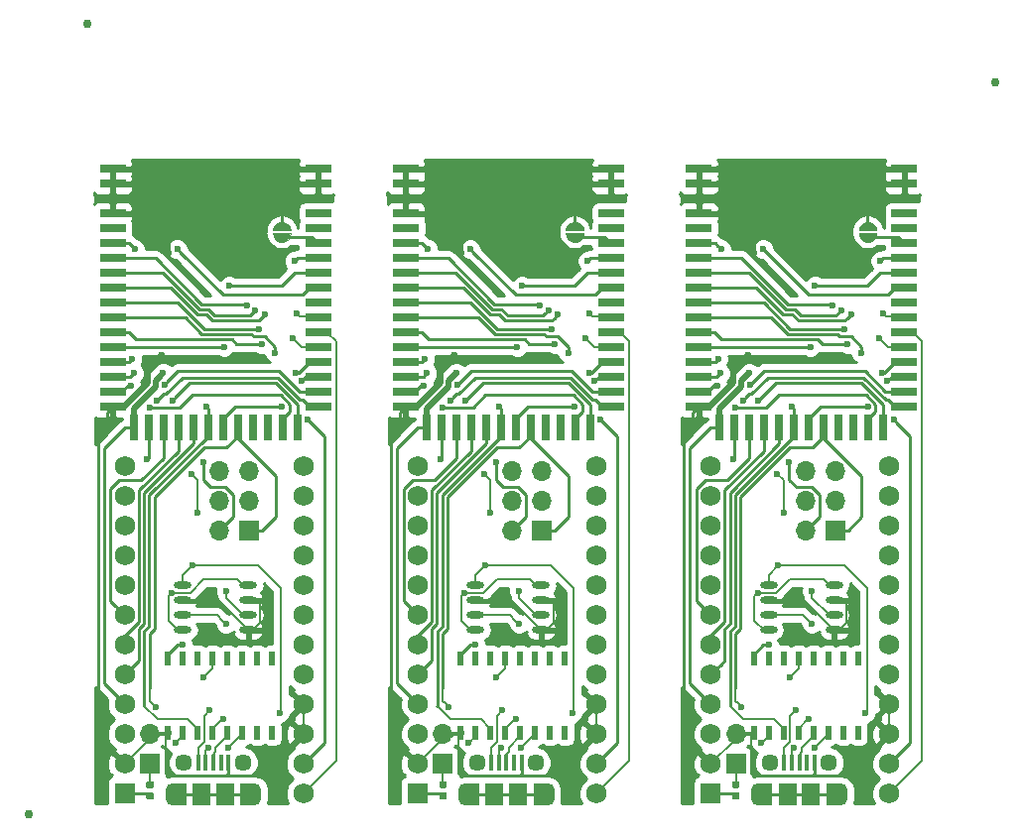
<source format=gbr>
G04 #@! TF.GenerationSoftware,KiCad,Pcbnew,(5.0.0)*
G04 #@! TF.CreationDate,2020-04-28T11:04:28-06:00*
G04 #@! TF.ProjectId,panel,70616E656C2E6B696361645F70636200,rev?*
G04 #@! TF.SameCoordinates,Original*
G04 #@! TF.FileFunction,Copper,L1,Top,Signal*
G04 #@! TF.FilePolarity,Positive*
%FSLAX46Y46*%
G04 Gerber Fmt 4.6, Leading zero omitted, Abs format (unit mm)*
G04 Created by KiCad (PCBNEW (5.0.0)) date 04/28/20 11:04:28*
%MOMM*%
%LPD*%
G01*
G04 APERTURE LIST*
G04 #@! TA.AperFunction,EtchedComponent*
%ADD10C,0.010000*%
G04 #@! TD*
G04 #@! TA.AperFunction,Conductor*
%ADD11C,0.100000*%
G04 #@! TD*
G04 #@! TA.AperFunction,SMDPad,CuDef*
%ADD12C,0.590000*%
G04 #@! TD*
G04 #@! TA.AperFunction,ComponentPad*
%ADD13C,0.400000*%
G04 #@! TD*
G04 #@! TA.AperFunction,ComponentPad*
%ADD14O,1.700000X1.700000*%
G04 #@! TD*
G04 #@! TA.AperFunction,ComponentPad*
%ADD15R,1.700000X1.700000*%
G04 #@! TD*
G04 #@! TA.AperFunction,SMDPad,CuDef*
%ADD16R,2.200000X0.720000*%
G04 #@! TD*
G04 #@! TA.AperFunction,SMDPad,CuDef*
%ADD17R,0.720000X2.200000*%
G04 #@! TD*
G04 #@! TA.AperFunction,SMDPad,CuDef*
%ADD18R,0.508000X1.143000*%
G04 #@! TD*
G04 #@! TA.AperFunction,SMDPad,CuDef*
%ADD19O,1.473200X0.609600*%
G04 #@! TD*
G04 #@! TA.AperFunction,ComponentPad*
%ADD20C,1.752600*%
G04 #@! TD*
G04 #@! TA.AperFunction,ComponentPad*
%ADD21R,1.752600X1.752600*%
G04 #@! TD*
G04 #@! TA.AperFunction,SMDPad,CuDef*
%ADD22R,1.200000X1.900000*%
G04 #@! TD*
G04 #@! TA.AperFunction,ComponentPad*
%ADD23O,1.200000X1.900000*%
G04 #@! TD*
G04 #@! TA.AperFunction,SMDPad,CuDef*
%ADD24R,1.500000X1.900000*%
G04 #@! TD*
G04 #@! TA.AperFunction,ComponentPad*
%ADD25C,1.450000*%
G04 #@! TD*
G04 #@! TA.AperFunction,SMDPad,CuDef*
%ADD26R,0.400000X1.350000*%
G04 #@! TD*
G04 #@! TA.AperFunction,BGAPad,CuDef*
%ADD27C,0.750000*%
G04 #@! TD*
G04 #@! TA.AperFunction,ViaPad*
%ADD28C,0.600000*%
G04 #@! TD*
G04 #@! TA.AperFunction,Conductor*
%ADD29C,0.250000*%
G04 #@! TD*
G04 #@! TA.AperFunction,Conductor*
%ADD30C,0.200000*%
G04 #@! TD*
G04 #@! TA.AperFunction,Conductor*
%ADD31C,0.500000*%
G04 #@! TD*
G04 #@! TA.AperFunction,Conductor*
%ADD32C,0.254000*%
G04 #@! TD*
G04 APERTURE END LIST*
D10*
G04 #@! TO.C,JP2*
G36*
X109830380Y-50138000D02*
X109785180Y-49881500D01*
X109654880Y-49655900D01*
X109455380Y-49488500D01*
X109210580Y-49399400D01*
X108950180Y-49399400D01*
X108705380Y-49488500D01*
X108505880Y-49655900D01*
X108375580Y-49881500D01*
X108330380Y-50138000D01*
X109830380Y-50138000D01*
X109830380Y-50138000D01*
G37*
X109830380Y-50138000D02*
X109785180Y-49881500D01*
X109654880Y-49655900D01*
X109455380Y-49488500D01*
X109210580Y-49399400D01*
X108950180Y-49399400D01*
X108705380Y-49488500D01*
X108505880Y-49655900D01*
X108375580Y-49881500D01*
X108330380Y-50138000D01*
X109830380Y-50138000D01*
G36*
X108330380Y-50338000D02*
X108375580Y-50594500D01*
X108505880Y-50820100D01*
X108705380Y-50987500D01*
X108950180Y-51076600D01*
X109210580Y-51076600D01*
X109455380Y-50987500D01*
X109654880Y-50820100D01*
X109785180Y-50594500D01*
X109830380Y-50338000D01*
X108330380Y-50338000D01*
X108330380Y-50338000D01*
G37*
X108330380Y-50338000D02*
X108375580Y-50594500D01*
X108505880Y-50820100D01*
X108705380Y-50987500D01*
X108950180Y-51076600D01*
X109210580Y-51076600D01*
X109455380Y-50987500D01*
X109654880Y-50820100D01*
X109785180Y-50594500D01*
X109830380Y-50338000D01*
X108330380Y-50338000D01*
G36*
X84830380Y-50138000D02*
X84785180Y-49881500D01*
X84654880Y-49655900D01*
X84455380Y-49488500D01*
X84210580Y-49399400D01*
X83950180Y-49399400D01*
X83705380Y-49488500D01*
X83505880Y-49655900D01*
X83375580Y-49881500D01*
X83330380Y-50138000D01*
X84830380Y-50138000D01*
X84830380Y-50138000D01*
G37*
X84830380Y-50138000D02*
X84785180Y-49881500D01*
X84654880Y-49655900D01*
X84455380Y-49488500D01*
X84210580Y-49399400D01*
X83950180Y-49399400D01*
X83705380Y-49488500D01*
X83505880Y-49655900D01*
X83375580Y-49881500D01*
X83330380Y-50138000D01*
X84830380Y-50138000D01*
G36*
X83330380Y-50338000D02*
X83375580Y-50594500D01*
X83505880Y-50820100D01*
X83705380Y-50987500D01*
X83950180Y-51076600D01*
X84210580Y-51076600D01*
X84455380Y-50987500D01*
X84654880Y-50820100D01*
X84785180Y-50594500D01*
X84830380Y-50338000D01*
X83330380Y-50338000D01*
X83330380Y-50338000D01*
G37*
X83330380Y-50338000D02*
X83375580Y-50594500D01*
X83505880Y-50820100D01*
X83705380Y-50987500D01*
X83950180Y-51076600D01*
X84210580Y-51076600D01*
X84455380Y-50987500D01*
X84654880Y-50820100D01*
X84785180Y-50594500D01*
X84830380Y-50338000D01*
X83330380Y-50338000D01*
G36*
X58330380Y-50338000D02*
X58375580Y-50594500D01*
X58505880Y-50820100D01*
X58705380Y-50987500D01*
X58950180Y-51076600D01*
X59210580Y-51076600D01*
X59455380Y-50987500D01*
X59654880Y-50820100D01*
X59785180Y-50594500D01*
X59830380Y-50338000D01*
X58330380Y-50338000D01*
X58330380Y-50338000D01*
G37*
X58330380Y-50338000D02*
X58375580Y-50594500D01*
X58505880Y-50820100D01*
X58705380Y-50987500D01*
X58950180Y-51076600D01*
X59210580Y-51076600D01*
X59455380Y-50987500D01*
X59654880Y-50820100D01*
X59785180Y-50594500D01*
X59830380Y-50338000D01*
X58330380Y-50338000D01*
G36*
X59830380Y-50138000D02*
X59785180Y-49881500D01*
X59654880Y-49655900D01*
X59455380Y-49488500D01*
X59210580Y-49399400D01*
X58950180Y-49399400D01*
X58705380Y-49488500D01*
X58505880Y-49655900D01*
X58375580Y-49881500D01*
X58330380Y-50138000D01*
X59830380Y-50138000D01*
X59830380Y-50138000D01*
G37*
X59830380Y-50138000D02*
X59785180Y-49881500D01*
X59654880Y-49655900D01*
X59455380Y-49488500D01*
X59210580Y-49399400D01*
X58950180Y-49399400D01*
X58705380Y-49488500D01*
X58505880Y-49655900D01*
X58375580Y-49881500D01*
X58330380Y-50138000D01*
X59830380Y-50138000D01*
G04 #@! TD*
D11*
G04 #@! TO.N,Net-(R7-Pad2)*
G04 #@! TO.C,R7*
G36*
X98025298Y-98109450D02*
X98039616Y-98111574D01*
X98053657Y-98115091D01*
X98067286Y-98119968D01*
X98080371Y-98126157D01*
X98092787Y-98133598D01*
X98104413Y-98142221D01*
X98115138Y-98151942D01*
X98124859Y-98162667D01*
X98133482Y-98174293D01*
X98140923Y-98186709D01*
X98147112Y-98199794D01*
X98151989Y-98213423D01*
X98155506Y-98227464D01*
X98157630Y-98241782D01*
X98158340Y-98256240D01*
X98158340Y-98551240D01*
X98157630Y-98565698D01*
X98155506Y-98580016D01*
X98151989Y-98594057D01*
X98147112Y-98607686D01*
X98140923Y-98620771D01*
X98133482Y-98633187D01*
X98124859Y-98644813D01*
X98115138Y-98655538D01*
X98104413Y-98665259D01*
X98092787Y-98673882D01*
X98080371Y-98681323D01*
X98067286Y-98687512D01*
X98053657Y-98692389D01*
X98039616Y-98695906D01*
X98025298Y-98698030D01*
X98010840Y-98698740D01*
X97665840Y-98698740D01*
X97651382Y-98698030D01*
X97637064Y-98695906D01*
X97623023Y-98692389D01*
X97609394Y-98687512D01*
X97596309Y-98681323D01*
X97583893Y-98673882D01*
X97572267Y-98665259D01*
X97561542Y-98655538D01*
X97551821Y-98644813D01*
X97543198Y-98633187D01*
X97535757Y-98620771D01*
X97529568Y-98607686D01*
X97524691Y-98594057D01*
X97521174Y-98580016D01*
X97519050Y-98565698D01*
X97518340Y-98551240D01*
X97518340Y-98256240D01*
X97519050Y-98241782D01*
X97521174Y-98227464D01*
X97524691Y-98213423D01*
X97529568Y-98199794D01*
X97535757Y-98186709D01*
X97543198Y-98174293D01*
X97551821Y-98162667D01*
X97561542Y-98151942D01*
X97572267Y-98142221D01*
X97583893Y-98133598D01*
X97596309Y-98126157D01*
X97609394Y-98119968D01*
X97623023Y-98115091D01*
X97637064Y-98111574D01*
X97651382Y-98109450D01*
X97665840Y-98108740D01*
X98010840Y-98108740D01*
X98025298Y-98109450D01*
X98025298Y-98109450D01*
G37*
D12*
G04 #@! TD*
G04 #@! TO.P,R7,2*
G04 #@! TO.N,Net-(R7-Pad2)*
X97838340Y-98403740D03*
D11*
G04 #@! TO.N,/VBatt*
G04 #@! TO.C,R7*
G36*
X98025298Y-97139450D02*
X98039616Y-97141574D01*
X98053657Y-97145091D01*
X98067286Y-97149968D01*
X98080371Y-97156157D01*
X98092787Y-97163598D01*
X98104413Y-97172221D01*
X98115138Y-97181942D01*
X98124859Y-97192667D01*
X98133482Y-97204293D01*
X98140923Y-97216709D01*
X98147112Y-97229794D01*
X98151989Y-97243423D01*
X98155506Y-97257464D01*
X98157630Y-97271782D01*
X98158340Y-97286240D01*
X98158340Y-97581240D01*
X98157630Y-97595698D01*
X98155506Y-97610016D01*
X98151989Y-97624057D01*
X98147112Y-97637686D01*
X98140923Y-97650771D01*
X98133482Y-97663187D01*
X98124859Y-97674813D01*
X98115138Y-97685538D01*
X98104413Y-97695259D01*
X98092787Y-97703882D01*
X98080371Y-97711323D01*
X98067286Y-97717512D01*
X98053657Y-97722389D01*
X98039616Y-97725906D01*
X98025298Y-97728030D01*
X98010840Y-97728740D01*
X97665840Y-97728740D01*
X97651382Y-97728030D01*
X97637064Y-97725906D01*
X97623023Y-97722389D01*
X97609394Y-97717512D01*
X97596309Y-97711323D01*
X97583893Y-97703882D01*
X97572267Y-97695259D01*
X97561542Y-97685538D01*
X97551821Y-97674813D01*
X97543198Y-97663187D01*
X97535757Y-97650771D01*
X97529568Y-97637686D01*
X97524691Y-97624057D01*
X97521174Y-97610016D01*
X97519050Y-97595698D01*
X97518340Y-97581240D01*
X97518340Y-97286240D01*
X97519050Y-97271782D01*
X97521174Y-97257464D01*
X97524691Y-97243423D01*
X97529568Y-97229794D01*
X97535757Y-97216709D01*
X97543198Y-97204293D01*
X97551821Y-97192667D01*
X97561542Y-97181942D01*
X97572267Y-97172221D01*
X97583893Y-97163598D01*
X97596309Y-97156157D01*
X97609394Y-97149968D01*
X97623023Y-97145091D01*
X97637064Y-97141574D01*
X97651382Y-97139450D01*
X97665840Y-97138740D01*
X98010840Y-97138740D01*
X98025298Y-97139450D01*
X98025298Y-97139450D01*
G37*
D12*
G04 #@! TD*
G04 #@! TO.P,R7,1*
G04 #@! TO.N,/VBatt*
X97838340Y-97433740D03*
D11*
G04 #@! TO.N,Net-(R7-Pad2)*
G04 #@! TO.C,R7*
G36*
X73025298Y-98109450D02*
X73039616Y-98111574D01*
X73053657Y-98115091D01*
X73067286Y-98119968D01*
X73080371Y-98126157D01*
X73092787Y-98133598D01*
X73104413Y-98142221D01*
X73115138Y-98151942D01*
X73124859Y-98162667D01*
X73133482Y-98174293D01*
X73140923Y-98186709D01*
X73147112Y-98199794D01*
X73151989Y-98213423D01*
X73155506Y-98227464D01*
X73157630Y-98241782D01*
X73158340Y-98256240D01*
X73158340Y-98551240D01*
X73157630Y-98565698D01*
X73155506Y-98580016D01*
X73151989Y-98594057D01*
X73147112Y-98607686D01*
X73140923Y-98620771D01*
X73133482Y-98633187D01*
X73124859Y-98644813D01*
X73115138Y-98655538D01*
X73104413Y-98665259D01*
X73092787Y-98673882D01*
X73080371Y-98681323D01*
X73067286Y-98687512D01*
X73053657Y-98692389D01*
X73039616Y-98695906D01*
X73025298Y-98698030D01*
X73010840Y-98698740D01*
X72665840Y-98698740D01*
X72651382Y-98698030D01*
X72637064Y-98695906D01*
X72623023Y-98692389D01*
X72609394Y-98687512D01*
X72596309Y-98681323D01*
X72583893Y-98673882D01*
X72572267Y-98665259D01*
X72561542Y-98655538D01*
X72551821Y-98644813D01*
X72543198Y-98633187D01*
X72535757Y-98620771D01*
X72529568Y-98607686D01*
X72524691Y-98594057D01*
X72521174Y-98580016D01*
X72519050Y-98565698D01*
X72518340Y-98551240D01*
X72518340Y-98256240D01*
X72519050Y-98241782D01*
X72521174Y-98227464D01*
X72524691Y-98213423D01*
X72529568Y-98199794D01*
X72535757Y-98186709D01*
X72543198Y-98174293D01*
X72551821Y-98162667D01*
X72561542Y-98151942D01*
X72572267Y-98142221D01*
X72583893Y-98133598D01*
X72596309Y-98126157D01*
X72609394Y-98119968D01*
X72623023Y-98115091D01*
X72637064Y-98111574D01*
X72651382Y-98109450D01*
X72665840Y-98108740D01*
X73010840Y-98108740D01*
X73025298Y-98109450D01*
X73025298Y-98109450D01*
G37*
D12*
G04 #@! TD*
G04 #@! TO.P,R7,2*
G04 #@! TO.N,Net-(R7-Pad2)*
X72838340Y-98403740D03*
D11*
G04 #@! TO.N,/VBatt*
G04 #@! TO.C,R7*
G36*
X73025298Y-97139450D02*
X73039616Y-97141574D01*
X73053657Y-97145091D01*
X73067286Y-97149968D01*
X73080371Y-97156157D01*
X73092787Y-97163598D01*
X73104413Y-97172221D01*
X73115138Y-97181942D01*
X73124859Y-97192667D01*
X73133482Y-97204293D01*
X73140923Y-97216709D01*
X73147112Y-97229794D01*
X73151989Y-97243423D01*
X73155506Y-97257464D01*
X73157630Y-97271782D01*
X73158340Y-97286240D01*
X73158340Y-97581240D01*
X73157630Y-97595698D01*
X73155506Y-97610016D01*
X73151989Y-97624057D01*
X73147112Y-97637686D01*
X73140923Y-97650771D01*
X73133482Y-97663187D01*
X73124859Y-97674813D01*
X73115138Y-97685538D01*
X73104413Y-97695259D01*
X73092787Y-97703882D01*
X73080371Y-97711323D01*
X73067286Y-97717512D01*
X73053657Y-97722389D01*
X73039616Y-97725906D01*
X73025298Y-97728030D01*
X73010840Y-97728740D01*
X72665840Y-97728740D01*
X72651382Y-97728030D01*
X72637064Y-97725906D01*
X72623023Y-97722389D01*
X72609394Y-97717512D01*
X72596309Y-97711323D01*
X72583893Y-97703882D01*
X72572267Y-97695259D01*
X72561542Y-97685538D01*
X72551821Y-97674813D01*
X72543198Y-97663187D01*
X72535757Y-97650771D01*
X72529568Y-97637686D01*
X72524691Y-97624057D01*
X72521174Y-97610016D01*
X72519050Y-97595698D01*
X72518340Y-97581240D01*
X72518340Y-97286240D01*
X72519050Y-97271782D01*
X72521174Y-97257464D01*
X72524691Y-97243423D01*
X72529568Y-97229794D01*
X72535757Y-97216709D01*
X72543198Y-97204293D01*
X72551821Y-97192667D01*
X72561542Y-97181942D01*
X72572267Y-97172221D01*
X72583893Y-97163598D01*
X72596309Y-97156157D01*
X72609394Y-97149968D01*
X72623023Y-97145091D01*
X72637064Y-97141574D01*
X72651382Y-97139450D01*
X72665840Y-97138740D01*
X73010840Y-97138740D01*
X73025298Y-97139450D01*
X73025298Y-97139450D01*
G37*
D12*
G04 #@! TD*
G04 #@! TO.P,R7,1*
G04 #@! TO.N,/VBatt*
X72838340Y-97433740D03*
D13*
G04 #@! TO.P,JP2,2*
G04 #@! TO.N,GND*
X109080380Y-49788000D03*
G04 #@! TO.P,JP2,1*
G04 #@! TO.N,Net-(JP2-Pad1)*
X109080380Y-50688000D03*
X109080380Y-50688000D03*
G04 #@! TO.P,JP2,2*
G04 #@! TO.N,GND*
X109080380Y-49788000D03*
G04 #@! TD*
G04 #@! TO.P,JP2,2*
G04 #@! TO.N,GND*
X84080380Y-49788000D03*
G04 #@! TO.P,JP2,1*
G04 #@! TO.N,Net-(JP2-Pad1)*
X84080380Y-50688000D03*
X84080380Y-50688000D03*
G04 #@! TO.P,JP2,2*
G04 #@! TO.N,GND*
X84080380Y-49788000D03*
G04 #@! TD*
D14*
G04 #@! TO.P,J2,6*
G04 #@! TO.N,SWDIO*
X103769240Y-70685000D03*
G04 #@! TO.P,J2,5*
G04 #@! TO.N,SWDCLK*
X106309240Y-70685000D03*
G04 #@! TO.P,J2,4*
G04 #@! TO.N,GND*
X103769240Y-73225000D03*
G04 #@! TO.P,J2,3*
G04 #@! TO.N,VCC*
X106309240Y-73225000D03*
G04 #@! TO.P,J2,2*
G04 #@! TO.N,TXD*
X103769240Y-75765000D03*
D15*
G04 #@! TO.P,J2,1*
G04 #@! TO.N,RXD*
X106309240Y-75765000D03*
G04 #@! TD*
D14*
G04 #@! TO.P,J2,6*
G04 #@! TO.N,SWDIO*
X78769240Y-70685000D03*
G04 #@! TO.P,J2,5*
G04 #@! TO.N,SWDCLK*
X81309240Y-70685000D03*
G04 #@! TO.P,J2,4*
G04 #@! TO.N,GND*
X78769240Y-73225000D03*
G04 #@! TO.P,J2,3*
G04 #@! TO.N,VCC*
X81309240Y-73225000D03*
G04 #@! TO.P,J2,2*
G04 #@! TO.N,TXD*
X78769240Y-75765000D03*
D15*
G04 #@! TO.P,J2,1*
G04 #@! TO.N,RXD*
X81309240Y-75765000D03*
G04 #@! TD*
D16*
G04 #@! TO.P,U1,15*
G04 #@! TO.N,GND*
X94663340Y-65175740D03*
G04 #@! TO.P,U1,14*
G04 #@! TO.N,Net-(C2-Pad1)*
X94663340Y-63905740D03*
G04 #@! TO.P,U1,13*
G04 #@! TO.N,Net-(L1-Pad2)*
X94663340Y-62635740D03*
G04 #@! TO.P,U1,12*
G04 #@! TO.N,Net-(C1-Pad1)*
X94663340Y-61365740D03*
G04 #@! TO.P,U1,11*
G04 #@! TO.N,/P0.31*
X94663340Y-60095740D03*
G04 #@! TO.P,U1,10*
G04 #@! TO.N,/P0.30*
X94663340Y-58825740D03*
G04 #@! TO.P,U1,9*
G04 #@! TO.N,/P0.29*
X94663340Y-57555740D03*
G04 #@! TO.P,U1,8*
G04 #@! TO.N,/P0.28*
X94663340Y-56285740D03*
G04 #@! TO.P,U1,7*
G04 #@! TO.N,/P0.27*
X94663340Y-55015740D03*
G04 #@! TO.P,U1,6*
G04 #@! TO.N,SCL*
X94663340Y-53745740D03*
G04 #@! TO.P,U1,5*
G04 #@! TO.N,SDA*
X94663340Y-52475740D03*
G04 #@! TO.P,U1,4*
G04 #@! TO.N,Net-(C4-Pad1)*
X94663340Y-51205740D03*
G04 #@! TO.P,U1,3*
G04 #@! TO.N,N/C*
X94663340Y-49935740D03*
G04 #@! TO.P,U1,2*
G04 #@! TO.N,GND*
X94663340Y-48665740D03*
G04 #@! TO.P,U1,1*
X94663340Y-46125740D03*
G04 #@! TO.P,U1,0*
X94663340Y-44855740D03*
G04 #@! TO.P,U1,43*
X112189340Y-44855740D03*
G04 #@! TO.P,U1,42*
X112189340Y-46125740D03*
G04 #@! TO.P,U1,41*
G04 #@! TO.N,N/C*
X112189340Y-48665740D03*
G04 #@! TO.P,U1,40*
X112189340Y-49935740D03*
G04 #@! TO.P,U1,39*
G04 #@! TO.N,Net-(JP2-Pad1)*
X112189340Y-51205740D03*
G04 #@! TO.P,U1,38*
G04 #@! TO.N,SWDIO*
X112189340Y-52475740D03*
G04 #@! TO.P,U1,37*
G04 #@! TO.N,SWDCLK*
X112189340Y-53745740D03*
G04 #@! TO.P,U1,36*
G04 #@! TO.N,RESET*
X112189340Y-55015740D03*
G04 #@! TO.P,U1,35*
G04 #@! TO.N,N/C*
X112189340Y-56285740D03*
G04 #@! TO.P,U1,34*
G04 #@! TO.N,/LED2*
X112189340Y-57555740D03*
G04 #@! TO.P,U1,33*
G04 #@! TO.N,SWO*
X112189340Y-58825740D03*
G04 #@! TO.P,U1,32*
G04 #@! TO.N,/LED1*
X112189340Y-60095740D03*
G04 #@! TO.P,U1,31*
G04 #@! TO.N,/P0.16*
X112189340Y-61365740D03*
G04 #@! TO.P,U1,30*
G04 #@! TO.N,/P0.15*
X112189340Y-62635740D03*
G04 #@! TO.P,U1,29*
G04 #@! TO.N,MISO*
X112189340Y-63905740D03*
G04 #@! TO.P,U1,28*
G04 #@! TO.N,MOSI*
X112189340Y-65175740D03*
D17*
G04 #@! TO.P,U1,16*
G04 #@! TO.N,VCC*
X96441340Y-66953740D03*
G04 #@! TO.P,U1,17*
G04 #@! TO.N,/P0.02*
X97711340Y-66953740D03*
G04 #@! TO.P,U1,18*
G04 #@! TO.N,/P0.03*
X98981340Y-66953740D03*
G04 #@! TO.P,U1,19*
G04 #@! TO.N,/P0.04*
X100251340Y-66953740D03*
G04 #@! TO.P,U1,20*
G04 #@! TO.N,/P0.05*
X101521340Y-66953740D03*
G04 #@! TO.P,U1,21*
G04 #@! TO.N,TXD*
X102791340Y-66953740D03*
G04 #@! TO.P,U1,22*
G04 #@! TO.N,/P0.07*
X104061340Y-66953740D03*
G04 #@! TO.P,U1,23*
G04 #@! TO.N,RXD*
X105331340Y-66953740D03*
G04 #@! TO.P,U1,24*
G04 #@! TO.N,N/C*
X106601340Y-66953740D03*
G04 #@! TO.P,U1,25*
X107871340Y-66953740D03*
G04 #@! TO.P,U1,26*
G04 #@! TO.N,/P0.11*
X109141340Y-66953740D03*
G04 #@! TO.P,U1,27*
G04 #@! TO.N,SCK*
X110411340Y-66953740D03*
G04 #@! TD*
D16*
G04 #@! TO.P,U1,15*
G04 #@! TO.N,GND*
X69663340Y-65175740D03*
G04 #@! TO.P,U1,14*
G04 #@! TO.N,Net-(C2-Pad1)*
X69663340Y-63905740D03*
G04 #@! TO.P,U1,13*
G04 #@! TO.N,Net-(L1-Pad2)*
X69663340Y-62635740D03*
G04 #@! TO.P,U1,12*
G04 #@! TO.N,Net-(C1-Pad1)*
X69663340Y-61365740D03*
G04 #@! TO.P,U1,11*
G04 #@! TO.N,/P0.31*
X69663340Y-60095740D03*
G04 #@! TO.P,U1,10*
G04 #@! TO.N,/P0.30*
X69663340Y-58825740D03*
G04 #@! TO.P,U1,9*
G04 #@! TO.N,/P0.29*
X69663340Y-57555740D03*
G04 #@! TO.P,U1,8*
G04 #@! TO.N,/P0.28*
X69663340Y-56285740D03*
G04 #@! TO.P,U1,7*
G04 #@! TO.N,/P0.27*
X69663340Y-55015740D03*
G04 #@! TO.P,U1,6*
G04 #@! TO.N,SCL*
X69663340Y-53745740D03*
G04 #@! TO.P,U1,5*
G04 #@! TO.N,SDA*
X69663340Y-52475740D03*
G04 #@! TO.P,U1,4*
G04 #@! TO.N,Net-(C4-Pad1)*
X69663340Y-51205740D03*
G04 #@! TO.P,U1,3*
G04 #@! TO.N,N/C*
X69663340Y-49935740D03*
G04 #@! TO.P,U1,2*
G04 #@! TO.N,GND*
X69663340Y-48665740D03*
G04 #@! TO.P,U1,1*
X69663340Y-46125740D03*
G04 #@! TO.P,U1,0*
X69663340Y-44855740D03*
G04 #@! TO.P,U1,43*
X87189340Y-44855740D03*
G04 #@! TO.P,U1,42*
X87189340Y-46125740D03*
G04 #@! TO.P,U1,41*
G04 #@! TO.N,N/C*
X87189340Y-48665740D03*
G04 #@! TO.P,U1,40*
X87189340Y-49935740D03*
G04 #@! TO.P,U1,39*
G04 #@! TO.N,Net-(JP2-Pad1)*
X87189340Y-51205740D03*
G04 #@! TO.P,U1,38*
G04 #@! TO.N,SWDIO*
X87189340Y-52475740D03*
G04 #@! TO.P,U1,37*
G04 #@! TO.N,SWDCLK*
X87189340Y-53745740D03*
G04 #@! TO.P,U1,36*
G04 #@! TO.N,RESET*
X87189340Y-55015740D03*
G04 #@! TO.P,U1,35*
G04 #@! TO.N,N/C*
X87189340Y-56285740D03*
G04 #@! TO.P,U1,34*
G04 #@! TO.N,/LED2*
X87189340Y-57555740D03*
G04 #@! TO.P,U1,33*
G04 #@! TO.N,SWO*
X87189340Y-58825740D03*
G04 #@! TO.P,U1,32*
G04 #@! TO.N,/LED1*
X87189340Y-60095740D03*
G04 #@! TO.P,U1,31*
G04 #@! TO.N,/P0.16*
X87189340Y-61365740D03*
G04 #@! TO.P,U1,30*
G04 #@! TO.N,/P0.15*
X87189340Y-62635740D03*
G04 #@! TO.P,U1,29*
G04 #@! TO.N,MISO*
X87189340Y-63905740D03*
G04 #@! TO.P,U1,28*
G04 #@! TO.N,MOSI*
X87189340Y-65175740D03*
D17*
G04 #@! TO.P,U1,16*
G04 #@! TO.N,VCC*
X71441340Y-66953740D03*
G04 #@! TO.P,U1,17*
G04 #@! TO.N,/P0.02*
X72711340Y-66953740D03*
G04 #@! TO.P,U1,18*
G04 #@! TO.N,/P0.03*
X73981340Y-66953740D03*
G04 #@! TO.P,U1,19*
G04 #@! TO.N,/P0.04*
X75251340Y-66953740D03*
G04 #@! TO.P,U1,20*
G04 #@! TO.N,/P0.05*
X76521340Y-66953740D03*
G04 #@! TO.P,U1,21*
G04 #@! TO.N,TXD*
X77791340Y-66953740D03*
G04 #@! TO.P,U1,22*
G04 #@! TO.N,/P0.07*
X79061340Y-66953740D03*
G04 #@! TO.P,U1,23*
G04 #@! TO.N,RXD*
X80331340Y-66953740D03*
G04 #@! TO.P,U1,24*
G04 #@! TO.N,N/C*
X81601340Y-66953740D03*
G04 #@! TO.P,U1,25*
X82871340Y-66953740D03*
G04 #@! TO.P,U1,26*
G04 #@! TO.N,/P0.11*
X84141340Y-66953740D03*
G04 #@! TO.P,U1,27*
G04 #@! TO.N,SCK*
X85411340Y-66953740D03*
G04 #@! TD*
D18*
G04 #@! TO.P,U4,15*
G04 #@! TO.N,N/C*
X100632340Y-86638740D03*
G04 #@! TO.P,U4,1*
G04 #@! TO.N,GND*
X99362340Y-92988740D03*
G04 #@! TO.P,U4,2*
G04 #@! TO.N,Net-(R6-Pad2)*
X100632340Y-92988740D03*
G04 #@! TO.P,U4,3*
G04 #@! TO.N,TXD*
X101902340Y-92988740D03*
G04 #@! TO.P,U4,4*
G04 #@! TO.N,Net-(C10-Pad1)*
X103172340Y-92988740D03*
G04 #@! TO.P,U4,5*
G04 #@! TO.N,/Data+*
X104442340Y-92988740D03*
G04 #@! TO.P,U4,6*
G04 #@! TO.N,/Data-*
X105712340Y-92988740D03*
G04 #@! TO.P,U4,7*
G04 #@! TO.N,N/C*
X106982340Y-92988740D03*
G04 #@! TO.P,U4,8*
X108252340Y-92988740D03*
G04 #@! TO.P,U4,9*
X108252340Y-86638740D03*
G04 #@! TO.P,U4,10*
X106982340Y-86638740D03*
G04 #@! TO.P,U4,11*
X105712340Y-86638740D03*
G04 #@! TO.P,U4,12*
X104442340Y-86638740D03*
G04 #@! TO.P,U4,13*
G04 #@! TO.N,/DTR*
X103172340Y-86638740D03*
G04 #@! TO.P,U4,14*
G04 #@! TO.N,N/C*
X101902340Y-86638740D03*
G04 #@! TO.P,U4,16*
G04 #@! TO.N,Net-(C12-Pad1)*
X99362340Y-86638740D03*
G04 #@! TD*
G04 #@! TO.P,U4,15*
G04 #@! TO.N,N/C*
X75632340Y-86638740D03*
G04 #@! TO.P,U4,1*
G04 #@! TO.N,GND*
X74362340Y-92988740D03*
G04 #@! TO.P,U4,2*
G04 #@! TO.N,Net-(R6-Pad2)*
X75632340Y-92988740D03*
G04 #@! TO.P,U4,3*
G04 #@! TO.N,TXD*
X76902340Y-92988740D03*
G04 #@! TO.P,U4,4*
G04 #@! TO.N,Net-(C10-Pad1)*
X78172340Y-92988740D03*
G04 #@! TO.P,U4,5*
G04 #@! TO.N,/Data+*
X79442340Y-92988740D03*
G04 #@! TO.P,U4,6*
G04 #@! TO.N,/Data-*
X80712340Y-92988740D03*
G04 #@! TO.P,U4,7*
G04 #@! TO.N,N/C*
X81982340Y-92988740D03*
G04 #@! TO.P,U4,8*
X83252340Y-92988740D03*
G04 #@! TO.P,U4,9*
X83252340Y-86638740D03*
G04 #@! TO.P,U4,10*
X81982340Y-86638740D03*
G04 #@! TO.P,U4,11*
X80712340Y-86638740D03*
G04 #@! TO.P,U4,12*
X79442340Y-86638740D03*
G04 #@! TO.P,U4,13*
G04 #@! TO.N,/DTR*
X78172340Y-86638740D03*
G04 #@! TO.P,U4,14*
G04 #@! TO.N,N/C*
X76902340Y-86638740D03*
G04 #@! TO.P,U4,16*
G04 #@! TO.N,Net-(C12-Pad1)*
X74362340Y-86638740D03*
G04 #@! TD*
D19*
G04 #@! TO.P,U6,8*
G04 #@! TO.N,/VBus*
X100632340Y-84225740D03*
G04 #@! TO.P,U6,7*
G04 #@! TO.N,Net-(D6-Pad1)*
X100632340Y-82955740D03*
G04 #@! TO.P,U6,6*
G04 #@! TO.N,GND*
X100632340Y-81685740D03*
G04 #@! TO.P,U6,5*
G04 #@! TO.N,/VBatt*
X100632340Y-80415740D03*
G04 #@! TO.P,U6,4*
G04 #@! TO.N,/VBus*
X106220340Y-80415740D03*
G04 #@! TO.P,U6,3*
G04 #@! TO.N,GND*
X106220340Y-81685740D03*
G04 #@! TO.P,U6,2*
G04 #@! TO.N,Net-(R3-Pad1)*
X106220340Y-82955740D03*
G04 #@! TO.P,U6,1*
G04 #@! TO.N,GND*
X106220340Y-84225740D03*
G04 #@! TD*
G04 #@! TO.P,U6,8*
G04 #@! TO.N,/VBus*
X75632340Y-84225740D03*
G04 #@! TO.P,U6,7*
G04 #@! TO.N,Net-(D6-Pad1)*
X75632340Y-82955740D03*
G04 #@! TO.P,U6,6*
G04 #@! TO.N,GND*
X75632340Y-81685740D03*
G04 #@! TO.P,U6,5*
G04 #@! TO.N,/VBatt*
X75632340Y-80415740D03*
G04 #@! TO.P,U6,4*
G04 #@! TO.N,/VBus*
X81220340Y-80415740D03*
G04 #@! TO.P,U6,3*
G04 #@! TO.N,GND*
X81220340Y-81685740D03*
G04 #@! TO.P,U6,2*
G04 #@! TO.N,Net-(R3-Pad1)*
X81220340Y-82955740D03*
G04 #@! TO.P,U6,1*
G04 #@! TO.N,GND*
X81220340Y-84225740D03*
G04 #@! TD*
D14*
G04 #@! TO.P,J3,2*
G04 #@! TO.N,GND*
X97838340Y-93115740D03*
D15*
G04 #@! TO.P,J3,1*
G04 #@! TO.N,/VBatt*
X97838340Y-95655740D03*
G04 #@! TD*
D14*
G04 #@! TO.P,J3,2*
G04 #@! TO.N,GND*
X72838340Y-93115740D03*
D15*
G04 #@! TO.P,J3,1*
G04 #@! TO.N,/VBatt*
X72838340Y-95655740D03*
G04 #@! TD*
D20*
G04 #@! TO.P,U2,13*
G04 #@! TO.N,SWO*
X110919340Y-98195740D03*
G04 #@! TO.P,U2,14*
G04 #@! TO.N,/P0.07*
X110919340Y-95655740D03*
G04 #@! TO.P,U2,15*
G04 #@! TO.N,GND*
X110919340Y-93115740D03*
G04 #@! TO.P,U2,16*
X110919340Y-90575740D03*
G04 #@! TO.P,U2,17*
G04 #@! TO.N,SDA*
X110919340Y-88035740D03*
G04 #@! TO.P,U2,18*
G04 #@! TO.N,SCL*
X110919340Y-85495740D03*
G04 #@! TO.P,U2,19*
G04 #@! TO.N,/P0.27*
X110919340Y-82955740D03*
G04 #@! TO.P,U2,20*
G04 #@! TO.N,/P0.28*
X110919340Y-80415740D03*
G04 #@! TO.P,U2,21*
G04 #@! TO.N,/P0.29*
X110919340Y-77875740D03*
G04 #@! TO.P,U2,22*
G04 #@! TO.N,/P0.30*
X110919340Y-75335740D03*
G04 #@! TO.P,U2,23*
G04 #@! TO.N,/P0.15*
X110919340Y-72795740D03*
G04 #@! TO.P,U2,24*
G04 #@! TO.N,/P0.16*
X110919340Y-70255740D03*
G04 #@! TO.P,U2,12*
G04 #@! TO.N,/P0.11*
X95679340Y-70255740D03*
G04 #@! TO.P,U2,11*
G04 #@! TO.N,MOSI*
X95679340Y-72795740D03*
G04 #@! TO.P,U2,10*
G04 #@! TO.N,MISO*
X95679340Y-75335740D03*
G04 #@! TO.P,U2,9*
G04 #@! TO.N,SCK*
X95679340Y-77875740D03*
G04 #@! TO.P,U2,8*
G04 #@! TO.N,/P0.02*
X95679340Y-80415740D03*
G04 #@! TO.P,U2,7*
G04 #@! TO.N,/P0.03*
X95679340Y-82955740D03*
G04 #@! TO.P,U2,6*
G04 #@! TO.N,/P0.04*
X95679340Y-85495740D03*
G04 #@! TO.P,U2,5*
G04 #@! TO.N,/P0.05*
X95679340Y-88035740D03*
G04 #@! TO.P,U2,4*
G04 #@! TO.N,VCC*
X95679340Y-90575740D03*
G04 #@! TO.P,U2,3*
G04 #@! TO.N,RESET*
X95679340Y-93115740D03*
G04 #@! TO.P,U2,2*
G04 #@! TO.N,GND*
X95679340Y-95655740D03*
D21*
G04 #@! TO.P,U2,1*
G04 #@! TO.N,Net-(R7-Pad2)*
X95679340Y-98195740D03*
G04 #@! TD*
D20*
G04 #@! TO.P,U2,13*
G04 #@! TO.N,SWO*
X85919340Y-98195740D03*
G04 #@! TO.P,U2,14*
G04 #@! TO.N,/P0.07*
X85919340Y-95655740D03*
G04 #@! TO.P,U2,15*
G04 #@! TO.N,GND*
X85919340Y-93115740D03*
G04 #@! TO.P,U2,16*
X85919340Y-90575740D03*
G04 #@! TO.P,U2,17*
G04 #@! TO.N,SDA*
X85919340Y-88035740D03*
G04 #@! TO.P,U2,18*
G04 #@! TO.N,SCL*
X85919340Y-85495740D03*
G04 #@! TO.P,U2,19*
G04 #@! TO.N,/P0.27*
X85919340Y-82955740D03*
G04 #@! TO.P,U2,20*
G04 #@! TO.N,/P0.28*
X85919340Y-80415740D03*
G04 #@! TO.P,U2,21*
G04 #@! TO.N,/P0.29*
X85919340Y-77875740D03*
G04 #@! TO.P,U2,22*
G04 #@! TO.N,/P0.30*
X85919340Y-75335740D03*
G04 #@! TO.P,U2,23*
G04 #@! TO.N,/P0.15*
X85919340Y-72795740D03*
G04 #@! TO.P,U2,24*
G04 #@! TO.N,/P0.16*
X85919340Y-70255740D03*
G04 #@! TO.P,U2,12*
G04 #@! TO.N,/P0.11*
X70679340Y-70255740D03*
G04 #@! TO.P,U2,11*
G04 #@! TO.N,MOSI*
X70679340Y-72795740D03*
G04 #@! TO.P,U2,10*
G04 #@! TO.N,MISO*
X70679340Y-75335740D03*
G04 #@! TO.P,U2,9*
G04 #@! TO.N,SCK*
X70679340Y-77875740D03*
G04 #@! TO.P,U2,8*
G04 #@! TO.N,/P0.02*
X70679340Y-80415740D03*
G04 #@! TO.P,U2,7*
G04 #@! TO.N,/P0.03*
X70679340Y-82955740D03*
G04 #@! TO.P,U2,6*
G04 #@! TO.N,/P0.04*
X70679340Y-85495740D03*
G04 #@! TO.P,U2,5*
G04 #@! TO.N,/P0.05*
X70679340Y-88035740D03*
G04 #@! TO.P,U2,4*
G04 #@! TO.N,VCC*
X70679340Y-90575740D03*
G04 #@! TO.P,U2,3*
G04 #@! TO.N,RESET*
X70679340Y-93115740D03*
G04 #@! TO.P,U2,2*
G04 #@! TO.N,GND*
X70679340Y-95655740D03*
D21*
G04 #@! TO.P,U2,1*
G04 #@! TO.N,Net-(R7-Pad2)*
X70679340Y-98195740D03*
G04 #@! TD*
D22*
G04 #@! TO.P,J1,6*
G04 #@! TO.N,Net-(J1-Pad6)*
X100348540Y-98258720D03*
X106148540Y-98258720D03*
D23*
X106748540Y-98258720D03*
X99748540Y-98258720D03*
D24*
X102248540Y-98258720D03*
D25*
X105748540Y-95558720D03*
D26*
G04 #@! TO.P,J1,3*
G04 #@! TO.N,/Data+*
X103248540Y-95558720D03*
G04 #@! TO.P,J1,4*
G04 #@! TO.N,N/C*
X103898540Y-95558720D03*
G04 #@! TO.P,J1,5*
G04 #@! TO.N,GND*
X104548540Y-95558720D03*
G04 #@! TO.P,J1,1*
G04 #@! TO.N,/VBus*
X101948540Y-95558720D03*
G04 #@! TO.P,J1,2*
G04 #@! TO.N,/Data-*
X102598540Y-95558720D03*
D25*
G04 #@! TO.P,J1,6*
G04 #@! TO.N,Net-(J1-Pad6)*
X100748540Y-95558720D03*
D24*
X104248540Y-98258720D03*
G04 #@! TD*
D22*
G04 #@! TO.P,J1,6*
G04 #@! TO.N,Net-(J1-Pad6)*
X75348540Y-98258720D03*
X81148540Y-98258720D03*
D23*
X81748540Y-98258720D03*
X74748540Y-98258720D03*
D24*
X77248540Y-98258720D03*
D25*
X80748540Y-95558720D03*
D26*
G04 #@! TO.P,J1,3*
G04 #@! TO.N,/Data+*
X78248540Y-95558720D03*
G04 #@! TO.P,J1,4*
G04 #@! TO.N,N/C*
X78898540Y-95558720D03*
G04 #@! TO.P,J1,5*
G04 #@! TO.N,GND*
X79548540Y-95558720D03*
G04 #@! TO.P,J1,1*
G04 #@! TO.N,/VBus*
X76948540Y-95558720D03*
G04 #@! TO.P,J1,2*
G04 #@! TO.N,/Data-*
X77598540Y-95558720D03*
D25*
G04 #@! TO.P,J1,6*
G04 #@! TO.N,Net-(J1-Pad6)*
X75748540Y-95558720D03*
D24*
X79248540Y-98258720D03*
G04 #@! TD*
D27*
G04 #@! TO.P,REF\002A\002A,~*
G04 #@! TO.N,N/C*
X120000000Y-37500000D03*
G04 #@! TD*
G04 #@! TO.P,REF\002A\002A,~*
G04 #@! TO.N,N/C*
X37500000Y-100000000D03*
G04 #@! TD*
D18*
G04 #@! TO.P,U4,16*
G04 #@! TO.N,Net-(C12-Pad1)*
X49362340Y-86638740D03*
G04 #@! TO.P,U4,14*
G04 #@! TO.N,N/C*
X51902340Y-86638740D03*
G04 #@! TO.P,U4,13*
G04 #@! TO.N,/DTR*
X53172340Y-86638740D03*
G04 #@! TO.P,U4,12*
G04 #@! TO.N,N/C*
X54442340Y-86638740D03*
G04 #@! TO.P,U4,11*
X55712340Y-86638740D03*
G04 #@! TO.P,U4,10*
X56982340Y-86638740D03*
G04 #@! TO.P,U4,9*
X58252340Y-86638740D03*
G04 #@! TO.P,U4,8*
X58252340Y-92988740D03*
G04 #@! TO.P,U4,7*
X56982340Y-92988740D03*
G04 #@! TO.P,U4,6*
G04 #@! TO.N,/Data-*
X55712340Y-92988740D03*
G04 #@! TO.P,U4,5*
G04 #@! TO.N,/Data+*
X54442340Y-92988740D03*
G04 #@! TO.P,U4,4*
G04 #@! TO.N,Net-(C10-Pad1)*
X53172340Y-92988740D03*
G04 #@! TO.P,U4,3*
G04 #@! TO.N,TXD*
X51902340Y-92988740D03*
G04 #@! TO.P,U4,2*
G04 #@! TO.N,Net-(R6-Pad2)*
X50632340Y-92988740D03*
G04 #@! TO.P,U4,1*
G04 #@! TO.N,GND*
X49362340Y-92988740D03*
G04 #@! TO.P,U4,15*
G04 #@! TO.N,N/C*
X50632340Y-86638740D03*
G04 #@! TD*
D21*
G04 #@! TO.P,U2,1*
G04 #@! TO.N,Net-(R7-Pad2)*
X45679340Y-98195740D03*
D20*
G04 #@! TO.P,U2,2*
G04 #@! TO.N,GND*
X45679340Y-95655740D03*
G04 #@! TO.P,U2,3*
G04 #@! TO.N,RESET*
X45679340Y-93115740D03*
G04 #@! TO.P,U2,4*
G04 #@! TO.N,VCC*
X45679340Y-90575740D03*
G04 #@! TO.P,U2,5*
G04 #@! TO.N,/P0.05*
X45679340Y-88035740D03*
G04 #@! TO.P,U2,6*
G04 #@! TO.N,/P0.04*
X45679340Y-85495740D03*
G04 #@! TO.P,U2,7*
G04 #@! TO.N,/P0.03*
X45679340Y-82955740D03*
G04 #@! TO.P,U2,8*
G04 #@! TO.N,/P0.02*
X45679340Y-80415740D03*
G04 #@! TO.P,U2,9*
G04 #@! TO.N,SCK*
X45679340Y-77875740D03*
G04 #@! TO.P,U2,10*
G04 #@! TO.N,MISO*
X45679340Y-75335740D03*
G04 #@! TO.P,U2,11*
G04 #@! TO.N,MOSI*
X45679340Y-72795740D03*
G04 #@! TO.P,U2,12*
G04 #@! TO.N,/P0.11*
X45679340Y-70255740D03*
G04 #@! TO.P,U2,24*
G04 #@! TO.N,/P0.16*
X60919340Y-70255740D03*
G04 #@! TO.P,U2,23*
G04 #@! TO.N,/P0.15*
X60919340Y-72795740D03*
G04 #@! TO.P,U2,22*
G04 #@! TO.N,/P0.30*
X60919340Y-75335740D03*
G04 #@! TO.P,U2,21*
G04 #@! TO.N,/P0.29*
X60919340Y-77875740D03*
G04 #@! TO.P,U2,20*
G04 #@! TO.N,/P0.28*
X60919340Y-80415740D03*
G04 #@! TO.P,U2,19*
G04 #@! TO.N,/P0.27*
X60919340Y-82955740D03*
G04 #@! TO.P,U2,18*
G04 #@! TO.N,SCL*
X60919340Y-85495740D03*
G04 #@! TO.P,U2,17*
G04 #@! TO.N,SDA*
X60919340Y-88035740D03*
G04 #@! TO.P,U2,16*
G04 #@! TO.N,GND*
X60919340Y-90575740D03*
G04 #@! TO.P,U2,15*
X60919340Y-93115740D03*
G04 #@! TO.P,U2,14*
G04 #@! TO.N,/P0.07*
X60919340Y-95655740D03*
G04 #@! TO.P,U2,13*
G04 #@! TO.N,SWO*
X60919340Y-98195740D03*
G04 #@! TD*
D13*
G04 #@! TO.P,JP2,2*
G04 #@! TO.N,GND*
X59080380Y-49788000D03*
G04 #@! TO.P,JP2,1*
G04 #@! TO.N,Net-(JP2-Pad1)*
X59080380Y-50688000D03*
X59080380Y-50688000D03*
G04 #@! TO.P,JP2,2*
G04 #@! TO.N,GND*
X59080380Y-49788000D03*
G04 #@! TD*
D17*
G04 #@! TO.P,U1,27*
G04 #@! TO.N,SCK*
X60411340Y-66953740D03*
G04 #@! TO.P,U1,26*
G04 #@! TO.N,/P0.11*
X59141340Y-66953740D03*
G04 #@! TO.P,U1,25*
G04 #@! TO.N,N/C*
X57871340Y-66953740D03*
G04 #@! TO.P,U1,24*
X56601340Y-66953740D03*
G04 #@! TO.P,U1,23*
G04 #@! TO.N,RXD*
X55331340Y-66953740D03*
G04 #@! TO.P,U1,22*
G04 #@! TO.N,/P0.07*
X54061340Y-66953740D03*
G04 #@! TO.P,U1,21*
G04 #@! TO.N,TXD*
X52791340Y-66953740D03*
G04 #@! TO.P,U1,20*
G04 #@! TO.N,/P0.05*
X51521340Y-66953740D03*
G04 #@! TO.P,U1,19*
G04 #@! TO.N,/P0.04*
X50251340Y-66953740D03*
G04 #@! TO.P,U1,18*
G04 #@! TO.N,/P0.03*
X48981340Y-66953740D03*
G04 #@! TO.P,U1,17*
G04 #@! TO.N,/P0.02*
X47711340Y-66953740D03*
G04 #@! TO.P,U1,16*
G04 #@! TO.N,VCC*
X46441340Y-66953740D03*
D16*
G04 #@! TO.P,U1,28*
G04 #@! TO.N,MOSI*
X62189340Y-65175740D03*
G04 #@! TO.P,U1,29*
G04 #@! TO.N,MISO*
X62189340Y-63905740D03*
G04 #@! TO.P,U1,30*
G04 #@! TO.N,/P0.15*
X62189340Y-62635740D03*
G04 #@! TO.P,U1,31*
G04 #@! TO.N,/P0.16*
X62189340Y-61365740D03*
G04 #@! TO.P,U1,32*
G04 #@! TO.N,/LED1*
X62189340Y-60095740D03*
G04 #@! TO.P,U1,33*
G04 #@! TO.N,SWO*
X62189340Y-58825740D03*
G04 #@! TO.P,U1,34*
G04 #@! TO.N,/LED2*
X62189340Y-57555740D03*
G04 #@! TO.P,U1,35*
G04 #@! TO.N,N/C*
X62189340Y-56285740D03*
G04 #@! TO.P,U1,36*
G04 #@! TO.N,RESET*
X62189340Y-55015740D03*
G04 #@! TO.P,U1,37*
G04 #@! TO.N,SWDCLK*
X62189340Y-53745740D03*
G04 #@! TO.P,U1,38*
G04 #@! TO.N,SWDIO*
X62189340Y-52475740D03*
G04 #@! TO.P,U1,39*
G04 #@! TO.N,Net-(JP2-Pad1)*
X62189340Y-51205740D03*
G04 #@! TO.P,U1,40*
G04 #@! TO.N,N/C*
X62189340Y-49935740D03*
G04 #@! TO.P,U1,41*
X62189340Y-48665740D03*
G04 #@! TO.P,U1,42*
G04 #@! TO.N,GND*
X62189340Y-46125740D03*
G04 #@! TO.P,U1,43*
X62189340Y-44855740D03*
G04 #@! TO.P,U1,0*
X44663340Y-44855740D03*
G04 #@! TO.P,U1,1*
X44663340Y-46125740D03*
G04 #@! TO.P,U1,2*
X44663340Y-48665740D03*
G04 #@! TO.P,U1,3*
G04 #@! TO.N,N/C*
X44663340Y-49935740D03*
G04 #@! TO.P,U1,4*
G04 #@! TO.N,Net-(C4-Pad1)*
X44663340Y-51205740D03*
G04 #@! TO.P,U1,5*
G04 #@! TO.N,SDA*
X44663340Y-52475740D03*
G04 #@! TO.P,U1,6*
G04 #@! TO.N,SCL*
X44663340Y-53745740D03*
G04 #@! TO.P,U1,7*
G04 #@! TO.N,/P0.27*
X44663340Y-55015740D03*
G04 #@! TO.P,U1,8*
G04 #@! TO.N,/P0.28*
X44663340Y-56285740D03*
G04 #@! TO.P,U1,9*
G04 #@! TO.N,/P0.29*
X44663340Y-57555740D03*
G04 #@! TO.P,U1,10*
G04 #@! TO.N,/P0.30*
X44663340Y-58825740D03*
G04 #@! TO.P,U1,11*
G04 #@! TO.N,/P0.31*
X44663340Y-60095740D03*
G04 #@! TO.P,U1,12*
G04 #@! TO.N,Net-(C1-Pad1)*
X44663340Y-61365740D03*
G04 #@! TO.P,U1,13*
G04 #@! TO.N,Net-(L1-Pad2)*
X44663340Y-62635740D03*
G04 #@! TO.P,U1,14*
G04 #@! TO.N,Net-(C2-Pad1)*
X44663340Y-63905740D03*
G04 #@! TO.P,U1,15*
G04 #@! TO.N,GND*
X44663340Y-65175740D03*
G04 #@! TD*
D24*
G04 #@! TO.P,J1,6*
G04 #@! TO.N,Net-(J1-Pad6)*
X54248540Y-98258720D03*
D25*
X50748540Y-95558720D03*
D26*
G04 #@! TO.P,J1,2*
G04 #@! TO.N,/Data-*
X52598540Y-95558720D03*
G04 #@! TO.P,J1,1*
G04 #@! TO.N,/VBus*
X51948540Y-95558720D03*
G04 #@! TO.P,J1,5*
G04 #@! TO.N,GND*
X54548540Y-95558720D03*
G04 #@! TO.P,J1,4*
G04 #@! TO.N,N/C*
X53898540Y-95558720D03*
G04 #@! TO.P,J1,3*
G04 #@! TO.N,/Data+*
X53248540Y-95558720D03*
D25*
G04 #@! TO.P,J1,6*
G04 #@! TO.N,Net-(J1-Pad6)*
X55748540Y-95558720D03*
D24*
X52248540Y-98258720D03*
D23*
X49748540Y-98258720D03*
X56748540Y-98258720D03*
D22*
X56148540Y-98258720D03*
X50348540Y-98258720D03*
G04 #@! TD*
D15*
G04 #@! TO.P,J3,1*
G04 #@! TO.N,/VBatt*
X47838340Y-95655740D03*
D14*
G04 #@! TO.P,J3,2*
G04 #@! TO.N,GND*
X47838340Y-93115740D03*
G04 #@! TD*
D15*
G04 #@! TO.P,J2,1*
G04 #@! TO.N,RXD*
X56309240Y-75765000D03*
D14*
G04 #@! TO.P,J2,2*
G04 #@! TO.N,TXD*
X53769240Y-75765000D03*
G04 #@! TO.P,J2,3*
G04 #@! TO.N,VCC*
X56309240Y-73225000D03*
G04 #@! TO.P,J2,4*
G04 #@! TO.N,GND*
X53769240Y-73225000D03*
G04 #@! TO.P,J2,5*
G04 #@! TO.N,SWDCLK*
X56309240Y-70685000D03*
G04 #@! TO.P,J2,6*
G04 #@! TO.N,SWDIO*
X53769240Y-70685000D03*
G04 #@! TD*
D19*
G04 #@! TO.P,U6,1*
G04 #@! TO.N,GND*
X56220340Y-84225740D03*
G04 #@! TO.P,U6,2*
G04 #@! TO.N,Net-(R3-Pad1)*
X56220340Y-82955740D03*
G04 #@! TO.P,U6,3*
G04 #@! TO.N,GND*
X56220340Y-81685740D03*
G04 #@! TO.P,U6,4*
G04 #@! TO.N,/VBus*
X56220340Y-80415740D03*
G04 #@! TO.P,U6,5*
G04 #@! TO.N,/VBatt*
X50632340Y-80415740D03*
G04 #@! TO.P,U6,6*
G04 #@! TO.N,GND*
X50632340Y-81685740D03*
G04 #@! TO.P,U6,7*
G04 #@! TO.N,Net-(D6-Pad1)*
X50632340Y-82955740D03*
G04 #@! TO.P,U6,8*
G04 #@! TO.N,/VBus*
X50632340Y-84225740D03*
G04 #@! TD*
D11*
G04 #@! TO.N,/VBatt*
G04 #@! TO.C,R7*
G36*
X48025298Y-97139450D02*
X48039616Y-97141574D01*
X48053657Y-97145091D01*
X48067286Y-97149968D01*
X48080371Y-97156157D01*
X48092787Y-97163598D01*
X48104413Y-97172221D01*
X48115138Y-97181942D01*
X48124859Y-97192667D01*
X48133482Y-97204293D01*
X48140923Y-97216709D01*
X48147112Y-97229794D01*
X48151989Y-97243423D01*
X48155506Y-97257464D01*
X48157630Y-97271782D01*
X48158340Y-97286240D01*
X48158340Y-97581240D01*
X48157630Y-97595698D01*
X48155506Y-97610016D01*
X48151989Y-97624057D01*
X48147112Y-97637686D01*
X48140923Y-97650771D01*
X48133482Y-97663187D01*
X48124859Y-97674813D01*
X48115138Y-97685538D01*
X48104413Y-97695259D01*
X48092787Y-97703882D01*
X48080371Y-97711323D01*
X48067286Y-97717512D01*
X48053657Y-97722389D01*
X48039616Y-97725906D01*
X48025298Y-97728030D01*
X48010840Y-97728740D01*
X47665840Y-97728740D01*
X47651382Y-97728030D01*
X47637064Y-97725906D01*
X47623023Y-97722389D01*
X47609394Y-97717512D01*
X47596309Y-97711323D01*
X47583893Y-97703882D01*
X47572267Y-97695259D01*
X47561542Y-97685538D01*
X47551821Y-97674813D01*
X47543198Y-97663187D01*
X47535757Y-97650771D01*
X47529568Y-97637686D01*
X47524691Y-97624057D01*
X47521174Y-97610016D01*
X47519050Y-97595698D01*
X47518340Y-97581240D01*
X47518340Y-97286240D01*
X47519050Y-97271782D01*
X47521174Y-97257464D01*
X47524691Y-97243423D01*
X47529568Y-97229794D01*
X47535757Y-97216709D01*
X47543198Y-97204293D01*
X47551821Y-97192667D01*
X47561542Y-97181942D01*
X47572267Y-97172221D01*
X47583893Y-97163598D01*
X47596309Y-97156157D01*
X47609394Y-97149968D01*
X47623023Y-97145091D01*
X47637064Y-97141574D01*
X47651382Y-97139450D01*
X47665840Y-97138740D01*
X48010840Y-97138740D01*
X48025298Y-97139450D01*
X48025298Y-97139450D01*
G37*
D12*
G04 #@! TD*
G04 #@! TO.P,R7,1*
G04 #@! TO.N,/VBatt*
X47838340Y-97433740D03*
D11*
G04 #@! TO.N,Net-(R7-Pad2)*
G04 #@! TO.C,R7*
G36*
X48025298Y-98109450D02*
X48039616Y-98111574D01*
X48053657Y-98115091D01*
X48067286Y-98119968D01*
X48080371Y-98126157D01*
X48092787Y-98133598D01*
X48104413Y-98142221D01*
X48115138Y-98151942D01*
X48124859Y-98162667D01*
X48133482Y-98174293D01*
X48140923Y-98186709D01*
X48147112Y-98199794D01*
X48151989Y-98213423D01*
X48155506Y-98227464D01*
X48157630Y-98241782D01*
X48158340Y-98256240D01*
X48158340Y-98551240D01*
X48157630Y-98565698D01*
X48155506Y-98580016D01*
X48151989Y-98594057D01*
X48147112Y-98607686D01*
X48140923Y-98620771D01*
X48133482Y-98633187D01*
X48124859Y-98644813D01*
X48115138Y-98655538D01*
X48104413Y-98665259D01*
X48092787Y-98673882D01*
X48080371Y-98681323D01*
X48067286Y-98687512D01*
X48053657Y-98692389D01*
X48039616Y-98695906D01*
X48025298Y-98698030D01*
X48010840Y-98698740D01*
X47665840Y-98698740D01*
X47651382Y-98698030D01*
X47637064Y-98695906D01*
X47623023Y-98692389D01*
X47609394Y-98687512D01*
X47596309Y-98681323D01*
X47583893Y-98673882D01*
X47572267Y-98665259D01*
X47561542Y-98655538D01*
X47551821Y-98644813D01*
X47543198Y-98633187D01*
X47535757Y-98620771D01*
X47529568Y-98607686D01*
X47524691Y-98594057D01*
X47521174Y-98580016D01*
X47519050Y-98565698D01*
X47518340Y-98551240D01*
X47518340Y-98256240D01*
X47519050Y-98241782D01*
X47521174Y-98227464D01*
X47524691Y-98213423D01*
X47529568Y-98199794D01*
X47535757Y-98186709D01*
X47543198Y-98174293D01*
X47551821Y-98162667D01*
X47561542Y-98151942D01*
X47572267Y-98142221D01*
X47583893Y-98133598D01*
X47596309Y-98126157D01*
X47609394Y-98119968D01*
X47623023Y-98115091D01*
X47637064Y-98111574D01*
X47651382Y-98109450D01*
X47665840Y-98108740D01*
X48010840Y-98108740D01*
X48025298Y-98109450D01*
X48025298Y-98109450D01*
G37*
D12*
G04 #@! TD*
G04 #@! TO.P,R7,2*
G04 #@! TO.N,Net-(R7-Pad2)*
X47838340Y-98403740D03*
D27*
G04 #@! TO.P,REF\002A\002A,~*
G04 #@! TO.N,N/C*
X42500000Y-32500000D03*
G04 #@! TD*
D28*
G04 #@! TO.N,GND*
X45115460Y-66341600D03*
X47203340Y-46125740D03*
X46441340Y-46125740D03*
X53553340Y-46125740D03*
X60157340Y-46125740D03*
X60157340Y-44855740D03*
X53553340Y-44855740D03*
X47203340Y-44855740D03*
X46441340Y-44855740D03*
X49428718Y-52040630D03*
X48854340Y-60730740D03*
X57998340Y-81558740D03*
X78553340Y-44855740D03*
X103553340Y-44855740D03*
X72203340Y-44855740D03*
X97203340Y-44855740D03*
X78553340Y-46125740D03*
X103553340Y-46125740D03*
X70115460Y-66341600D03*
X95115460Y-66341600D03*
X85157340Y-46125740D03*
X110157340Y-46125740D03*
X85157340Y-44855740D03*
X110157340Y-44855740D03*
X72203340Y-46125740D03*
X97203340Y-46125740D03*
X71441340Y-46125740D03*
X96441340Y-46125740D03*
X82998340Y-81558740D03*
X107998340Y-81558740D03*
X74428718Y-52040630D03*
X99428718Y-52040630D03*
X71441340Y-44855740D03*
X96441340Y-44855740D03*
X73854340Y-60730740D03*
X98854340Y-60730740D03*
G04 #@! TO.N,Net-(C1-Pad1)*
X46314340Y-61111740D03*
X71314340Y-61111740D03*
X96314340Y-61111740D03*
G04 #@! TO.N,Net-(C2-Pad1)*
X46223504Y-63360080D03*
X71223504Y-63360080D03*
X96223504Y-63360080D03*
G04 #@! TO.N,VCC*
X48968640Y-62285220D03*
X73968640Y-62285220D03*
X98968640Y-62285220D03*
G04 #@! TO.N,SWDIO*
X60157340Y-52729740D03*
X85157340Y-52729740D03*
X110157340Y-52729740D03*
G04 #@! TO.N,RESET*
X50167466Y-51733596D03*
X75167466Y-51733596D03*
X100167466Y-51733596D03*
G04 #@! TO.N,SWDCLK*
X54584509Y-54851110D03*
X79584509Y-54851110D03*
X104584509Y-54851110D03*
G04 #@! TO.N,Net-(L1-Pad2)*
X46481980Y-62315700D03*
X71481980Y-62315700D03*
X96481980Y-62315700D03*
G04 #@! TO.N,SCK*
X49751048Y-64629076D03*
X74751048Y-64629076D03*
X99751048Y-64629076D03*
G04 #@! TO.N,/P0.11*
X47819719Y-65246021D03*
X72819719Y-65246021D03*
X97819719Y-65246021D03*
G04 #@! TO.N,RXD*
X48326112Y-90809512D03*
X73326112Y-90809512D03*
X98326112Y-90809512D03*
G04 #@! TO.N,TXD*
X52646560Y-65186070D03*
X52392560Y-69905220D03*
X77392560Y-69905220D03*
X102392560Y-69905220D03*
X77646560Y-65186070D03*
X102646560Y-65186070D03*
G04 #@! TO.N,/P0.02*
X47604660Y-69689320D03*
X72604660Y-69689320D03*
X97604660Y-69689320D03*
G04 #@! TO.N,MOSI*
X48445068Y-64638328D03*
X73445068Y-64638328D03*
X98445068Y-64638328D03*
G04 #@! TO.N,MISO*
X49088031Y-63298691D03*
X74088031Y-63298691D03*
X99088031Y-63298691D03*
G04 #@! TO.N,/P0.15*
X60761550Y-62976086D03*
X85761550Y-62976086D03*
X110761550Y-62976086D03*
G04 #@! TO.N,/P0.16*
X60299750Y-62322818D03*
X85299750Y-62322818D03*
X110299750Y-62322818D03*
G04 #@! TO.N,SDA*
X56093340Y-56539740D03*
X81093340Y-56539740D03*
X106093340Y-56539740D03*
G04 #@! TO.N,SCL*
X56840100Y-56930900D03*
X81840100Y-56930900D03*
X106840100Y-56930900D03*
G04 #@! TO.N,/P0.27*
X57650309Y-57322694D03*
X82650309Y-57322694D03*
X107650309Y-57322694D03*
G04 #@! TO.N,/P0.28*
X57125727Y-58551582D03*
X82125727Y-58551582D03*
X107125727Y-58551582D03*
G04 #@! TO.N,/P0.29*
X58517963Y-60563100D03*
X83517963Y-60563100D03*
X108517963Y-60563100D03*
G04 #@! TO.N,/P0.30*
X57365395Y-59821751D03*
X82365395Y-59821751D03*
X107365395Y-59821751D03*
G04 #@! TO.N,/P0.07*
X61303526Y-66290800D03*
X59088000Y-65206220D03*
X86303526Y-66290800D03*
X111303526Y-66290800D03*
X84088000Y-65206220D03*
X109088000Y-65206220D03*
G04 #@! TO.N,Net-(C4-Pad1)*
X46565800Y-51716280D03*
X71565800Y-51716280D03*
X96565800Y-51716280D03*
G04 #@! TO.N,/Data-*
X54523017Y-94305063D03*
X52806051Y-94323414D03*
X77806051Y-94323414D03*
X102806051Y-94323414D03*
X79523017Y-94305063D03*
X104523017Y-94305063D03*
G04 #@! TO.N,/VBus*
X52918340Y-91083740D03*
X49706092Y-81050740D03*
X74706092Y-81050740D03*
X99706092Y-81050740D03*
X77918340Y-91083740D03*
X102918340Y-91083740D03*
G04 #@! TO.N,/VBatt*
X51902340Y-74192740D03*
X51375267Y-70930446D03*
X51437605Y-78721475D03*
X58887340Y-91337740D03*
X76902340Y-74192740D03*
X101902340Y-74192740D03*
X76437605Y-78721475D03*
X101437605Y-78721475D03*
X76375267Y-70930446D03*
X101375267Y-70930446D03*
X83887340Y-91337740D03*
X108887340Y-91337740D03*
G04 #@! TO.N,Net-(R3-Pad1)*
X54315340Y-80923740D03*
X79315340Y-80923740D03*
X104315340Y-80923740D03*
G04 #@! TO.N,/DTR*
X52410340Y-88289740D03*
X77410340Y-88289740D03*
X102410340Y-88289740D03*
G04 #@! TO.N,Net-(R6-Pad2)*
X50000463Y-93880342D03*
X75000463Y-93880342D03*
X100000463Y-93880342D03*
G04 #@! TO.N,/P0.31*
X54188340Y-60055214D03*
X79188340Y-60055214D03*
X104188340Y-60055214D03*
G04 #@! TO.N,Net-(C10-Pad1)*
X54061336Y-91845740D03*
X79061336Y-91845740D03*
X104061336Y-91845740D03*
G04 #@! TO.N,Net-(C12-Pad1)*
X50632340Y-85525740D03*
X75632340Y-85525740D03*
X100632340Y-85525740D03*
G04 #@! TO.N,/LED2*
X60365456Y-57179491D03*
X85365456Y-57179491D03*
X110365456Y-57179491D03*
G04 #@! TO.N,/LED1*
X60030340Y-59333740D03*
X85030340Y-59333740D03*
X110030340Y-59333740D03*
G04 #@! TO.N,Net-(D6-Pad1)*
X54315340Y-83717740D03*
X79315340Y-83717740D03*
X104315340Y-83717740D03*
G04 #@! TD*
D29*
G04 #@! TO.N,GND*
X44663340Y-65175740D02*
X44663340Y-65889480D01*
X44663340Y-65889480D02*
X45115460Y-66341600D01*
X60825360Y-90481760D02*
X60919340Y-90575740D01*
X59080380Y-49788000D02*
X59080380Y-47202700D01*
X59080380Y-47202700D02*
X60157340Y-46125740D01*
X60546840Y-90203240D02*
X60919340Y-90575740D01*
X44663340Y-46125740D02*
X46441340Y-46125740D01*
X53553340Y-46125740D02*
X47203340Y-46125740D01*
X62189340Y-46125740D02*
X60157340Y-46125740D01*
X60157340Y-44855740D02*
X62189340Y-44855740D01*
X47203340Y-44855740D02*
X53553340Y-44855740D01*
X44663340Y-44855740D02*
X46441340Y-44855740D01*
X44663340Y-46125740D02*
X44663340Y-48665740D01*
X44663340Y-44855740D02*
X44663340Y-46125740D01*
X62189340Y-46125740D02*
X62189340Y-44855740D01*
X61449340Y-46125740D02*
X62189340Y-46125740D01*
D30*
X60474840Y-90131240D02*
X60919340Y-90575740D01*
X60919340Y-93115740D02*
X60919340Y-91876465D01*
X60919340Y-91876465D02*
X60919340Y-90575740D01*
D29*
X54548540Y-96483720D02*
X54548540Y-95558720D01*
X54360520Y-96671740D02*
X54548540Y-96483720D01*
X49354720Y-96671740D02*
X54360520Y-96671740D01*
X54548540Y-95558720D02*
X54548540Y-95221880D01*
X57363340Y-96671740D02*
X60919340Y-93115740D01*
X54360520Y-96671740D02*
X57363340Y-96671740D01*
X49428718Y-50250362D02*
X49428718Y-51616366D01*
X53553340Y-46125740D02*
X49428718Y-50250362D01*
X49428718Y-51616366D02*
X49428718Y-52040630D01*
D30*
X53769240Y-73849840D02*
X53769240Y-73225000D01*
D31*
X45618380Y-65175740D02*
X47624980Y-63169140D01*
X44663340Y-65175740D02*
X45618380Y-65175740D01*
X47624980Y-63169140D02*
X47624980Y-61833100D01*
X47624980Y-61833100D02*
X47751980Y-61833100D01*
X47751980Y-61833100D02*
X48854340Y-60730740D01*
D30*
X47965340Y-92988740D02*
X47838340Y-93115740D01*
X49362340Y-92988740D02*
X47965340Y-92988740D01*
X47838340Y-93496740D02*
X47838340Y-93115740D01*
X45679340Y-95655740D02*
X47838340Y-93496740D01*
D29*
X44663340Y-65175740D02*
X44155340Y-65683740D01*
X43393340Y-68223740D02*
X43393340Y-93369740D01*
X44155340Y-67461740D02*
X43393340Y-68223740D01*
X44155340Y-65683740D02*
X44155340Y-67461740D01*
X43393340Y-93369740D02*
X45679340Y-95655740D01*
D30*
X49354720Y-96671740D02*
X49153702Y-96470722D01*
X49153702Y-96470722D02*
X49153702Y-93197378D01*
X49153702Y-93197378D02*
X49362340Y-92988740D01*
X56652140Y-84225740D02*
X56220340Y-84225740D01*
X57256950Y-83620930D02*
X56652140Y-84225740D01*
X57256950Y-81785750D02*
X57256950Y-83620930D01*
X57156940Y-81685740D02*
X57256950Y-81785750D01*
X56220340Y-81685740D02*
X57156940Y-81685740D01*
X56220340Y-84225740D02*
X56203210Y-84225740D01*
X56203210Y-84225740D02*
X53663210Y-81685740D01*
X53663210Y-81685740D02*
X51568940Y-81685740D01*
X51568940Y-81685740D02*
X50632340Y-81685740D01*
D29*
X56220340Y-81685740D02*
X57871340Y-81685740D01*
X57871340Y-81685740D02*
X57998340Y-81558740D01*
D30*
X82256950Y-83620930D02*
X81652140Y-84225740D01*
X107256950Y-83620930D02*
X106652140Y-84225740D01*
X81652140Y-84225740D02*
X81220340Y-84225740D01*
X106652140Y-84225740D02*
X106220340Y-84225740D01*
D29*
X82871340Y-81685740D02*
X82998340Y-81558740D01*
X107871340Y-81685740D02*
X107998340Y-81558740D01*
D30*
X81220340Y-81685740D02*
X82156940Y-81685740D01*
X106220340Y-81685740D02*
X107156940Y-81685740D01*
X78663210Y-81685740D02*
X76568940Y-81685740D01*
X103663210Y-81685740D02*
X101568940Y-81685740D01*
X81220340Y-84225740D02*
X81203210Y-84225740D01*
X106220340Y-84225740D02*
X106203210Y-84225740D01*
X81203210Y-84225740D02*
X78663210Y-81685740D01*
X106203210Y-84225740D02*
X103663210Y-81685740D01*
D29*
X81220340Y-81685740D02*
X82871340Y-81685740D01*
X106220340Y-81685740D02*
X107871340Y-81685740D01*
D30*
X82256950Y-81785750D02*
X82256950Y-83620930D01*
X107256950Y-81785750D02*
X107256950Y-83620930D01*
X82156940Y-81685740D02*
X82256950Y-81785750D01*
X107156940Y-81685740D02*
X107256950Y-81785750D01*
X76568940Y-81685740D02*
X75632340Y-81685740D01*
X101568940Y-81685740D02*
X100632340Y-81685740D01*
D29*
X68393340Y-68223740D02*
X68393340Y-93369740D01*
X93393340Y-68223740D02*
X93393340Y-93369740D01*
X69155340Y-67461740D02*
X68393340Y-68223740D01*
X94155340Y-67461740D02*
X93393340Y-68223740D01*
X69155340Y-65683740D02*
X69155340Y-67461740D01*
X94155340Y-65683740D02*
X94155340Y-67461740D01*
X68393340Y-93369740D02*
X70679340Y-95655740D01*
X93393340Y-93369740D02*
X95679340Y-95655740D01*
X69663340Y-65175740D02*
X69155340Y-65683740D01*
X94663340Y-65175740D02*
X94155340Y-65683740D01*
D30*
X74153702Y-93197378D02*
X74362340Y-92988740D01*
X99153702Y-93197378D02*
X99362340Y-92988740D01*
X74153702Y-96470722D02*
X74153702Y-93197378D01*
X99153702Y-96470722D02*
X99153702Y-93197378D01*
X74354720Y-96671740D02*
X74153702Y-96470722D01*
X99354720Y-96671740D02*
X99153702Y-96470722D01*
D29*
X84080380Y-49788000D02*
X84080380Y-47202700D01*
X109080380Y-49788000D02*
X109080380Y-47202700D01*
X85546840Y-90203240D02*
X85919340Y-90575740D01*
X110546840Y-90203240D02*
X110919340Y-90575740D01*
X78553340Y-46125740D02*
X72203340Y-46125740D01*
X103553340Y-46125740D02*
X97203340Y-46125740D01*
X69663340Y-44855740D02*
X71441340Y-44855740D01*
X94663340Y-44855740D02*
X96441340Y-44855740D01*
X69663340Y-65175740D02*
X69663340Y-65889480D01*
X94663340Y-65175740D02*
X94663340Y-65889480D01*
X69663340Y-65889480D02*
X70115460Y-66341600D01*
X94663340Y-65889480D02*
X95115460Y-66341600D01*
X85825360Y-90481760D02*
X85919340Y-90575740D01*
X110825360Y-90481760D02*
X110919340Y-90575740D01*
X69663340Y-46125740D02*
X71441340Y-46125740D01*
X94663340Y-46125740D02*
X96441340Y-46125740D01*
X72203340Y-44855740D02*
X78553340Y-44855740D01*
X97203340Y-44855740D02*
X103553340Y-44855740D01*
X69663340Y-46125740D02*
X69663340Y-48665740D01*
X94663340Y-46125740D02*
X94663340Y-48665740D01*
X84080380Y-47202700D02*
X85157340Y-46125740D01*
X109080380Y-47202700D02*
X110157340Y-46125740D01*
X87189340Y-46125740D02*
X85157340Y-46125740D01*
X112189340Y-46125740D02*
X110157340Y-46125740D01*
X85157340Y-44855740D02*
X87189340Y-44855740D01*
X110157340Y-44855740D02*
X112189340Y-44855740D01*
D30*
X85919340Y-91876465D02*
X85919340Y-90575740D01*
X110919340Y-91876465D02*
X110919340Y-90575740D01*
D29*
X79360520Y-96671740D02*
X79548540Y-96483720D01*
X104360520Y-96671740D02*
X104548540Y-96483720D01*
X74428718Y-50250362D02*
X74428718Y-51616366D01*
X99428718Y-50250362D02*
X99428718Y-51616366D01*
D30*
X70679340Y-95655740D02*
X72838340Y-93496740D01*
X95679340Y-95655740D02*
X97838340Y-93496740D01*
X85919340Y-93115740D02*
X85919340Y-91876465D01*
X110919340Y-93115740D02*
X110919340Y-91876465D01*
D31*
X72624980Y-61833100D02*
X72751980Y-61833100D01*
X97624980Y-61833100D02*
X97751980Y-61833100D01*
D29*
X69663340Y-44855740D02*
X69663340Y-46125740D01*
X94663340Y-44855740D02*
X94663340Y-46125740D01*
X86449340Y-46125740D02*
X87189340Y-46125740D01*
X111449340Y-46125740D02*
X112189340Y-46125740D01*
X79548540Y-95558720D02*
X79548540Y-95221880D01*
X104548540Y-95558720D02*
X104548540Y-95221880D01*
X79548540Y-96483720D02*
X79548540Y-95558720D01*
X104548540Y-96483720D02*
X104548540Y-95558720D01*
X82363340Y-96671740D02*
X85919340Y-93115740D01*
X107363340Y-96671740D02*
X110919340Y-93115740D01*
D30*
X78769240Y-73849840D02*
X78769240Y-73225000D01*
X103769240Y-73849840D02*
X103769240Y-73225000D01*
D31*
X72751980Y-61833100D02*
X73854340Y-60730740D01*
X97751980Y-61833100D02*
X98854340Y-60730740D01*
D29*
X79360520Y-96671740D02*
X82363340Y-96671740D01*
X104360520Y-96671740D02*
X107363340Y-96671740D01*
D30*
X72965340Y-92988740D02*
X72838340Y-93115740D01*
X97965340Y-92988740D02*
X97838340Y-93115740D01*
X74362340Y-92988740D02*
X72965340Y-92988740D01*
X99362340Y-92988740D02*
X97965340Y-92988740D01*
X72838340Y-93496740D02*
X72838340Y-93115740D01*
X97838340Y-93496740D02*
X97838340Y-93115740D01*
D29*
X87189340Y-46125740D02*
X87189340Y-44855740D01*
X112189340Y-46125740D02*
X112189340Y-44855740D01*
D30*
X85474840Y-90131240D02*
X85919340Y-90575740D01*
X110474840Y-90131240D02*
X110919340Y-90575740D01*
D29*
X78553340Y-46125740D02*
X74428718Y-50250362D01*
X103553340Y-46125740D02*
X99428718Y-50250362D01*
X74428718Y-51616366D02*
X74428718Y-52040630D01*
X99428718Y-51616366D02*
X99428718Y-52040630D01*
D31*
X70618380Y-65175740D02*
X72624980Y-63169140D01*
X95618380Y-65175740D02*
X97624980Y-63169140D01*
X69663340Y-65175740D02*
X70618380Y-65175740D01*
X94663340Y-65175740D02*
X95618380Y-65175740D01*
X72624980Y-63169140D02*
X72624980Y-61833100D01*
X97624980Y-63169140D02*
X97624980Y-61833100D01*
D29*
X74354720Y-96671740D02*
X79360520Y-96671740D01*
X99354720Y-96671740D02*
X104360520Y-96671740D01*
G04 #@! TO.N,Net-(C1-Pad1)*
X44663340Y-61365740D02*
X45403340Y-61365740D01*
X46060340Y-61365740D02*
X46314340Y-61111740D01*
X44663340Y-61365740D02*
X46060340Y-61365740D01*
X69663340Y-61365740D02*
X71060340Y-61365740D01*
X94663340Y-61365740D02*
X96060340Y-61365740D01*
X71060340Y-61365740D02*
X71314340Y-61111740D01*
X96060340Y-61365740D02*
X96314340Y-61111740D01*
X69663340Y-61365740D02*
X70403340Y-61365740D01*
X94663340Y-61365740D02*
X95403340Y-61365740D01*
G04 #@! TO.N,Net-(C2-Pad1)*
X44663340Y-63905740D02*
X45403340Y-63905740D01*
X46013340Y-63295740D02*
X46159164Y-63295740D01*
X45403340Y-63905740D02*
X46013340Y-63295740D01*
X46159164Y-63295740D02*
X46223504Y-63360080D01*
X71159164Y-63295740D02*
X71223504Y-63360080D01*
X96159164Y-63295740D02*
X96223504Y-63360080D01*
X69663340Y-63905740D02*
X70403340Y-63905740D01*
X94663340Y-63905740D02*
X95403340Y-63905740D01*
X71013340Y-63295740D02*
X71159164Y-63295740D01*
X96013340Y-63295740D02*
X96159164Y-63295740D01*
X70403340Y-63905740D02*
X71013340Y-63295740D01*
X95403340Y-63905740D02*
X96013340Y-63295740D01*
D31*
G04 #@! TO.N,VCC*
X48324991Y-62928869D02*
X48668641Y-62585219D01*
X48324991Y-63459094D02*
X48324991Y-62928869D01*
X46441340Y-66953740D02*
X46441340Y-65342745D01*
X48668641Y-62585219D02*
X48968640Y-62285220D01*
X46441340Y-65342745D02*
X48324991Y-63459094D01*
D29*
X46441340Y-66953740D02*
X46441340Y-66213740D01*
X45933340Y-66953740D02*
X46441340Y-66953740D01*
X45679340Y-66953740D02*
X45933340Y-66953740D01*
X45679340Y-90575740D02*
X43901340Y-88797740D01*
X43901340Y-68731740D02*
X45679340Y-66953740D01*
X43901340Y-88797740D02*
X43901340Y-68731740D01*
X70933340Y-66953740D02*
X71441340Y-66953740D01*
X95933340Y-66953740D02*
X96441340Y-66953740D01*
D31*
X73324991Y-62928869D02*
X73668641Y-62585219D01*
X98324991Y-62928869D02*
X98668641Y-62585219D01*
D29*
X71441340Y-66953740D02*
X71441340Y-66213740D01*
X96441340Y-66953740D02*
X96441340Y-66213740D01*
D31*
X71441340Y-65342745D02*
X73324991Y-63459094D01*
X96441340Y-65342745D02*
X98324991Y-63459094D01*
D29*
X68901340Y-68731740D02*
X70679340Y-66953740D01*
X93901340Y-68731740D02*
X95679340Y-66953740D01*
X68901340Y-88797740D02*
X68901340Y-68731740D01*
X93901340Y-88797740D02*
X93901340Y-68731740D01*
D31*
X73324991Y-63459094D02*
X73324991Y-62928869D01*
X98324991Y-63459094D02*
X98324991Y-62928869D01*
D29*
X70679340Y-90575740D02*
X68901340Y-88797740D01*
X95679340Y-90575740D02*
X93901340Y-88797740D01*
D31*
X73668641Y-62585219D02*
X73968640Y-62285220D01*
X98668641Y-62585219D02*
X98968640Y-62285220D01*
D29*
X70679340Y-66953740D02*
X70933340Y-66953740D01*
X95679340Y-66953740D02*
X95933340Y-66953740D01*
D31*
X71441340Y-66953740D02*
X71441340Y-65342745D01*
X96441340Y-66953740D02*
X96441340Y-65342745D01*
D29*
G04 #@! TO.N,SWDIO*
X62189340Y-52475740D02*
X60411340Y-52475740D01*
X60411340Y-52475740D02*
X60157340Y-52729740D01*
X87189340Y-52475740D02*
X85411340Y-52475740D01*
X112189340Y-52475740D02*
X110411340Y-52475740D01*
X85411340Y-52475740D02*
X85157340Y-52729740D01*
X110411340Y-52475740D02*
X110157340Y-52729740D01*
D30*
G04 #@! TO.N,RESET*
X46005340Y-92789740D02*
X45679340Y-93115740D01*
D29*
X62189340Y-55015740D02*
X61449340Y-55015740D01*
X50467465Y-52033595D02*
X50167466Y-51733596D01*
X54059610Y-55625740D02*
X50467465Y-52033595D01*
X61449340Y-55015740D02*
X60839340Y-55625740D01*
X60839340Y-55625740D02*
X54059610Y-55625740D01*
D30*
X71005340Y-92789740D02*
X70679340Y-93115740D01*
X96005340Y-92789740D02*
X95679340Y-93115740D01*
D29*
X75467465Y-52033595D02*
X75167466Y-51733596D01*
X100467465Y-52033595D02*
X100167466Y-51733596D01*
X79059610Y-55625740D02*
X75467465Y-52033595D01*
X104059610Y-55625740D02*
X100467465Y-52033595D01*
X86449340Y-55015740D02*
X85839340Y-55625740D01*
X111449340Y-55015740D02*
X110839340Y-55625740D01*
X85839340Y-55625740D02*
X79059610Y-55625740D01*
X110839340Y-55625740D02*
X104059610Y-55625740D01*
X87189340Y-55015740D02*
X86449340Y-55015740D01*
X112189340Y-55015740D02*
X111449340Y-55015740D01*
G04 #@! TO.N,SWDCLK*
X59046732Y-54851110D02*
X55008773Y-54851110D01*
X55008773Y-54851110D02*
X54584509Y-54851110D01*
X60152102Y-53745740D02*
X59046732Y-54851110D01*
X62189340Y-53745740D02*
X60152102Y-53745740D01*
X84046732Y-54851110D02*
X80008773Y-54851110D01*
X109046732Y-54851110D02*
X105008773Y-54851110D01*
X80008773Y-54851110D02*
X79584509Y-54851110D01*
X105008773Y-54851110D02*
X104584509Y-54851110D01*
X87189340Y-53745740D02*
X85152102Y-53745740D01*
X112189340Y-53745740D02*
X110152102Y-53745740D01*
X85152102Y-53745740D02*
X84046732Y-54851110D01*
X110152102Y-53745740D02*
X109046732Y-54851110D01*
G04 #@! TO.N,Net-(L1-Pad2)*
X44663340Y-62635740D02*
X46161940Y-62635740D01*
X46161940Y-62635740D02*
X46481980Y-62315700D01*
X44663340Y-62635740D02*
X45403340Y-62635740D01*
X69663340Y-62635740D02*
X71161940Y-62635740D01*
X94663340Y-62635740D02*
X96161940Y-62635740D01*
X69663340Y-62635740D02*
X70403340Y-62635740D01*
X94663340Y-62635740D02*
X95403340Y-62635740D01*
X71161940Y-62635740D02*
X71481980Y-62315700D01*
X96161940Y-62635740D02*
X96481980Y-62315700D01*
G04 #@! TO.N,SCK*
X60411340Y-66953740D02*
X60411340Y-64996087D01*
X51240819Y-63139305D02*
X50051047Y-64329077D01*
X50051047Y-64329077D02*
X49751048Y-64629076D01*
X58554558Y-63139305D02*
X51240819Y-63139305D01*
X60411340Y-64996087D02*
X58554558Y-63139305D01*
X60411340Y-66953740D02*
X60411340Y-67693740D01*
X85411340Y-66953740D02*
X85411340Y-64996087D01*
X110411340Y-66953740D02*
X110411340Y-64996087D01*
X75051047Y-64329077D02*
X74751048Y-64629076D01*
X100051047Y-64329077D02*
X99751048Y-64629076D01*
X83554558Y-63139305D02*
X76240819Y-63139305D01*
X108554558Y-63139305D02*
X101240819Y-63139305D01*
X76240819Y-63139305D02*
X75051047Y-64329077D01*
X101240819Y-63139305D02*
X100051047Y-64329077D01*
X85411340Y-64996087D02*
X83554558Y-63139305D01*
X110411340Y-64996087D02*
X108554558Y-63139305D01*
X85411340Y-66953740D02*
X85411340Y-67693740D01*
X110411340Y-66953740D02*
X110411340Y-67693740D01*
G04 #@! TO.N,/P0.11*
X48243983Y-65246021D02*
X47819719Y-65246021D01*
X59751340Y-64972498D02*
X58966522Y-64187680D01*
X59751340Y-65603740D02*
X59751340Y-64972498D01*
X59141340Y-66953740D02*
X59141340Y-66213740D01*
X50391321Y-65274961D02*
X48272923Y-65274961D01*
X58966522Y-64187680D02*
X51478602Y-64187680D01*
X48272923Y-65274961D02*
X48243983Y-65246021D01*
X59141340Y-66213740D02*
X59751340Y-65603740D01*
X51478602Y-64187680D02*
X50391321Y-65274961D01*
X59141340Y-66953740D02*
X59141340Y-67693740D01*
X84141340Y-66213740D02*
X84751340Y-65603740D01*
X109141340Y-66213740D02*
X109751340Y-65603740D01*
X73243983Y-65246021D02*
X72819719Y-65246021D01*
X98243983Y-65246021D02*
X97819719Y-65246021D01*
X76478602Y-64187680D02*
X75391321Y-65274961D01*
X101478602Y-64187680D02*
X100391321Y-65274961D01*
X73272923Y-65274961D02*
X73243983Y-65246021D01*
X98272923Y-65274961D02*
X98243983Y-65246021D01*
X84141340Y-66953740D02*
X84141340Y-66213740D01*
X109141340Y-66953740D02*
X109141340Y-66213740D01*
X84751340Y-64972498D02*
X83966522Y-64187680D01*
X109751340Y-64972498D02*
X108966522Y-64187680D01*
X75391321Y-65274961D02*
X73272923Y-65274961D01*
X100391321Y-65274961D02*
X98272923Y-65274961D01*
X84141340Y-66953740D02*
X84141340Y-67693740D01*
X109141340Y-66953740D02*
X109141340Y-67693740D01*
X84751340Y-65603740D02*
X84751340Y-64972498D01*
X109751340Y-65603740D02*
X109751340Y-64972498D01*
X83966522Y-64187680D02*
X76478602Y-64187680D01*
X108966522Y-64187680D02*
X101478602Y-64187680D01*
G04 #@! TO.N,RXD*
X55331340Y-66953740D02*
X55331340Y-67845280D01*
X55331340Y-67845280D02*
X58569840Y-71083780D01*
X58569840Y-71083780D02*
X58569840Y-74604400D01*
X58569840Y-74604400D02*
X57409240Y-75765000D01*
X57409240Y-75765000D02*
X56309240Y-75765000D01*
X47789340Y-84532899D02*
X47789340Y-89239740D01*
X55331340Y-66953740D02*
X55331340Y-67693740D01*
X54364460Y-68660620D02*
X52473840Y-68660620D01*
X52473840Y-68660620D02*
X48230674Y-72903786D01*
X48230674Y-72903786D02*
X48230674Y-84091565D01*
X55331340Y-67693740D02*
X54364460Y-68660620D01*
X48230674Y-84091565D02*
X47789340Y-84532899D01*
D30*
X48026113Y-90509513D02*
X48326112Y-90809512D01*
X47789340Y-90272740D02*
X48026113Y-90509513D01*
X47789340Y-89239740D02*
X47789340Y-90272740D01*
D29*
X80331340Y-67845280D02*
X83569840Y-71083780D01*
X105331340Y-67845280D02*
X108569840Y-71083780D01*
X82409240Y-75765000D02*
X81309240Y-75765000D01*
X107409240Y-75765000D02*
X106309240Y-75765000D01*
X83569840Y-71083780D02*
X83569840Y-74604400D01*
X108569840Y-71083780D02*
X108569840Y-74604400D01*
X80331340Y-66953740D02*
X80331340Y-67845280D01*
X105331340Y-66953740D02*
X105331340Y-67845280D01*
X83569840Y-74604400D02*
X82409240Y-75765000D01*
X108569840Y-74604400D02*
X107409240Y-75765000D01*
X73230674Y-72903786D02*
X73230674Y-84091565D01*
X98230674Y-72903786D02*
X98230674Y-84091565D01*
X80331340Y-67693740D02*
X79364460Y-68660620D01*
X105331340Y-67693740D02*
X104364460Y-68660620D01*
X73230674Y-84091565D02*
X72789340Y-84532899D01*
X98230674Y-84091565D02*
X97789340Y-84532899D01*
X72789340Y-84532899D02*
X72789340Y-89239740D01*
X97789340Y-84532899D02*
X97789340Y-89239740D01*
X80331340Y-66953740D02*
X80331340Y-67693740D01*
X105331340Y-66953740D02*
X105331340Y-67693740D01*
X79364460Y-68660620D02*
X77473840Y-68660620D01*
X104364460Y-68660620D02*
X102473840Y-68660620D01*
X77473840Y-68660620D02*
X73230674Y-72903786D01*
X102473840Y-68660620D02*
X98230674Y-72903786D01*
D30*
X72789340Y-90272740D02*
X73026113Y-90509513D01*
X97789340Y-90272740D02*
X98026113Y-90509513D01*
X72789340Y-89239740D02*
X72789340Y-90272740D01*
X97789340Y-89239740D02*
X97789340Y-90272740D01*
X73026113Y-90509513D02*
X73326112Y-90809512D01*
X98026113Y-90509513D02*
X98326112Y-90809512D01*
D29*
G04 #@! TO.N,TXD*
X52791340Y-65330850D02*
X52646560Y-65186070D01*
X52791340Y-66953740D02*
X52791340Y-65330850D01*
X52992000Y-71998180D02*
X54281422Y-71998180D01*
X54281422Y-71998180D02*
X54944241Y-72660999D01*
X54944241Y-72660999D02*
X54944241Y-74589999D01*
X54944241Y-74589999D02*
X54619239Y-74915001D01*
X54619239Y-74915001D02*
X53769240Y-75765000D01*
X52392560Y-71398740D02*
X52992000Y-71998180D01*
X52392560Y-69905220D02*
X52392560Y-71398740D01*
X52791340Y-66953740D02*
X52791340Y-66213740D01*
X47339329Y-90693751D02*
X47330340Y-90702740D01*
X47339329Y-84346499D02*
X47339329Y-90693751D01*
X47780663Y-83905165D02*
X47339329Y-84346499D01*
X47780663Y-72704417D02*
X47780663Y-83905165D01*
X52791340Y-66953740D02*
X52791340Y-67693740D01*
X52791340Y-67693740D02*
X47780663Y-72704417D01*
D30*
X51902340Y-92671240D02*
X51902340Y-92988740D01*
X51076840Y-91845740D02*
X51902340Y-92671240D01*
X48473340Y-91845740D02*
X51076840Y-91845740D01*
X47339329Y-90693751D02*
X47339329Y-90711729D01*
X47339329Y-90711729D02*
X48473340Y-91845740D01*
D29*
X77791340Y-65330850D02*
X77646560Y-65186070D01*
X102791340Y-65330850D02*
X102646560Y-65186070D01*
X77791340Y-66953740D02*
X77791340Y-65330850D01*
X102791340Y-66953740D02*
X102791340Y-65330850D01*
X79281422Y-71998180D02*
X79944241Y-72660999D01*
X104281422Y-71998180D02*
X104944241Y-72660999D01*
X79619239Y-74915001D02*
X78769240Y-75765000D01*
X104619239Y-74915001D02*
X103769240Y-75765000D01*
X77392560Y-71398740D02*
X77992000Y-71998180D01*
X102392560Y-71398740D02*
X102992000Y-71998180D01*
X77392560Y-69905220D02*
X77392560Y-71398740D01*
X102392560Y-69905220D02*
X102392560Y-71398740D01*
X77791340Y-66953740D02*
X77791340Y-66213740D01*
X102791340Y-66953740D02*
X102791340Y-66213740D01*
X77992000Y-71998180D02*
X79281422Y-71998180D01*
X102992000Y-71998180D02*
X104281422Y-71998180D01*
X79944241Y-74589999D02*
X79619239Y-74915001D01*
X104944241Y-74589999D02*
X104619239Y-74915001D01*
X79944241Y-72660999D02*
X79944241Y-74589999D01*
X104944241Y-72660999D02*
X104944241Y-74589999D01*
X72339329Y-84346499D02*
X72339329Y-90693751D01*
X97339329Y-84346499D02*
X97339329Y-90693751D01*
X77791340Y-67693740D02*
X72780663Y-72704417D01*
X102791340Y-67693740D02*
X97780663Y-72704417D01*
X72780663Y-72704417D02*
X72780663Y-83905165D01*
X97780663Y-72704417D02*
X97780663Y-83905165D01*
D30*
X72339329Y-90711729D02*
X73473340Y-91845740D01*
X97339329Y-90711729D02*
X98473340Y-91845740D01*
X72339329Y-90693751D02*
X72339329Y-90711729D01*
X97339329Y-90693751D02*
X97339329Y-90711729D01*
X76902340Y-92671240D02*
X76902340Y-92988740D01*
X101902340Y-92671240D02*
X101902340Y-92988740D01*
X76076840Y-91845740D02*
X76902340Y-92671240D01*
X101076840Y-91845740D02*
X101902340Y-92671240D01*
D29*
X72780663Y-83905165D02*
X72339329Y-84346499D01*
X97780663Y-83905165D02*
X97339329Y-84346499D01*
D30*
X73473340Y-91845740D02*
X76076840Y-91845740D01*
X98473340Y-91845740D02*
X101076840Y-91845740D01*
D29*
X72339329Y-90693751D02*
X72330340Y-90702740D01*
X97339329Y-90693751D02*
X97330340Y-90702740D01*
X77791340Y-66953740D02*
X77791340Y-67693740D01*
X102791340Y-66953740D02*
X102791340Y-67693740D01*
G04 #@! TO.N,/P0.05*
X46555639Y-87159441D02*
X45679340Y-88035740D01*
X46889318Y-84160099D02*
X46889318Y-86825762D01*
X51521340Y-68303740D02*
X47330652Y-72494428D01*
X46889318Y-86825762D02*
X46555639Y-87159441D01*
X47330652Y-72494428D02*
X47330652Y-83718765D01*
X47330652Y-83718765D02*
X46889318Y-84160099D01*
X51521340Y-66953740D02*
X51521340Y-68303740D01*
X71889318Y-84160099D02*
X71889318Y-86825762D01*
X96889318Y-84160099D02*
X96889318Y-86825762D01*
X72330652Y-72494428D02*
X72330652Y-83718765D01*
X97330652Y-72494428D02*
X97330652Y-83718765D01*
X72330652Y-83718765D02*
X71889318Y-84160099D01*
X97330652Y-83718765D02*
X96889318Y-84160099D01*
X76521340Y-66953740D02*
X76521340Y-68303740D01*
X101521340Y-66953740D02*
X101521340Y-68303740D01*
X76521340Y-68303740D02*
X72330652Y-72494428D01*
X101521340Y-68303740D02*
X97330652Y-72494428D01*
X71555639Y-87159441D02*
X70679340Y-88035740D01*
X96555639Y-87159441D02*
X95679340Y-88035740D01*
X71889318Y-86825762D02*
X71555639Y-87159441D01*
X96889318Y-86825762D02*
X96555639Y-87159441D01*
G04 #@! TO.N,/P0.04*
X50251340Y-66953740D02*
X50251340Y-68937329D01*
X50251340Y-68937329D02*
X46880641Y-72308028D01*
X46880641Y-72308028D02*
X46880641Y-83532365D01*
X45679340Y-84733666D02*
X45679340Y-85495740D01*
X46880641Y-83532365D02*
X45679340Y-84733666D01*
X75251340Y-68937329D02*
X71880641Y-72308028D01*
X100251340Y-68937329D02*
X96880641Y-72308028D01*
X71880641Y-72308028D02*
X71880641Y-83532365D01*
X96880641Y-72308028D02*
X96880641Y-83532365D01*
X71880641Y-83532365D02*
X70679340Y-84733666D01*
X96880641Y-83532365D02*
X95679340Y-84733666D01*
X75251340Y-66953740D02*
X75251340Y-68937329D01*
X100251340Y-66953740D02*
X100251340Y-68937329D01*
X70679340Y-84733666D02*
X70679340Y-85495740D01*
X95679340Y-84733666D02*
X95679340Y-85495740D01*
G04 #@! TO.N,/P0.03*
X48981340Y-66953740D02*
X48981340Y-69570918D01*
X44803041Y-82079441D02*
X45679340Y-82955740D01*
X48981340Y-69570918D02*
X47095217Y-71457041D01*
X44478039Y-81754439D02*
X44803041Y-82079441D01*
X47095217Y-71457041D02*
X45240113Y-71457041D01*
X45240113Y-71457041D02*
X44478039Y-72219115D01*
X44478039Y-72219115D02*
X44478039Y-81754439D01*
X70240113Y-71457041D02*
X69478039Y-72219115D01*
X95240113Y-71457041D02*
X94478039Y-72219115D01*
X69478039Y-72219115D02*
X69478039Y-81754439D01*
X94478039Y-72219115D02*
X94478039Y-81754439D01*
X69478039Y-81754439D02*
X69803041Y-82079441D01*
X94478039Y-81754439D02*
X94803041Y-82079441D01*
X69803041Y-82079441D02*
X70679340Y-82955740D01*
X94803041Y-82079441D02*
X95679340Y-82955740D01*
X73981340Y-66953740D02*
X73981340Y-69570918D01*
X98981340Y-66953740D02*
X98981340Y-69570918D01*
X72095217Y-71457041D02*
X70240113Y-71457041D01*
X97095217Y-71457041D02*
X95240113Y-71457041D01*
X73981340Y-69570918D02*
X72095217Y-71457041D01*
X98981340Y-69570918D02*
X97095217Y-71457041D01*
G04 #@! TO.N,/P0.02*
X47711340Y-66953740D02*
X47711340Y-69582640D01*
X47711340Y-69582640D02*
X47604660Y-69689320D01*
X47711340Y-66953740D02*
X47711340Y-67693740D01*
X72711340Y-66953740D02*
X72711340Y-69582640D01*
X97711340Y-66953740D02*
X97711340Y-69582640D01*
X72711340Y-69582640D02*
X72604660Y-69689320D01*
X97711340Y-69582640D02*
X97604660Y-69689320D01*
X72711340Y-66953740D02*
X72711340Y-67693740D01*
X97711340Y-66953740D02*
X97711340Y-67693740D01*
G04 #@! TO.N,MOSI*
X49169138Y-64101482D02*
X48981914Y-64101482D01*
X60617404Y-64565740D02*
X58730584Y-62678920D01*
X58730584Y-62678920D02*
X50591700Y-62678920D01*
X61449340Y-65175740D02*
X60839340Y-64565740D01*
X60839340Y-64565740D02*
X60617404Y-64565740D01*
X48745067Y-64338329D02*
X48445068Y-64638328D01*
X48981914Y-64101482D02*
X48745067Y-64338329D01*
X50591700Y-62678920D02*
X49169138Y-64101482D01*
X62189340Y-65175740D02*
X61449340Y-65175740D01*
X74169138Y-64101482D02*
X73981914Y-64101482D01*
X99169138Y-64101482D02*
X98981914Y-64101482D01*
X85617404Y-64565740D02*
X83730584Y-62678920D01*
X110617404Y-64565740D02*
X108730584Y-62678920D01*
X83730584Y-62678920D02*
X75591700Y-62678920D01*
X108730584Y-62678920D02*
X100591700Y-62678920D01*
X73981914Y-64101482D02*
X73745067Y-64338329D01*
X98981914Y-64101482D02*
X98745067Y-64338329D01*
X85839340Y-64565740D02*
X85617404Y-64565740D01*
X110839340Y-64565740D02*
X110617404Y-64565740D01*
X86449340Y-65175740D02*
X85839340Y-64565740D01*
X111449340Y-65175740D02*
X110839340Y-64565740D01*
X73745067Y-64338329D02*
X73445068Y-64638328D01*
X98745067Y-64338329D02*
X98445068Y-64638328D01*
X75591700Y-62678920D02*
X74169138Y-64101482D01*
X100591700Y-62678920D02*
X99169138Y-64101482D01*
X87189340Y-65175740D02*
X86449340Y-65175740D01*
X112189340Y-65175740D02*
X111449340Y-65175740D01*
G04 #@! TO.N,MISO*
X49388030Y-62998692D02*
X49088031Y-63298691D01*
X50236122Y-62150600D02*
X49388030Y-62998692D01*
X60593814Y-63905740D02*
X58838674Y-62150600D01*
X58838674Y-62150600D02*
X50236122Y-62150600D01*
X62189340Y-63905740D02*
X60593814Y-63905740D01*
X45679340Y-75335740D02*
X46090820Y-74924260D01*
X70679340Y-75335740D02*
X71090820Y-74924260D01*
X95679340Y-75335740D02*
X96090820Y-74924260D01*
X75236122Y-62150600D02*
X74388030Y-62998692D01*
X100236122Y-62150600D02*
X99388030Y-62998692D01*
X85593814Y-63905740D02*
X83838674Y-62150600D01*
X110593814Y-63905740D02*
X108838674Y-62150600D01*
X83838674Y-62150600D02*
X75236122Y-62150600D01*
X108838674Y-62150600D02*
X100236122Y-62150600D01*
X74388030Y-62998692D02*
X74088031Y-63298691D01*
X99388030Y-62998692D02*
X99088031Y-63298691D01*
X87189340Y-63905740D02*
X85593814Y-63905740D01*
X112189340Y-63905740D02*
X110593814Y-63905740D01*
G04 #@! TO.N,/P0.15*
X61101896Y-62635740D02*
X61061549Y-62676087D01*
X61061549Y-62676087D02*
X60761550Y-62976086D01*
X62189340Y-62635740D02*
X61101896Y-62635740D01*
X86061549Y-62676087D02*
X85761550Y-62976086D01*
X111061549Y-62676087D02*
X110761550Y-62976086D01*
X87189340Y-62635740D02*
X86101896Y-62635740D01*
X112189340Y-62635740D02*
X111101896Y-62635740D01*
X86101896Y-62635740D02*
X86061549Y-62676087D01*
X111101896Y-62635740D02*
X111061549Y-62676087D01*
G04 #@! TO.N,/P0.16*
X60492262Y-62322818D02*
X60299750Y-62322818D01*
X62189340Y-61365740D02*
X61449340Y-61365740D01*
X61449340Y-61365740D02*
X60492262Y-62322818D01*
X86449340Y-61365740D02*
X85492262Y-62322818D01*
X111449340Y-61365740D02*
X110492262Y-62322818D01*
X85492262Y-62322818D02*
X85299750Y-62322818D01*
X110492262Y-62322818D02*
X110299750Y-62322818D01*
X87189340Y-61365740D02*
X86449340Y-61365740D01*
X112189340Y-61365740D02*
X111449340Y-61365740D01*
G04 #@! TO.N,SDA*
X55966340Y-56412740D02*
X56093340Y-56539740D01*
X52244516Y-56412740D02*
X55966340Y-56412740D01*
X44663340Y-52475740D02*
X48307516Y-52475740D01*
X48307516Y-52475740D02*
X52244516Y-56412740D01*
X69663340Y-52475740D02*
X73307516Y-52475740D01*
X94663340Y-52475740D02*
X98307516Y-52475740D01*
X80966340Y-56412740D02*
X81093340Y-56539740D01*
X105966340Y-56412740D02*
X106093340Y-56539740D01*
X77244516Y-56412740D02*
X80966340Y-56412740D01*
X102244516Y-56412740D02*
X105966340Y-56412740D01*
X73307516Y-52475740D02*
X77244516Y-56412740D01*
X98307516Y-52475740D02*
X102244516Y-56412740D01*
G04 #@! TO.N,SCL*
X56378481Y-57392519D02*
X56540101Y-57230899D01*
X56540101Y-57230899D02*
X56840100Y-56930900D01*
X52059139Y-56863774D02*
X52831025Y-56863774D01*
X53359770Y-57392519D02*
X56378481Y-57392519D01*
X52831025Y-56863774D02*
X53359770Y-57392519D01*
X44663340Y-53745740D02*
X48941105Y-53745740D01*
X48941105Y-53745740D02*
X52059139Y-56863774D01*
X77831025Y-56863774D02*
X78359770Y-57392519D01*
X102831025Y-56863774D02*
X103359770Y-57392519D01*
X77059139Y-56863774D02*
X77831025Y-56863774D01*
X102059139Y-56863774D02*
X102831025Y-56863774D01*
X73941105Y-53745740D02*
X77059139Y-56863774D01*
X98941105Y-53745740D02*
X102059139Y-56863774D01*
X81378481Y-57392519D02*
X81540101Y-57230899D01*
X106378481Y-57392519D02*
X106540101Y-57230899D01*
X69663340Y-53745740D02*
X73941105Y-53745740D01*
X94663340Y-53745740D02*
X98941105Y-53745740D01*
X78359770Y-57392519D02*
X81378481Y-57392519D01*
X103359770Y-57392519D02*
X106378481Y-57392519D01*
X81540101Y-57230899D02*
X81840100Y-56930900D01*
X106540101Y-57230899D02*
X106840100Y-56930900D01*
G04 #@! TO.N,/P0.27*
X51872739Y-57313785D02*
X52644625Y-57313785D01*
X44663340Y-55015740D02*
X49574694Y-55015740D01*
X57130473Y-57842530D02*
X57350310Y-57622693D01*
X57350310Y-57622693D02*
X57650309Y-57322694D01*
X49574694Y-55015740D02*
X51872739Y-57313785D01*
X52644625Y-57313785D02*
X53173370Y-57842530D01*
X53173370Y-57842530D02*
X57130473Y-57842530D01*
X77644625Y-57313785D02*
X78173370Y-57842530D01*
X102644625Y-57313785D02*
X103173370Y-57842530D01*
X74574694Y-55015740D02*
X76872739Y-57313785D01*
X99574694Y-55015740D02*
X101872739Y-57313785D01*
X82130473Y-57842530D02*
X82350310Y-57622693D01*
X107130473Y-57842530D02*
X107350310Y-57622693D01*
X82350310Y-57622693D02*
X82650309Y-57322694D01*
X107350310Y-57622693D02*
X107650309Y-57322694D01*
X76872739Y-57313785D02*
X77644625Y-57313785D01*
X101872739Y-57313785D02*
X102644625Y-57313785D01*
X69663340Y-55015740D02*
X74574694Y-55015740D01*
X94663340Y-55015740D02*
X99574694Y-55015740D01*
X78173370Y-57842530D02*
X82130473Y-57842530D01*
X103173370Y-57842530D02*
X107130473Y-57842530D01*
G04 #@! TO.N,/P0.28*
X50208283Y-56285740D02*
X52452674Y-58530131D01*
X56701463Y-58551582D02*
X57125727Y-58551582D01*
X52452674Y-58530131D02*
X56680012Y-58530131D01*
X44663340Y-56285740D02*
X50208283Y-56285740D01*
X56680012Y-58530131D02*
X56701463Y-58551582D01*
X75208283Y-56285740D02*
X77452674Y-58530131D01*
X100208283Y-56285740D02*
X102452674Y-58530131D01*
X69663340Y-56285740D02*
X75208283Y-56285740D01*
X94663340Y-56285740D02*
X100208283Y-56285740D01*
X77452674Y-58530131D02*
X81680012Y-58530131D01*
X102452674Y-58530131D02*
X106680012Y-58530131D01*
X81701463Y-58551582D02*
X82125727Y-58551582D01*
X106701463Y-58551582D02*
X107125727Y-58551582D01*
X81680012Y-58530131D02*
X81701463Y-58551582D01*
X106680012Y-58530131D02*
X106701463Y-58551582D01*
G04 #@! TO.N,/P0.29*
X50841873Y-57555740D02*
X52266274Y-58980141D01*
X58517963Y-60049315D02*
X58517963Y-60138836D01*
X56465740Y-58980142D02*
X56682347Y-59196749D01*
X44663340Y-57555740D02*
X50841873Y-57555740D01*
X58517963Y-60138836D02*
X58517963Y-60563100D01*
X57665397Y-59196749D02*
X58517963Y-60049315D01*
X56682347Y-59196749D02*
X57665397Y-59196749D01*
X52266274Y-58980141D02*
X56465740Y-58980142D01*
X81465740Y-58980142D02*
X81682347Y-59196749D01*
X106465740Y-58980142D02*
X106682347Y-59196749D01*
X83517963Y-60138836D02*
X83517963Y-60563100D01*
X108517963Y-60138836D02*
X108517963Y-60563100D01*
X81682347Y-59196749D02*
X82665397Y-59196749D01*
X106682347Y-59196749D02*
X107665397Y-59196749D01*
X69663340Y-57555740D02*
X75841873Y-57555740D01*
X94663340Y-57555740D02*
X100841873Y-57555740D01*
X83517963Y-60049315D02*
X83517963Y-60138836D01*
X108517963Y-60049315D02*
X108517963Y-60138836D01*
X82665397Y-59196749D02*
X83517963Y-60049315D01*
X107665397Y-59196749D02*
X108517963Y-60049315D01*
X75841873Y-57555740D02*
X77266274Y-58980141D01*
X100841873Y-57555740D02*
X102266274Y-58980141D01*
X77266274Y-58980141D02*
X81465740Y-58980142D01*
X102266274Y-58980141D02*
X106465740Y-58980142D01*
G04 #@! TO.N,/P0.30*
X55204940Y-59821751D02*
X56941131Y-59821751D01*
X56941131Y-59821751D02*
X57365395Y-59821751D01*
X46617752Y-59430152D02*
X54813341Y-59430152D01*
X54813341Y-59430152D02*
X55204940Y-59821751D01*
X44663340Y-58825740D02*
X46013340Y-58825740D01*
X46013340Y-58825740D02*
X46617752Y-59430152D01*
X71617752Y-59430152D02*
X79813341Y-59430152D01*
X96617752Y-59430152D02*
X104813341Y-59430152D01*
X69663340Y-58825740D02*
X71013340Y-58825740D01*
X94663340Y-58825740D02*
X96013340Y-58825740D01*
X71013340Y-58825740D02*
X71617752Y-59430152D01*
X96013340Y-58825740D02*
X96617752Y-59430152D01*
X80204940Y-59821751D02*
X81941131Y-59821751D01*
X105204940Y-59821751D02*
X106941131Y-59821751D01*
X79813341Y-59430152D02*
X80204940Y-59821751D01*
X104813341Y-59430152D02*
X105204940Y-59821751D01*
X81941131Y-59821751D02*
X82365395Y-59821751D01*
X106941131Y-59821751D02*
X107365395Y-59821751D01*
G04 #@! TO.N,Net-(JP2-Pad1)*
X61731977Y-50748377D02*
X62189340Y-51205740D01*
X59080380Y-50688000D02*
X61671600Y-50688000D01*
X61671600Y-50688000D02*
X61731977Y-50748377D01*
X84080380Y-50688000D02*
X86671600Y-50688000D01*
X109080380Y-50688000D02*
X111671600Y-50688000D01*
X86731977Y-50748377D02*
X87189340Y-51205740D01*
X111731977Y-50748377D02*
X112189340Y-51205740D01*
X86671600Y-50688000D02*
X86731977Y-50748377D01*
X111671600Y-50688000D02*
X111731977Y-50748377D01*
G04 #@! TO.N,/P0.07*
X61603525Y-66590799D02*
X61303526Y-66290800D01*
X62709329Y-67696603D02*
X61603525Y-66590799D01*
X60919340Y-95655740D02*
X62709329Y-93865751D01*
X62709329Y-93865751D02*
X62709329Y-67696603D01*
X58663736Y-65206220D02*
X59088000Y-65206220D01*
X54061340Y-66213740D02*
X55068860Y-65206220D01*
X54061340Y-66953740D02*
X54061340Y-66213740D01*
X55068860Y-65206220D02*
X58663736Y-65206220D01*
X87709329Y-67696603D02*
X86603525Y-66590799D01*
X112709329Y-67696603D02*
X111603525Y-66590799D01*
X86603525Y-66590799D02*
X86303526Y-66290800D01*
X111603525Y-66590799D02*
X111303526Y-66290800D01*
X83663736Y-65206220D02*
X84088000Y-65206220D01*
X108663736Y-65206220D02*
X109088000Y-65206220D01*
X87709329Y-93865751D02*
X87709329Y-67696603D01*
X112709329Y-93865751D02*
X112709329Y-67696603D01*
X79061340Y-66213740D02*
X80068860Y-65206220D01*
X104061340Y-66213740D02*
X105068860Y-65206220D01*
X80068860Y-65206220D02*
X83663736Y-65206220D01*
X105068860Y-65206220D02*
X108663736Y-65206220D01*
X85919340Y-95655740D02*
X87709329Y-93865751D01*
X110919340Y-95655740D02*
X112709329Y-93865751D01*
X79061340Y-66953740D02*
X79061340Y-66213740D01*
X104061340Y-66953740D02*
X104061340Y-66213740D01*
G04 #@! TO.N,Net-(C4-Pad1)*
X44663340Y-51205740D02*
X46055260Y-51205740D01*
X46055260Y-51205740D02*
X46265801Y-51416281D01*
X46265801Y-51416281D02*
X46565800Y-51716280D01*
X69663340Y-51205740D02*
X71055260Y-51205740D01*
X94663340Y-51205740D02*
X96055260Y-51205740D01*
X71265801Y-51416281D02*
X71565800Y-51716280D01*
X96265801Y-51416281D02*
X96565800Y-51716280D01*
X71055260Y-51205740D02*
X71265801Y-51416281D01*
X96055260Y-51205740D02*
X96265801Y-51416281D01*
G04 #@! TO.N,Net-(J1-Pad6)*
X56148540Y-95958720D02*
X55748540Y-95558720D01*
X54248540Y-98258720D02*
X56748540Y-98258720D01*
X52248540Y-98258720D02*
X54248540Y-98258720D01*
X52248540Y-98258720D02*
X49748540Y-98258720D01*
X81148540Y-95958720D02*
X80748540Y-95558720D01*
X106148540Y-95958720D02*
X105748540Y-95558720D01*
X77248540Y-98258720D02*
X74748540Y-98258720D01*
X102248540Y-98258720D02*
X99748540Y-98258720D01*
X77248540Y-98258720D02*
X79248540Y-98258720D01*
X102248540Y-98258720D02*
X104248540Y-98258720D01*
X79248540Y-98258720D02*
X81748540Y-98258720D01*
X104248540Y-98258720D02*
X106748540Y-98258720D01*
D30*
G04 #@! TO.N,/Data-*
X52645461Y-95511799D02*
X52598540Y-95558720D01*
X55712340Y-93115740D02*
X54523017Y-94305063D01*
X55712340Y-92988740D02*
X55712340Y-93115740D01*
X52598540Y-95558720D02*
X52598540Y-94530925D01*
X52598540Y-94530925D02*
X52806051Y-94323414D01*
X77645461Y-95511799D02*
X77598540Y-95558720D01*
X102645461Y-95511799D02*
X102598540Y-95558720D01*
X80712340Y-92988740D02*
X80712340Y-93115740D01*
X105712340Y-92988740D02*
X105712340Y-93115740D01*
X77598540Y-95558720D02*
X77598540Y-94530925D01*
X102598540Y-95558720D02*
X102598540Y-94530925D01*
X80712340Y-93115740D02*
X79523017Y-94305063D01*
X105712340Y-93115740D02*
X104523017Y-94305063D01*
X77598540Y-94530925D02*
X77806051Y-94323414D01*
X102598540Y-94530925D02*
X102806051Y-94323414D01*
D29*
G04 #@! TO.N,/VBus*
X51948540Y-95558720D02*
X51948540Y-95083720D01*
D30*
X52456341Y-91545739D02*
X52918340Y-91083740D01*
X52456341Y-93800241D02*
X52456341Y-91545739D01*
X51948540Y-95558720D02*
X51948540Y-94308042D01*
X51948540Y-94308042D02*
X52456341Y-93800241D01*
X49406093Y-81350739D02*
X49706092Y-81050740D01*
X49406093Y-83431293D02*
X49406093Y-81350739D01*
X50200540Y-84225740D02*
X49406093Y-83431293D01*
X50632340Y-84225740D02*
X50200540Y-84225740D01*
X50130356Y-81050740D02*
X49706092Y-81050740D01*
X52424270Y-79910940D02*
X51284470Y-81050740D01*
X56220340Y-80415740D02*
X55788540Y-80415740D01*
X55283740Y-79910940D02*
X52424270Y-79910940D01*
X51284470Y-81050740D02*
X50130356Y-81050740D01*
X55788540Y-80415740D02*
X55283740Y-79910940D01*
D29*
X76948540Y-95558720D02*
X76948540Y-95083720D01*
X101948540Y-95558720D02*
X101948540Y-95083720D01*
D30*
X77456341Y-91545739D02*
X77918340Y-91083740D01*
X102456341Y-91545739D02*
X102918340Y-91083740D01*
X75130356Y-81050740D02*
X74706092Y-81050740D01*
X100130356Y-81050740D02*
X99706092Y-81050740D01*
X77424270Y-79910940D02*
X76284470Y-81050740D01*
X102424270Y-79910940D02*
X101284470Y-81050740D01*
X74406093Y-83431293D02*
X74406093Y-81350739D01*
X99406093Y-83431293D02*
X99406093Y-81350739D01*
X81220340Y-80415740D02*
X80788540Y-80415740D01*
X106220340Y-80415740D02*
X105788540Y-80415740D01*
X74406093Y-81350739D02*
X74706092Y-81050740D01*
X99406093Y-81350739D02*
X99706092Y-81050740D01*
X80283740Y-79910940D02*
X77424270Y-79910940D01*
X105283740Y-79910940D02*
X102424270Y-79910940D01*
X77456341Y-93800241D02*
X77456341Y-91545739D01*
X102456341Y-93800241D02*
X102456341Y-91545739D01*
X75200540Y-84225740D02*
X74406093Y-83431293D01*
X100200540Y-84225740D02*
X99406093Y-83431293D01*
X76284470Y-81050740D02*
X75130356Y-81050740D01*
X101284470Y-81050740D02*
X100130356Y-81050740D01*
X76948540Y-95558720D02*
X76948540Y-94308042D01*
X101948540Y-95558720D02*
X101948540Y-94308042D01*
X75632340Y-84225740D02*
X75200540Y-84225740D01*
X100632340Y-84225740D02*
X100200540Y-84225740D01*
X80788540Y-80415740D02*
X80283740Y-79910940D01*
X105788540Y-80415740D02*
X105283740Y-79910940D01*
X76948540Y-94308042D02*
X77456341Y-93800241D01*
X101948540Y-94308042D02*
X102456341Y-93800241D01*
G04 #@! TO.N,/Data+*
X54442340Y-92988740D02*
X54442340Y-93306240D01*
X53248540Y-94842927D02*
X53248540Y-95558720D01*
X53456052Y-94635415D02*
X53248540Y-94842927D01*
X53456052Y-94292528D02*
X53456052Y-94635415D01*
X54442340Y-93306240D02*
X53456052Y-94292528D01*
X78456052Y-94292528D02*
X78456052Y-94635415D01*
X103456052Y-94292528D02*
X103456052Y-94635415D01*
X79442340Y-92988740D02*
X79442340Y-93306240D01*
X104442340Y-92988740D02*
X104442340Y-93306240D01*
X78248540Y-94842927D02*
X78248540Y-95558720D01*
X103248540Y-94842927D02*
X103248540Y-95558720D01*
X78456052Y-94635415D02*
X78248540Y-94842927D01*
X103456052Y-94635415D02*
X103248540Y-94842927D01*
X79442340Y-93306240D02*
X78456052Y-94292528D01*
X104442340Y-93306240D02*
X103456052Y-94292528D01*
G04 #@! TO.N,/VBatt*
X47838340Y-97433740D02*
X47838340Y-95655740D01*
X51902340Y-71457519D02*
X51375267Y-70930446D01*
X51902340Y-74192740D02*
X51902340Y-71457519D01*
X50632340Y-80415740D02*
X50632340Y-79526740D01*
X50632340Y-79526740D02*
X51437605Y-78721475D01*
X51437605Y-78721475D02*
X57066075Y-78721475D01*
X57066075Y-78721475D02*
X59014340Y-80669740D01*
X59014340Y-80669740D02*
X59014340Y-91210740D01*
X59014340Y-91210740D02*
X58887340Y-91337740D01*
X76902340Y-71457519D02*
X76375267Y-70930446D01*
X101902340Y-71457519D02*
X101375267Y-70930446D01*
X76902340Y-74192740D02*
X76902340Y-71457519D01*
X101902340Y-74192740D02*
X101902340Y-71457519D01*
X84014340Y-91210740D02*
X83887340Y-91337740D01*
X109014340Y-91210740D02*
X108887340Y-91337740D01*
X75632340Y-80415740D02*
X75632340Y-79526740D01*
X100632340Y-80415740D02*
X100632340Y-79526740D01*
X84014340Y-80669740D02*
X84014340Y-91210740D01*
X109014340Y-80669740D02*
X109014340Y-91210740D01*
X82066075Y-78721475D02*
X84014340Y-80669740D01*
X107066075Y-78721475D02*
X109014340Y-80669740D01*
X76437605Y-78721475D02*
X82066075Y-78721475D01*
X101437605Y-78721475D02*
X107066075Y-78721475D01*
X75632340Y-79526740D02*
X76437605Y-78721475D01*
X100632340Y-79526740D02*
X101437605Y-78721475D01*
X72838340Y-97433740D02*
X72838340Y-95655740D01*
X97838340Y-97433740D02*
X97838340Y-95655740D01*
G04 #@! TO.N,Net-(R3-Pad1)*
X54315340Y-81348004D02*
X54315340Y-80923740D01*
X54315340Y-81482540D02*
X54315340Y-81348004D01*
X56220340Y-82955740D02*
X55788540Y-82955740D01*
X55788540Y-82955740D02*
X54315340Y-81482540D01*
X79315340Y-81482540D02*
X79315340Y-81348004D01*
X104315340Y-81482540D02*
X104315340Y-81348004D01*
X79315340Y-81348004D02*
X79315340Y-80923740D01*
X104315340Y-81348004D02*
X104315340Y-80923740D01*
X81220340Y-82955740D02*
X80788540Y-82955740D01*
X106220340Y-82955740D02*
X105788540Y-82955740D01*
X80788540Y-82955740D02*
X79315340Y-81482540D01*
X105788540Y-82955740D02*
X104315340Y-81482540D01*
G04 #@! TO.N,/DTR*
X53172340Y-87527740D02*
X52410340Y-88289740D01*
X53172340Y-86638740D02*
X53172340Y-87527740D01*
X78172340Y-87527740D02*
X77410340Y-88289740D01*
X103172340Y-87527740D02*
X102410340Y-88289740D01*
X78172340Y-86638740D02*
X78172340Y-87527740D01*
X103172340Y-86638740D02*
X103172340Y-87527740D01*
G04 #@! TO.N,Net-(R6-Pad2)*
X50058238Y-93880342D02*
X50000463Y-93880342D01*
X50632340Y-93306240D02*
X50058238Y-93880342D01*
X50632340Y-92988740D02*
X50632340Y-93306240D01*
X75632340Y-93306240D02*
X75058238Y-93880342D01*
X100632340Y-93306240D02*
X100058238Y-93880342D01*
X75632340Y-92988740D02*
X75632340Y-93306240D01*
X100632340Y-92988740D02*
X100632340Y-93306240D01*
X75058238Y-93880342D02*
X75000463Y-93880342D01*
X100058238Y-93880342D02*
X100000463Y-93880342D01*
D29*
G04 #@! TO.N,/P0.31*
X44663340Y-60095740D02*
X54147814Y-60095740D01*
X54147814Y-60095740D02*
X54188340Y-60055214D01*
X79147814Y-60095740D02*
X79188340Y-60055214D01*
X104147814Y-60095740D02*
X104188340Y-60055214D01*
X69663340Y-60095740D02*
X79147814Y-60095740D01*
X94663340Y-60095740D02*
X104147814Y-60095740D01*
D30*
G04 #@! TO.N,Net-(C10-Pad1)*
X53172340Y-92671240D02*
X53997840Y-91845740D01*
X53997840Y-91845740D02*
X54061336Y-91845740D01*
X53172340Y-92988740D02*
X53172340Y-92671240D01*
X78172340Y-92671240D02*
X78997840Y-91845740D01*
X103172340Y-92671240D02*
X103997840Y-91845740D01*
X78997840Y-91845740D02*
X79061336Y-91845740D01*
X103997840Y-91845740D02*
X104061336Y-91845740D01*
X78172340Y-92988740D02*
X78172340Y-92671240D01*
X103172340Y-92988740D02*
X103172340Y-92671240D01*
D29*
G04 #@! TO.N,Net-(C12-Pad1)*
X49362340Y-86638740D02*
X49362340Y-86321240D01*
X49362340Y-86321240D02*
X50157840Y-85525740D01*
X50157840Y-85525740D02*
X50334838Y-85525740D01*
X50334838Y-85525740D02*
X50632340Y-85525740D01*
X75334838Y-85525740D02*
X75632340Y-85525740D01*
X100334838Y-85525740D02*
X100632340Y-85525740D01*
X74362340Y-86638740D02*
X74362340Y-86321240D01*
X99362340Y-86638740D02*
X99362340Y-86321240D01*
X75157840Y-85525740D02*
X75334838Y-85525740D01*
X100157840Y-85525740D02*
X100334838Y-85525740D01*
X74362340Y-86321240D02*
X75157840Y-85525740D01*
X99362340Y-86321240D02*
X100157840Y-85525740D01*
G04 #@! TO.N,Net-(R7-Pad2)*
X47630340Y-98195740D02*
X47838340Y-98403740D01*
X45679340Y-98195740D02*
X47630340Y-98195740D01*
X72630340Y-98195740D02*
X72838340Y-98403740D01*
X97630340Y-98195740D02*
X97838340Y-98403740D01*
X70679340Y-98195740D02*
X72630340Y-98195740D01*
X95679340Y-98195740D02*
X97630340Y-98195740D01*
D30*
G04 #@! TO.N,SWO*
X63713340Y-95401740D02*
X60919340Y-98195740D01*
X63713340Y-59619738D02*
X63713340Y-95401740D01*
X62189340Y-58825740D02*
X62919342Y-58825740D01*
X62919342Y-58825740D02*
X63713340Y-59619738D01*
X87919342Y-58825740D02*
X88713340Y-59619738D01*
X112919342Y-58825740D02*
X113713340Y-59619738D01*
X88713340Y-59619738D02*
X88713340Y-95401740D01*
X113713340Y-59619738D02*
X113713340Y-95401740D01*
X88713340Y-95401740D02*
X85919340Y-98195740D01*
X113713340Y-95401740D02*
X110919340Y-98195740D01*
X87189340Y-58825740D02*
X87919342Y-58825740D01*
X112189340Y-58825740D02*
X112919342Y-58825740D01*
G04 #@! TO.N,/LED2*
X62062340Y-57428740D02*
X62189340Y-57555740D01*
X60365456Y-57179491D02*
X60614705Y-57428740D01*
X60614705Y-57428740D02*
X62062340Y-57428740D01*
X85365456Y-57179491D02*
X85614705Y-57428740D01*
X110365456Y-57179491D02*
X110614705Y-57428740D01*
X87062340Y-57428740D02*
X87189340Y-57555740D01*
X112062340Y-57428740D02*
X112189340Y-57555740D01*
X85614705Y-57428740D02*
X87062340Y-57428740D01*
X110614705Y-57428740D02*
X112062340Y-57428740D01*
D29*
G04 #@! TO.N,/LED1*
X62189340Y-60095740D02*
X63005340Y-60095740D01*
D30*
X62189340Y-60095740D02*
X60792340Y-60095740D01*
X60792340Y-60095740D02*
X60030340Y-59333740D01*
D29*
X87189340Y-60095740D02*
X88005340Y-60095740D01*
X112189340Y-60095740D02*
X113005340Y-60095740D01*
D30*
X87189340Y-60095740D02*
X85792340Y-60095740D01*
X112189340Y-60095740D02*
X110792340Y-60095740D01*
X85792340Y-60095740D02*
X85030340Y-59333740D01*
X110792340Y-60095740D02*
X110030340Y-59333740D01*
G04 #@! TO.N,Net-(D6-Pad1)*
X50632340Y-82955740D02*
X53553340Y-82955740D01*
X53553340Y-82955740D02*
X54015341Y-83417741D01*
X54015341Y-83417741D02*
X54315340Y-83717740D01*
X79015341Y-83417741D02*
X79315340Y-83717740D01*
X104015341Y-83417741D02*
X104315340Y-83717740D01*
X78553340Y-82955740D02*
X79015341Y-83417741D01*
X103553340Y-82955740D02*
X104015341Y-83417741D01*
X75632340Y-82955740D02*
X78553340Y-82955740D01*
X100632340Y-82955740D02*
X103553340Y-82955740D01*
G04 #@! TD*
D32*
G04 #@! TO.N,GND*
G36*
X43353411Y-89345669D02*
X43416870Y-89388071D01*
X44207839Y-90179041D01*
X44168040Y-90275124D01*
X44168040Y-90876356D01*
X44398122Y-91431823D01*
X44812039Y-91845740D01*
X44398122Y-92259657D01*
X44168040Y-92815124D01*
X44168040Y-93416356D01*
X44398122Y-93971823D01*
X44823257Y-94396958D01*
X44855860Y-94410462D01*
X44795944Y-94592739D01*
X45679340Y-95476135D01*
X45693483Y-95461993D01*
X45873088Y-95641598D01*
X45858945Y-95655740D01*
X45873088Y-95669883D01*
X45693483Y-95849488D01*
X45679340Y-95835345D01*
X45665198Y-95849488D01*
X45485593Y-95669883D01*
X45499735Y-95655740D01*
X44616339Y-94772344D01*
X44362313Y-94855844D01*
X44156458Y-95420737D01*
X44182449Y-96021408D01*
X44362313Y-96455636D01*
X44616337Y-96539135D01*
X44501709Y-96653763D01*
X44566914Y-96718968D01*
X44555275Y-96721283D01*
X44345231Y-96861631D01*
X44204883Y-97071675D01*
X44155600Y-97319440D01*
X44155600Y-99009740D01*
X43210000Y-99009740D01*
X43210000Y-89131039D01*
X43353411Y-89345669D01*
X43353411Y-89345669D01*
G37*
X43353411Y-89345669D02*
X43416870Y-89388071D01*
X44207839Y-90179041D01*
X44168040Y-90275124D01*
X44168040Y-90876356D01*
X44398122Y-91431823D01*
X44812039Y-91845740D01*
X44398122Y-92259657D01*
X44168040Y-92815124D01*
X44168040Y-93416356D01*
X44398122Y-93971823D01*
X44823257Y-94396958D01*
X44855860Y-94410462D01*
X44795944Y-94592739D01*
X45679340Y-95476135D01*
X45693483Y-95461993D01*
X45873088Y-95641598D01*
X45858945Y-95655740D01*
X45873088Y-95669883D01*
X45693483Y-95849488D01*
X45679340Y-95835345D01*
X45665198Y-95849488D01*
X45485593Y-95669883D01*
X45499735Y-95655740D01*
X44616339Y-94772344D01*
X44362313Y-94855844D01*
X44156458Y-95420737D01*
X44182449Y-96021408D01*
X44362313Y-96455636D01*
X44616337Y-96539135D01*
X44501709Y-96653763D01*
X44566914Y-96718968D01*
X44555275Y-96721283D01*
X44345231Y-96861631D01*
X44204883Y-97071675D01*
X44155600Y-97319440D01*
X44155600Y-99009740D01*
X43210000Y-99009740D01*
X43210000Y-89131039D01*
X43353411Y-89345669D01*
G36*
X60063257Y-89316958D02*
X60095860Y-89330462D01*
X60035944Y-89512739D01*
X60919340Y-90396135D01*
X60933483Y-90381993D01*
X61113088Y-90561598D01*
X61098945Y-90575740D01*
X61113088Y-90589883D01*
X60933483Y-90769488D01*
X60919340Y-90755345D01*
X60035944Y-91638741D01*
X60103986Y-91845740D01*
X60035944Y-92052739D01*
X60919340Y-92936135D01*
X60933483Y-92921993D01*
X61113088Y-93101598D01*
X61098945Y-93115740D01*
X61113088Y-93129883D01*
X60933483Y-93309488D01*
X60919340Y-93295345D01*
X60035944Y-94178741D01*
X60095860Y-94361018D01*
X60063257Y-94374522D01*
X59638122Y-94799657D01*
X59408040Y-95355124D01*
X59408040Y-95956356D01*
X59638122Y-96511823D01*
X60052039Y-96925740D01*
X59638122Y-97339657D01*
X59408040Y-97895124D01*
X59408040Y-98496356D01*
X59620691Y-99009740D01*
X57927967Y-99009740D01*
X57983540Y-98730355D01*
X57983540Y-97787084D01*
X57911884Y-97426847D01*
X57638925Y-97018335D01*
X57230412Y-96745376D01*
X56748540Y-96649525D01*
X56689444Y-96661280D01*
X56569310Y-96661280D01*
X56901492Y-96329098D01*
X57108540Y-95829241D01*
X57108540Y-95288199D01*
X56901492Y-94788342D01*
X56518918Y-94405768D01*
X56019061Y-94198720D01*
X56011385Y-94198720D01*
X56214105Y-94158397D01*
X56347340Y-94069372D01*
X56480575Y-94158397D01*
X56728340Y-94207680D01*
X57236340Y-94207680D01*
X57484105Y-94158397D01*
X57617340Y-94069372D01*
X57750575Y-94158397D01*
X57998340Y-94207680D01*
X58506340Y-94207680D01*
X58754105Y-94158397D01*
X58964149Y-94018049D01*
X59104497Y-93808005D01*
X59153780Y-93560240D01*
X59153780Y-92880737D01*
X59396458Y-92880737D01*
X59422449Y-93481408D01*
X59602313Y-93915636D01*
X59856339Y-93999136D01*
X60739735Y-93115740D01*
X59856339Y-92232344D01*
X59602313Y-92315844D01*
X59396458Y-92880737D01*
X59153780Y-92880737D01*
X59153780Y-92417240D01*
X59121101Y-92252950D01*
X59416975Y-92130395D01*
X59679995Y-91867375D01*
X59822340Y-91523723D01*
X59822340Y-91447960D01*
X59856339Y-91459136D01*
X60739735Y-90575740D01*
X59856339Y-89692344D01*
X59749340Y-89727515D01*
X59749340Y-89003041D01*
X60063257Y-89316958D01*
X60063257Y-89316958D01*
G37*
X60063257Y-89316958D02*
X60095860Y-89330462D01*
X60035944Y-89512739D01*
X60919340Y-90396135D01*
X60933483Y-90381993D01*
X61113088Y-90561598D01*
X61098945Y-90575740D01*
X61113088Y-90589883D01*
X60933483Y-90769488D01*
X60919340Y-90755345D01*
X60035944Y-91638741D01*
X60103986Y-91845740D01*
X60035944Y-92052739D01*
X60919340Y-92936135D01*
X60933483Y-92921993D01*
X61113088Y-93101598D01*
X61098945Y-93115740D01*
X61113088Y-93129883D01*
X60933483Y-93309488D01*
X60919340Y-93295345D01*
X60035944Y-94178741D01*
X60095860Y-94361018D01*
X60063257Y-94374522D01*
X59638122Y-94799657D01*
X59408040Y-95355124D01*
X59408040Y-95956356D01*
X59638122Y-96511823D01*
X60052039Y-96925740D01*
X59638122Y-97339657D01*
X59408040Y-97895124D01*
X59408040Y-98496356D01*
X59620691Y-99009740D01*
X57927967Y-99009740D01*
X57983540Y-98730355D01*
X57983540Y-97787084D01*
X57911884Y-97426847D01*
X57638925Y-97018335D01*
X57230412Y-96745376D01*
X56748540Y-96649525D01*
X56689444Y-96661280D01*
X56569310Y-96661280D01*
X56901492Y-96329098D01*
X57108540Y-95829241D01*
X57108540Y-95288199D01*
X56901492Y-94788342D01*
X56518918Y-94405768D01*
X56019061Y-94198720D01*
X56011385Y-94198720D01*
X56214105Y-94158397D01*
X56347340Y-94069372D01*
X56480575Y-94158397D01*
X56728340Y-94207680D01*
X57236340Y-94207680D01*
X57484105Y-94158397D01*
X57617340Y-94069372D01*
X57750575Y-94158397D01*
X57998340Y-94207680D01*
X58506340Y-94207680D01*
X58754105Y-94158397D01*
X58964149Y-94018049D01*
X59104497Y-93808005D01*
X59153780Y-93560240D01*
X59153780Y-92880737D01*
X59396458Y-92880737D01*
X59422449Y-93481408D01*
X59602313Y-93915636D01*
X59856339Y-93999136D01*
X60739735Y-93115740D01*
X59856339Y-92232344D01*
X59602313Y-92315844D01*
X59396458Y-92880737D01*
X59153780Y-92880737D01*
X59153780Y-92417240D01*
X59121101Y-92252950D01*
X59416975Y-92130395D01*
X59679995Y-91867375D01*
X59822340Y-91523723D01*
X59822340Y-91447960D01*
X59856339Y-91459136D01*
X60739735Y-90575740D01*
X59856339Y-89692344D01*
X59749340Y-89727515D01*
X59749340Y-89003041D01*
X60063257Y-89316958D01*
G36*
X48982031Y-94195240D02*
X49076590Y-94195240D01*
X49106480Y-94165350D01*
X49207808Y-94409977D01*
X49470828Y-94672997D01*
X49640608Y-94743322D01*
X49595588Y-94788342D01*
X49388540Y-95288199D01*
X49388540Y-95829241D01*
X49595588Y-96329098D01*
X49927770Y-96661280D01*
X49807636Y-96661280D01*
X49748540Y-96649525D01*
X49288997Y-96740934D01*
X49335780Y-96505740D01*
X49335780Y-94805740D01*
X49286497Y-94557975D01*
X49146149Y-94347931D01*
X48936105Y-94207583D01*
X48832632Y-94187001D01*
X48868123Y-94148058D01*
X48982031Y-94195240D01*
X48982031Y-94195240D01*
G37*
X48982031Y-94195240D02*
X49076590Y-94195240D01*
X49106480Y-94165350D01*
X49207808Y-94409977D01*
X49470828Y-94672997D01*
X49640608Y-94743322D01*
X49595588Y-94788342D01*
X49388540Y-95288199D01*
X49388540Y-95829241D01*
X49595588Y-96329098D01*
X49927770Y-96661280D01*
X49807636Y-96661280D01*
X49748540Y-96649525D01*
X49288997Y-96740934D01*
X49335780Y-96505740D01*
X49335780Y-94805740D01*
X49286497Y-94557975D01*
X49146149Y-94347931D01*
X48936105Y-94207583D01*
X48832632Y-94187001D01*
X48868123Y-94148058D01*
X48982031Y-94195240D01*
G36*
X49489340Y-92861740D02*
X49509340Y-92861740D01*
X49509340Y-93071735D01*
X49470828Y-93087687D01*
X49422775Y-93135740D01*
X49235340Y-93135740D01*
X49235340Y-93115740D01*
X48632090Y-93115740D01*
X48505090Y-93242740D01*
X47965340Y-93242740D01*
X47965340Y-93262740D01*
X47711340Y-93262740D01*
X47711340Y-93242740D01*
X47691340Y-93242740D01*
X47691340Y-92988740D01*
X47711340Y-92988740D01*
X47711340Y-92968740D01*
X47965340Y-92968740D01*
X47965340Y-92988740D01*
X49158495Y-92988740D01*
X49225517Y-92861740D01*
X49235340Y-92861740D01*
X49235340Y-92843127D01*
X49236072Y-92841740D01*
X49489340Y-92841740D01*
X49489340Y-92861740D01*
X49489340Y-92861740D01*
G37*
X49489340Y-92861740D02*
X49509340Y-92861740D01*
X49509340Y-93071735D01*
X49470828Y-93087687D01*
X49422775Y-93135740D01*
X49235340Y-93135740D01*
X49235340Y-93115740D01*
X48632090Y-93115740D01*
X48505090Y-93242740D01*
X47965340Y-93242740D01*
X47965340Y-93262740D01*
X47711340Y-93262740D01*
X47711340Y-93242740D01*
X47691340Y-93242740D01*
X47691340Y-92988740D01*
X47711340Y-92988740D01*
X47711340Y-92968740D01*
X47965340Y-92968740D01*
X47965340Y-92988740D01*
X49158495Y-92988740D01*
X49225517Y-92861740D01*
X49235340Y-92861740D01*
X49235340Y-92843127D01*
X49236072Y-92841740D01*
X49489340Y-92841740D01*
X49489340Y-92861740D01*
G36*
X58279340Y-80974187D02*
X58279340Y-85419800D01*
X57998340Y-85419800D01*
X57750575Y-85469083D01*
X57617340Y-85558108D01*
X57484105Y-85469083D01*
X57236340Y-85419800D01*
X56728340Y-85419800D01*
X56480575Y-85469083D01*
X56347340Y-85558108D01*
X56214105Y-85469083D01*
X55966340Y-85419800D01*
X55458340Y-85419800D01*
X55210575Y-85469083D01*
X55077340Y-85558108D01*
X54944105Y-85469083D01*
X54696340Y-85419800D01*
X54188340Y-85419800D01*
X53940575Y-85469083D01*
X53807340Y-85558108D01*
X53674105Y-85469083D01*
X53426340Y-85419800D01*
X52918340Y-85419800D01*
X52670575Y-85469083D01*
X52537340Y-85558108D01*
X52404105Y-85469083D01*
X52156340Y-85419800D01*
X51648340Y-85419800D01*
X51567340Y-85435912D01*
X51567340Y-85339757D01*
X51463538Y-85089157D01*
X51741697Y-84903297D01*
X51949412Y-84592431D01*
X52022351Y-84225740D01*
X51949412Y-83859049D01*
X51836951Y-83690740D01*
X53248894Y-83690740D01*
X53380340Y-83822186D01*
X53380340Y-83903723D01*
X53522685Y-84247375D01*
X53785705Y-84510395D01*
X54129357Y-84652740D01*
X54501323Y-84652740D01*
X54844975Y-84510395D01*
X55002628Y-84352742D01*
X55017882Y-84352742D01*
X54888693Y-84496845D01*
X55034198Y-84800476D01*
X55311561Y-85045401D01*
X55661540Y-85165540D01*
X56093340Y-85165540D01*
X56093340Y-84352740D01*
X56347340Y-84352740D01*
X56347340Y-85165540D01*
X56779140Y-85165540D01*
X57129119Y-85045401D01*
X57406482Y-84800476D01*
X57551987Y-84496845D01*
X57422796Y-84352740D01*
X56347340Y-84352740D01*
X56093340Y-84352740D01*
X56073340Y-84352740D01*
X56073340Y-84098740D01*
X56093340Y-84098740D01*
X56093340Y-84078740D01*
X56347340Y-84078740D01*
X56347340Y-84098740D01*
X57422796Y-84098740D01*
X57551987Y-83954635D01*
X57406482Y-83651004D01*
X57350750Y-83601790D01*
X57537412Y-83322431D01*
X57610351Y-82955740D01*
X57537412Y-82589049D01*
X57350750Y-82309690D01*
X57406482Y-82260476D01*
X57551987Y-81956845D01*
X57422796Y-81812740D01*
X56347340Y-81812740D01*
X56347340Y-81832740D01*
X56093340Y-81832740D01*
X56093340Y-81812740D01*
X56073340Y-81812740D01*
X56073340Y-81558740D01*
X56093340Y-81558740D01*
X56093340Y-81538740D01*
X56347340Y-81538740D01*
X56347340Y-81558740D01*
X57422796Y-81558740D01*
X57551987Y-81414635D01*
X57406482Y-81111004D01*
X57350750Y-81061790D01*
X57537412Y-80782431D01*
X57610351Y-80415740D01*
X57582903Y-80277750D01*
X58279340Y-80974187D01*
X58279340Y-80974187D01*
G37*
X58279340Y-80974187D02*
X58279340Y-85419800D01*
X57998340Y-85419800D01*
X57750575Y-85469083D01*
X57617340Y-85558108D01*
X57484105Y-85469083D01*
X57236340Y-85419800D01*
X56728340Y-85419800D01*
X56480575Y-85469083D01*
X56347340Y-85558108D01*
X56214105Y-85469083D01*
X55966340Y-85419800D01*
X55458340Y-85419800D01*
X55210575Y-85469083D01*
X55077340Y-85558108D01*
X54944105Y-85469083D01*
X54696340Y-85419800D01*
X54188340Y-85419800D01*
X53940575Y-85469083D01*
X53807340Y-85558108D01*
X53674105Y-85469083D01*
X53426340Y-85419800D01*
X52918340Y-85419800D01*
X52670575Y-85469083D01*
X52537340Y-85558108D01*
X52404105Y-85469083D01*
X52156340Y-85419800D01*
X51648340Y-85419800D01*
X51567340Y-85435912D01*
X51567340Y-85339757D01*
X51463538Y-85089157D01*
X51741697Y-84903297D01*
X51949412Y-84592431D01*
X52022351Y-84225740D01*
X51949412Y-83859049D01*
X51836951Y-83690740D01*
X53248894Y-83690740D01*
X53380340Y-83822186D01*
X53380340Y-83903723D01*
X53522685Y-84247375D01*
X53785705Y-84510395D01*
X54129357Y-84652740D01*
X54501323Y-84652740D01*
X54844975Y-84510395D01*
X55002628Y-84352742D01*
X55017882Y-84352742D01*
X54888693Y-84496845D01*
X55034198Y-84800476D01*
X55311561Y-85045401D01*
X55661540Y-85165540D01*
X56093340Y-85165540D01*
X56093340Y-84352740D01*
X56347340Y-84352740D01*
X56347340Y-85165540D01*
X56779140Y-85165540D01*
X57129119Y-85045401D01*
X57406482Y-84800476D01*
X57551987Y-84496845D01*
X57422796Y-84352740D01*
X56347340Y-84352740D01*
X56093340Y-84352740D01*
X56073340Y-84352740D01*
X56073340Y-84098740D01*
X56093340Y-84098740D01*
X56093340Y-84078740D01*
X56347340Y-84078740D01*
X56347340Y-84098740D01*
X57422796Y-84098740D01*
X57551987Y-83954635D01*
X57406482Y-83651004D01*
X57350750Y-83601790D01*
X57537412Y-83322431D01*
X57610351Y-82955740D01*
X57537412Y-82589049D01*
X57350750Y-82309690D01*
X57406482Y-82260476D01*
X57551987Y-81956845D01*
X57422796Y-81812740D01*
X56347340Y-81812740D01*
X56347340Y-81832740D01*
X56093340Y-81832740D01*
X56093340Y-81812740D01*
X56073340Y-81812740D01*
X56073340Y-81558740D01*
X56093340Y-81558740D01*
X56093340Y-81538740D01*
X56347340Y-81538740D01*
X56347340Y-81558740D01*
X57422796Y-81558740D01*
X57551987Y-81414635D01*
X57406482Y-81111004D01*
X57350750Y-81061790D01*
X57537412Y-80782431D01*
X57610351Y-80415740D01*
X57582903Y-80277750D01*
X58279340Y-80974187D01*
G36*
X53380340Y-80737757D02*
X53380340Y-81109723D01*
X53522685Y-81453375D01*
X53569441Y-81500131D01*
X53580340Y-81554924D01*
X53580340Y-81554927D01*
X53622986Y-81769322D01*
X53785435Y-82012445D01*
X53846805Y-82053451D01*
X54628964Y-82835610D01*
X54501323Y-82782740D01*
X54419786Y-82782740D01*
X54124251Y-82487205D01*
X54083245Y-82425835D01*
X53840123Y-82263386D01*
X53625728Y-82220740D01*
X53625724Y-82220740D01*
X53553340Y-82206342D01*
X53480956Y-82220740D01*
X51837524Y-82220740D01*
X51963987Y-81956845D01*
X51834796Y-81812740D01*
X50759340Y-81812740D01*
X50759340Y-81832740D01*
X50505340Y-81832740D01*
X50505340Y-81812740D01*
X50485340Y-81812740D01*
X50485340Y-81785740D01*
X51212086Y-81785740D01*
X51284470Y-81800138D01*
X51356854Y-81785740D01*
X51356858Y-81785740D01*
X51571253Y-81743094D01*
X51814375Y-81580645D01*
X51829011Y-81558740D01*
X51834796Y-81558740D01*
X51963987Y-81414635D01*
X51962702Y-81411954D01*
X52728717Y-80645940D01*
X53418372Y-80645940D01*
X53380340Y-80737757D01*
X53380340Y-80737757D01*
G37*
X53380340Y-80737757D02*
X53380340Y-81109723D01*
X53522685Y-81453375D01*
X53569441Y-81500131D01*
X53580340Y-81554924D01*
X53580340Y-81554927D01*
X53622986Y-81769322D01*
X53785435Y-82012445D01*
X53846805Y-82053451D01*
X54628964Y-82835610D01*
X54501323Y-82782740D01*
X54419786Y-82782740D01*
X54124251Y-82487205D01*
X54083245Y-82425835D01*
X53840123Y-82263386D01*
X53625728Y-82220740D01*
X53625724Y-82220740D01*
X53553340Y-82206342D01*
X53480956Y-82220740D01*
X51837524Y-82220740D01*
X51963987Y-81956845D01*
X51834796Y-81812740D01*
X50759340Y-81812740D01*
X50759340Y-81832740D01*
X50505340Y-81832740D01*
X50505340Y-81812740D01*
X50485340Y-81812740D01*
X50485340Y-81785740D01*
X51212086Y-81785740D01*
X51284470Y-81800138D01*
X51356854Y-81785740D01*
X51356858Y-81785740D01*
X51571253Y-81743094D01*
X51814375Y-81580645D01*
X51829011Y-81558740D01*
X51834796Y-81558740D01*
X51963987Y-81414635D01*
X51962702Y-81411954D01*
X52728717Y-80645940D01*
X53418372Y-80645940D01*
X53380340Y-80737757D01*
G36*
X53896240Y-73098000D02*
X53916240Y-73098000D01*
X53916240Y-73352000D01*
X53896240Y-73352000D01*
X53896240Y-73372000D01*
X53642240Y-73372000D01*
X53642240Y-73352000D01*
X53622240Y-73352000D01*
X53622240Y-73098000D01*
X53642240Y-73098000D01*
X53642240Y-73078000D01*
X53896240Y-73078000D01*
X53896240Y-73098000D01*
X53896240Y-73098000D01*
G37*
X53896240Y-73098000D02*
X53916240Y-73098000D01*
X53916240Y-73352000D01*
X53896240Y-73352000D01*
X53896240Y-73372000D01*
X53642240Y-73372000D01*
X53642240Y-73352000D01*
X53622240Y-73352000D01*
X53622240Y-73098000D01*
X53642240Y-73098000D01*
X53642240Y-73078000D01*
X53896240Y-73078000D01*
X53896240Y-73098000D01*
G36*
X44790340Y-65048740D02*
X44810340Y-65048740D01*
X44810340Y-65302740D01*
X44790340Y-65302740D01*
X44790340Y-66011990D01*
X44949090Y-66170740D01*
X45433900Y-66170740D01*
X45433900Y-66227672D01*
X45430945Y-66228260D01*
X45382802Y-66237836D01*
X45260369Y-66319644D01*
X45131411Y-66405811D01*
X45089011Y-66469267D01*
X43416868Y-68141411D01*
X43353412Y-68183811D01*
X43311012Y-68247267D01*
X43311011Y-68247268D01*
X43210000Y-68398442D01*
X43210000Y-66076701D01*
X43437031Y-66170740D01*
X44377590Y-66170740D01*
X44536340Y-66011990D01*
X44536340Y-65302740D01*
X44516340Y-65302740D01*
X44516340Y-65048740D01*
X44536340Y-65048740D01*
X44536340Y-65028740D01*
X44790340Y-65028740D01*
X44790340Y-65048740D01*
X44790340Y-65048740D01*
G37*
X44790340Y-65048740D02*
X44810340Y-65048740D01*
X44810340Y-65302740D01*
X44790340Y-65302740D01*
X44790340Y-66011990D01*
X44949090Y-66170740D01*
X45433900Y-66170740D01*
X45433900Y-66227672D01*
X45430945Y-66228260D01*
X45382802Y-66237836D01*
X45260369Y-66319644D01*
X45131411Y-66405811D01*
X45089011Y-66469267D01*
X43416868Y-68141411D01*
X43353412Y-68183811D01*
X43311012Y-68247267D01*
X43311011Y-68247268D01*
X43210000Y-68398442D01*
X43210000Y-66076701D01*
X43437031Y-66170740D01*
X44377590Y-66170740D01*
X44536340Y-66011990D01*
X44536340Y-65302740D01*
X44516340Y-65302740D01*
X44516340Y-65048740D01*
X44536340Y-65048740D01*
X44536340Y-65028740D01*
X44790340Y-65028740D01*
X44790340Y-65048740D01*
G36*
X55130088Y-60581751D02*
X55130092Y-60581751D01*
X55204940Y-60596639D01*
X55279788Y-60581751D01*
X56803105Y-60581751D01*
X56835760Y-60614406D01*
X57179412Y-60756751D01*
X57551378Y-60756751D01*
X57582963Y-60743668D01*
X57582963Y-60749083D01*
X57725308Y-61092735D01*
X57988328Y-61355755D01*
X58072451Y-61390600D01*
X50310968Y-61390600D01*
X50236121Y-61375712D01*
X50161274Y-61390600D01*
X50161270Y-61390600D01*
X49939585Y-61434696D01*
X49688193Y-61602671D01*
X49656225Y-61650515D01*
X49498275Y-61492565D01*
X49154623Y-61350220D01*
X48782657Y-61350220D01*
X48439005Y-61492565D01*
X48175985Y-61755585D01*
X48125984Y-61876298D01*
X47760836Y-62241446D01*
X47686943Y-62290820D01*
X47637568Y-62364714D01*
X47637567Y-62364715D01*
X47597232Y-62425080D01*
X47491339Y-62583559D01*
X47439991Y-62841704D01*
X47439991Y-62841708D01*
X47422654Y-62928869D01*
X47439991Y-63016030D01*
X47439991Y-63092515D01*
X47158504Y-63374002D01*
X47158504Y-63174097D01*
X47096226Y-63023744D01*
X47274635Y-62845335D01*
X47416980Y-62501683D01*
X47416980Y-62129717D01*
X47274635Y-61786065D01*
X47113717Y-61625147D01*
X47249340Y-61297723D01*
X47249340Y-60925757D01*
X47220338Y-60855740D01*
X53677707Y-60855740D01*
X54002357Y-60990214D01*
X54374323Y-60990214D01*
X54717975Y-60847869D01*
X54980995Y-60584849D01*
X54993530Y-60554588D01*
X55130088Y-60581751D01*
X55130088Y-60581751D01*
G37*
X55130088Y-60581751D02*
X55130092Y-60581751D01*
X55204940Y-60596639D01*
X55279788Y-60581751D01*
X56803105Y-60581751D01*
X56835760Y-60614406D01*
X57179412Y-60756751D01*
X57551378Y-60756751D01*
X57582963Y-60743668D01*
X57582963Y-60749083D01*
X57725308Y-61092735D01*
X57988328Y-61355755D01*
X58072451Y-61390600D01*
X50310968Y-61390600D01*
X50236121Y-61375712D01*
X50161274Y-61390600D01*
X50161270Y-61390600D01*
X49939585Y-61434696D01*
X49688193Y-61602671D01*
X49656225Y-61650515D01*
X49498275Y-61492565D01*
X49154623Y-61350220D01*
X48782657Y-61350220D01*
X48439005Y-61492565D01*
X48175985Y-61755585D01*
X48125984Y-61876298D01*
X47760836Y-62241446D01*
X47686943Y-62290820D01*
X47637568Y-62364714D01*
X47637567Y-62364715D01*
X47597232Y-62425080D01*
X47491339Y-62583559D01*
X47439991Y-62841704D01*
X47439991Y-62841708D01*
X47422654Y-62928869D01*
X47439991Y-63016030D01*
X47439991Y-63092515D01*
X47158504Y-63374002D01*
X47158504Y-63174097D01*
X47096226Y-63023744D01*
X47274635Y-62845335D01*
X47416980Y-62501683D01*
X47416980Y-62129717D01*
X47274635Y-61786065D01*
X47113717Y-61625147D01*
X47249340Y-61297723D01*
X47249340Y-60925757D01*
X47220338Y-60855740D01*
X53677707Y-60855740D01*
X54002357Y-60990214D01*
X54374323Y-60990214D01*
X54717975Y-60847869D01*
X54980995Y-60584849D01*
X54993530Y-60554588D01*
X55130088Y-60581751D01*
G36*
X60551013Y-44136041D02*
X60454340Y-44369430D01*
X60454340Y-44569990D01*
X60613090Y-44728740D01*
X62062340Y-44728740D01*
X62062340Y-44708740D01*
X62316340Y-44708740D01*
X62316340Y-44728740D01*
X62336340Y-44728740D01*
X62336340Y-44982740D01*
X62316340Y-44982740D01*
X62316340Y-45998740D01*
X62336340Y-45998740D01*
X62336340Y-46252740D01*
X62316340Y-46252740D01*
X62316340Y-46961990D01*
X62475090Y-47120740D01*
X63415649Y-47120740D01*
X63504418Y-47083971D01*
X63405340Y-47323166D01*
X63405340Y-47676832D01*
X63407390Y-47681781D01*
X63289340Y-47658300D01*
X61089340Y-47658300D01*
X60841575Y-47707583D01*
X60631531Y-47847931D01*
X60491183Y-48057975D01*
X60441900Y-48305740D01*
X60441900Y-49025740D01*
X60491183Y-49273505D01*
X60509381Y-49300740D01*
X60491183Y-49327975D01*
X60441900Y-49575740D01*
X60441900Y-49920422D01*
X60415469Y-49770432D01*
X60375159Y-49666743D01*
X60339383Y-49561408D01*
X60209083Y-49335808D01*
X60135816Y-49252291D01*
X60066264Y-49165631D01*
X59866764Y-48998231D01*
X59769306Y-48944764D01*
X59674273Y-48887097D01*
X59429473Y-48797997D01*
X59319607Y-48781087D01*
X59210580Y-48759400D01*
X58950180Y-48759400D01*
X58841153Y-48781087D01*
X58731287Y-48797997D01*
X58486487Y-48887097D01*
X58391449Y-48944767D01*
X58293997Y-48998231D01*
X58094496Y-49165631D01*
X58024944Y-49252291D01*
X57951677Y-49335809D01*
X57821377Y-49561408D01*
X57785601Y-49666743D01*
X57745291Y-49770432D01*
X57700091Y-50026932D01*
X57701320Y-50082999D01*
X57690380Y-50138000D01*
X57704031Y-50206629D01*
X57704719Y-50238000D01*
X57704031Y-50269371D01*
X57690380Y-50338000D01*
X57701320Y-50393001D01*
X57700091Y-50449068D01*
X57745291Y-50705568D01*
X57785601Y-50809257D01*
X57821377Y-50914592D01*
X57951677Y-51140191D01*
X58024944Y-51223709D01*
X58094496Y-51310369D01*
X58293997Y-51477769D01*
X58391449Y-51531233D01*
X58486487Y-51588903D01*
X58731287Y-51678003D01*
X58841153Y-51694913D01*
X58950180Y-51716600D01*
X59210580Y-51716600D01*
X59319607Y-51694913D01*
X59429473Y-51678003D01*
X59674273Y-51588903D01*
X59769306Y-51531236D01*
X59866764Y-51477769D01*
X59902241Y-51448000D01*
X60441900Y-51448000D01*
X60441900Y-51565740D01*
X60471141Y-51712747D01*
X60411339Y-51700852D01*
X60336492Y-51715740D01*
X60336488Y-51715740D01*
X60114803Y-51759836D01*
X60062566Y-51794740D01*
X59971357Y-51794740D01*
X59627705Y-51937085D01*
X59364685Y-52200105D01*
X59222340Y-52543757D01*
X59222340Y-52915723D01*
X59364685Y-53259375D01*
X59464175Y-53358865D01*
X58731931Y-54091110D01*
X55146799Y-54091110D01*
X55114144Y-54058455D01*
X54770492Y-53916110D01*
X54398526Y-53916110D01*
X54054874Y-54058455D01*
X53811000Y-54302329D01*
X51102466Y-51593795D01*
X51102466Y-51547613D01*
X50960121Y-51203961D01*
X50697101Y-50940941D01*
X50353449Y-50798596D01*
X49981483Y-50798596D01*
X49637831Y-50940941D01*
X49374811Y-51203961D01*
X49232466Y-51547613D01*
X49232466Y-51919579D01*
X49374811Y-52263231D01*
X49637831Y-52526251D01*
X49981483Y-52668596D01*
X50027665Y-52668596D01*
X53011808Y-55652740D01*
X52559318Y-55652740D01*
X48897847Y-51991270D01*
X48855445Y-51927811D01*
X48604053Y-51759836D01*
X48382368Y-51715740D01*
X48382363Y-51715740D01*
X48307516Y-51700852D01*
X48232669Y-51715740D01*
X47500800Y-51715740D01*
X47500800Y-51530297D01*
X47358455Y-51186645D01*
X47095435Y-50923625D01*
X46751783Y-50781280D01*
X46705601Y-50781280D01*
X46645591Y-50721270D01*
X46603189Y-50657811D01*
X46369782Y-50501853D01*
X46410780Y-50295740D01*
X46410780Y-49575740D01*
X46361497Y-49327975D01*
X46339257Y-49294690D01*
X46398340Y-49152050D01*
X46398340Y-48951490D01*
X46239590Y-48792740D01*
X44790340Y-48792740D01*
X44790340Y-48812740D01*
X44536340Y-48812740D01*
X44536340Y-48792740D01*
X44516340Y-48792740D01*
X44516340Y-48538740D01*
X44536340Y-48538740D01*
X44536340Y-47829490D01*
X44790340Y-47829490D01*
X44790340Y-48538740D01*
X46239590Y-48538740D01*
X46398340Y-48379990D01*
X46398340Y-48179430D01*
X46301667Y-47946041D01*
X46123038Y-47767413D01*
X45889649Y-47670740D01*
X44949090Y-47670740D01*
X44790340Y-47829490D01*
X44536340Y-47829490D01*
X44377590Y-47670740D01*
X43437031Y-47670740D01*
X43203642Y-47767413D01*
X43114597Y-47856457D01*
X43189000Y-47676833D01*
X43189000Y-47323167D01*
X43053658Y-46996422D01*
X43049236Y-46992000D01*
X43053658Y-46987578D01*
X43086900Y-46907325D01*
X43203642Y-47024067D01*
X43437031Y-47120740D01*
X44377590Y-47120740D01*
X44536340Y-46961990D01*
X44536340Y-46252740D01*
X44790340Y-46252740D01*
X44790340Y-46961990D01*
X44949090Y-47120740D01*
X45889649Y-47120740D01*
X46123038Y-47024067D01*
X46301667Y-46845439D01*
X46398340Y-46612050D01*
X46398340Y-46411490D01*
X60454340Y-46411490D01*
X60454340Y-46612050D01*
X60551013Y-46845439D01*
X60729642Y-47024067D01*
X60963031Y-47120740D01*
X61903590Y-47120740D01*
X62062340Y-46961990D01*
X62062340Y-46252740D01*
X60613090Y-46252740D01*
X60454340Y-46411490D01*
X46398340Y-46411490D01*
X46239590Y-46252740D01*
X44790340Y-46252740D01*
X44536340Y-46252740D01*
X44516340Y-46252740D01*
X44516340Y-45998740D01*
X44536340Y-45998740D01*
X44536340Y-44982740D01*
X44790340Y-44982740D01*
X44790340Y-45998740D01*
X46239590Y-45998740D01*
X46398340Y-45839990D01*
X46398340Y-45639430D01*
X46336751Y-45490740D01*
X46398340Y-45342050D01*
X46398340Y-45141490D01*
X60454340Y-45141490D01*
X60454340Y-45342050D01*
X60515929Y-45490740D01*
X60454340Y-45639430D01*
X60454340Y-45839990D01*
X60613090Y-45998740D01*
X62062340Y-45998740D01*
X62062340Y-44982740D01*
X60613090Y-44982740D01*
X60454340Y-45141490D01*
X46398340Y-45141490D01*
X46239590Y-44982740D01*
X44790340Y-44982740D01*
X44536340Y-44982740D01*
X44516340Y-44982740D01*
X44516340Y-44728740D01*
X44536340Y-44728740D01*
X44536340Y-44708740D01*
X44790340Y-44708740D01*
X44790340Y-44728740D01*
X46239590Y-44728740D01*
X46398340Y-44569990D01*
X46398340Y-44369430D01*
X46301667Y-44136041D01*
X46292626Y-44127000D01*
X60560054Y-44127000D01*
X60551013Y-44136041D01*
X60551013Y-44136041D01*
G37*
X60551013Y-44136041D02*
X60454340Y-44369430D01*
X60454340Y-44569990D01*
X60613090Y-44728740D01*
X62062340Y-44728740D01*
X62062340Y-44708740D01*
X62316340Y-44708740D01*
X62316340Y-44728740D01*
X62336340Y-44728740D01*
X62336340Y-44982740D01*
X62316340Y-44982740D01*
X62316340Y-45998740D01*
X62336340Y-45998740D01*
X62336340Y-46252740D01*
X62316340Y-46252740D01*
X62316340Y-46961990D01*
X62475090Y-47120740D01*
X63415649Y-47120740D01*
X63504418Y-47083971D01*
X63405340Y-47323166D01*
X63405340Y-47676832D01*
X63407390Y-47681781D01*
X63289340Y-47658300D01*
X61089340Y-47658300D01*
X60841575Y-47707583D01*
X60631531Y-47847931D01*
X60491183Y-48057975D01*
X60441900Y-48305740D01*
X60441900Y-49025740D01*
X60491183Y-49273505D01*
X60509381Y-49300740D01*
X60491183Y-49327975D01*
X60441900Y-49575740D01*
X60441900Y-49920422D01*
X60415469Y-49770432D01*
X60375159Y-49666743D01*
X60339383Y-49561408D01*
X60209083Y-49335808D01*
X60135816Y-49252291D01*
X60066264Y-49165631D01*
X59866764Y-48998231D01*
X59769306Y-48944764D01*
X59674273Y-48887097D01*
X59429473Y-48797997D01*
X59319607Y-48781087D01*
X59210580Y-48759400D01*
X58950180Y-48759400D01*
X58841153Y-48781087D01*
X58731287Y-48797997D01*
X58486487Y-48887097D01*
X58391449Y-48944767D01*
X58293997Y-48998231D01*
X58094496Y-49165631D01*
X58024944Y-49252291D01*
X57951677Y-49335809D01*
X57821377Y-49561408D01*
X57785601Y-49666743D01*
X57745291Y-49770432D01*
X57700091Y-50026932D01*
X57701320Y-50082999D01*
X57690380Y-50138000D01*
X57704031Y-50206629D01*
X57704719Y-50238000D01*
X57704031Y-50269371D01*
X57690380Y-50338000D01*
X57701320Y-50393001D01*
X57700091Y-50449068D01*
X57745291Y-50705568D01*
X57785601Y-50809257D01*
X57821377Y-50914592D01*
X57951677Y-51140191D01*
X58024944Y-51223709D01*
X58094496Y-51310369D01*
X58293997Y-51477769D01*
X58391449Y-51531233D01*
X58486487Y-51588903D01*
X58731287Y-51678003D01*
X58841153Y-51694913D01*
X58950180Y-51716600D01*
X59210580Y-51716600D01*
X59319607Y-51694913D01*
X59429473Y-51678003D01*
X59674273Y-51588903D01*
X59769306Y-51531236D01*
X59866764Y-51477769D01*
X59902241Y-51448000D01*
X60441900Y-51448000D01*
X60441900Y-51565740D01*
X60471141Y-51712747D01*
X60411339Y-51700852D01*
X60336492Y-51715740D01*
X60336488Y-51715740D01*
X60114803Y-51759836D01*
X60062566Y-51794740D01*
X59971357Y-51794740D01*
X59627705Y-51937085D01*
X59364685Y-52200105D01*
X59222340Y-52543757D01*
X59222340Y-52915723D01*
X59364685Y-53259375D01*
X59464175Y-53358865D01*
X58731931Y-54091110D01*
X55146799Y-54091110D01*
X55114144Y-54058455D01*
X54770492Y-53916110D01*
X54398526Y-53916110D01*
X54054874Y-54058455D01*
X53811000Y-54302329D01*
X51102466Y-51593795D01*
X51102466Y-51547613D01*
X50960121Y-51203961D01*
X50697101Y-50940941D01*
X50353449Y-50798596D01*
X49981483Y-50798596D01*
X49637831Y-50940941D01*
X49374811Y-51203961D01*
X49232466Y-51547613D01*
X49232466Y-51919579D01*
X49374811Y-52263231D01*
X49637831Y-52526251D01*
X49981483Y-52668596D01*
X50027665Y-52668596D01*
X53011808Y-55652740D01*
X52559318Y-55652740D01*
X48897847Y-51991270D01*
X48855445Y-51927811D01*
X48604053Y-51759836D01*
X48382368Y-51715740D01*
X48382363Y-51715740D01*
X48307516Y-51700852D01*
X48232669Y-51715740D01*
X47500800Y-51715740D01*
X47500800Y-51530297D01*
X47358455Y-51186645D01*
X47095435Y-50923625D01*
X46751783Y-50781280D01*
X46705601Y-50781280D01*
X46645591Y-50721270D01*
X46603189Y-50657811D01*
X46369782Y-50501853D01*
X46410780Y-50295740D01*
X46410780Y-49575740D01*
X46361497Y-49327975D01*
X46339257Y-49294690D01*
X46398340Y-49152050D01*
X46398340Y-48951490D01*
X46239590Y-48792740D01*
X44790340Y-48792740D01*
X44790340Y-48812740D01*
X44536340Y-48812740D01*
X44536340Y-48792740D01*
X44516340Y-48792740D01*
X44516340Y-48538740D01*
X44536340Y-48538740D01*
X44536340Y-47829490D01*
X44790340Y-47829490D01*
X44790340Y-48538740D01*
X46239590Y-48538740D01*
X46398340Y-48379990D01*
X46398340Y-48179430D01*
X46301667Y-47946041D01*
X46123038Y-47767413D01*
X45889649Y-47670740D01*
X44949090Y-47670740D01*
X44790340Y-47829490D01*
X44536340Y-47829490D01*
X44377590Y-47670740D01*
X43437031Y-47670740D01*
X43203642Y-47767413D01*
X43114597Y-47856457D01*
X43189000Y-47676833D01*
X43189000Y-47323167D01*
X43053658Y-46996422D01*
X43049236Y-46992000D01*
X43053658Y-46987578D01*
X43086900Y-46907325D01*
X43203642Y-47024067D01*
X43437031Y-47120740D01*
X44377590Y-47120740D01*
X44536340Y-46961990D01*
X44536340Y-46252740D01*
X44790340Y-46252740D01*
X44790340Y-46961990D01*
X44949090Y-47120740D01*
X45889649Y-47120740D01*
X46123038Y-47024067D01*
X46301667Y-46845439D01*
X46398340Y-46612050D01*
X46398340Y-46411490D01*
X60454340Y-46411490D01*
X60454340Y-46612050D01*
X60551013Y-46845439D01*
X60729642Y-47024067D01*
X60963031Y-47120740D01*
X61903590Y-47120740D01*
X62062340Y-46961990D01*
X62062340Y-46252740D01*
X60613090Y-46252740D01*
X60454340Y-46411490D01*
X46398340Y-46411490D01*
X46239590Y-46252740D01*
X44790340Y-46252740D01*
X44536340Y-46252740D01*
X44516340Y-46252740D01*
X44516340Y-45998740D01*
X44536340Y-45998740D01*
X44536340Y-44982740D01*
X44790340Y-44982740D01*
X44790340Y-45998740D01*
X46239590Y-45998740D01*
X46398340Y-45839990D01*
X46398340Y-45639430D01*
X46336751Y-45490740D01*
X46398340Y-45342050D01*
X46398340Y-45141490D01*
X60454340Y-45141490D01*
X60454340Y-45342050D01*
X60515929Y-45490740D01*
X60454340Y-45639430D01*
X60454340Y-45839990D01*
X60613090Y-45998740D01*
X62062340Y-45998740D01*
X62062340Y-44982740D01*
X60613090Y-44982740D01*
X60454340Y-45141490D01*
X46398340Y-45141490D01*
X46239590Y-44982740D01*
X44790340Y-44982740D01*
X44536340Y-44982740D01*
X44516340Y-44982740D01*
X44516340Y-44728740D01*
X44536340Y-44728740D01*
X44536340Y-44708740D01*
X44790340Y-44708740D01*
X44790340Y-44728740D01*
X46239590Y-44728740D01*
X46398340Y-44569990D01*
X46398340Y-44369430D01*
X46301667Y-44136041D01*
X46292626Y-44127000D01*
X60560054Y-44127000D01*
X60551013Y-44136041D01*
G36*
X68353411Y-89345669D02*
X68416870Y-89388071D01*
X69207839Y-90179041D01*
X69168040Y-90275124D01*
X69168040Y-90876356D01*
X69398122Y-91431823D01*
X69812039Y-91845740D01*
X69398122Y-92259657D01*
X69168040Y-92815124D01*
X69168040Y-93416356D01*
X69398122Y-93971823D01*
X69823257Y-94396958D01*
X69855860Y-94410462D01*
X69795944Y-94592739D01*
X70679340Y-95476135D01*
X70693483Y-95461993D01*
X70873088Y-95641598D01*
X70858945Y-95655740D01*
X70873088Y-95669883D01*
X70693483Y-95849488D01*
X70679340Y-95835345D01*
X70665198Y-95849488D01*
X70485593Y-95669883D01*
X70499735Y-95655740D01*
X69616339Y-94772344D01*
X69362313Y-94855844D01*
X69156458Y-95420737D01*
X69182449Y-96021408D01*
X69362313Y-96455636D01*
X69616337Y-96539135D01*
X69501709Y-96653763D01*
X69566914Y-96718968D01*
X69555275Y-96721283D01*
X69345231Y-96861631D01*
X69204883Y-97071675D01*
X69155600Y-97319440D01*
X69155600Y-99009740D01*
X68210000Y-99009740D01*
X68210000Y-89131039D01*
X68353411Y-89345669D01*
X68353411Y-89345669D01*
G37*
X68353411Y-89345669D02*
X68416870Y-89388071D01*
X69207839Y-90179041D01*
X69168040Y-90275124D01*
X69168040Y-90876356D01*
X69398122Y-91431823D01*
X69812039Y-91845740D01*
X69398122Y-92259657D01*
X69168040Y-92815124D01*
X69168040Y-93416356D01*
X69398122Y-93971823D01*
X69823257Y-94396958D01*
X69855860Y-94410462D01*
X69795944Y-94592739D01*
X70679340Y-95476135D01*
X70693483Y-95461993D01*
X70873088Y-95641598D01*
X70858945Y-95655740D01*
X70873088Y-95669883D01*
X70693483Y-95849488D01*
X70679340Y-95835345D01*
X70665198Y-95849488D01*
X70485593Y-95669883D01*
X70499735Y-95655740D01*
X69616339Y-94772344D01*
X69362313Y-94855844D01*
X69156458Y-95420737D01*
X69182449Y-96021408D01*
X69362313Y-96455636D01*
X69616337Y-96539135D01*
X69501709Y-96653763D01*
X69566914Y-96718968D01*
X69555275Y-96721283D01*
X69345231Y-96861631D01*
X69204883Y-97071675D01*
X69155600Y-97319440D01*
X69155600Y-99009740D01*
X68210000Y-99009740D01*
X68210000Y-89131039D01*
X68353411Y-89345669D01*
G36*
X85063257Y-89316958D02*
X85095860Y-89330462D01*
X85035944Y-89512739D01*
X85919340Y-90396135D01*
X85933483Y-90381993D01*
X86113088Y-90561598D01*
X86098945Y-90575740D01*
X86113088Y-90589883D01*
X85933483Y-90769488D01*
X85919340Y-90755345D01*
X85035944Y-91638741D01*
X85103986Y-91845740D01*
X85035944Y-92052739D01*
X85919340Y-92936135D01*
X85933483Y-92921993D01*
X86113088Y-93101598D01*
X86098945Y-93115740D01*
X86113088Y-93129883D01*
X85933483Y-93309488D01*
X85919340Y-93295345D01*
X85035944Y-94178741D01*
X85095860Y-94361018D01*
X85063257Y-94374522D01*
X84638122Y-94799657D01*
X84408040Y-95355124D01*
X84408040Y-95956356D01*
X84638122Y-96511823D01*
X85052039Y-96925740D01*
X84638122Y-97339657D01*
X84408040Y-97895124D01*
X84408040Y-98496356D01*
X84620691Y-99009740D01*
X82927967Y-99009740D01*
X82983540Y-98730355D01*
X82983540Y-97787084D01*
X82911884Y-97426847D01*
X82638925Y-97018335D01*
X82230412Y-96745376D01*
X81748540Y-96649525D01*
X81689444Y-96661280D01*
X81569310Y-96661280D01*
X81901492Y-96329098D01*
X82108540Y-95829241D01*
X82108540Y-95288199D01*
X81901492Y-94788342D01*
X81518918Y-94405768D01*
X81019061Y-94198720D01*
X81011385Y-94198720D01*
X81214105Y-94158397D01*
X81347340Y-94069372D01*
X81480575Y-94158397D01*
X81728340Y-94207680D01*
X82236340Y-94207680D01*
X82484105Y-94158397D01*
X82617340Y-94069372D01*
X82750575Y-94158397D01*
X82998340Y-94207680D01*
X83506340Y-94207680D01*
X83754105Y-94158397D01*
X83964149Y-94018049D01*
X84104497Y-93808005D01*
X84153780Y-93560240D01*
X84153780Y-92880737D01*
X84396458Y-92880737D01*
X84422449Y-93481408D01*
X84602313Y-93915636D01*
X84856339Y-93999136D01*
X85739735Y-93115740D01*
X84856339Y-92232344D01*
X84602313Y-92315844D01*
X84396458Y-92880737D01*
X84153780Y-92880737D01*
X84153780Y-92417240D01*
X84121101Y-92252950D01*
X84416975Y-92130395D01*
X84679995Y-91867375D01*
X84822340Y-91523723D01*
X84822340Y-91447960D01*
X84856339Y-91459136D01*
X85739735Y-90575740D01*
X84856339Y-89692344D01*
X84749340Y-89727515D01*
X84749340Y-89003041D01*
X85063257Y-89316958D01*
X85063257Y-89316958D01*
G37*
X85063257Y-89316958D02*
X85095860Y-89330462D01*
X85035944Y-89512739D01*
X85919340Y-90396135D01*
X85933483Y-90381993D01*
X86113088Y-90561598D01*
X86098945Y-90575740D01*
X86113088Y-90589883D01*
X85933483Y-90769488D01*
X85919340Y-90755345D01*
X85035944Y-91638741D01*
X85103986Y-91845740D01*
X85035944Y-92052739D01*
X85919340Y-92936135D01*
X85933483Y-92921993D01*
X86113088Y-93101598D01*
X86098945Y-93115740D01*
X86113088Y-93129883D01*
X85933483Y-93309488D01*
X85919340Y-93295345D01*
X85035944Y-94178741D01*
X85095860Y-94361018D01*
X85063257Y-94374522D01*
X84638122Y-94799657D01*
X84408040Y-95355124D01*
X84408040Y-95956356D01*
X84638122Y-96511823D01*
X85052039Y-96925740D01*
X84638122Y-97339657D01*
X84408040Y-97895124D01*
X84408040Y-98496356D01*
X84620691Y-99009740D01*
X82927967Y-99009740D01*
X82983540Y-98730355D01*
X82983540Y-97787084D01*
X82911884Y-97426847D01*
X82638925Y-97018335D01*
X82230412Y-96745376D01*
X81748540Y-96649525D01*
X81689444Y-96661280D01*
X81569310Y-96661280D01*
X81901492Y-96329098D01*
X82108540Y-95829241D01*
X82108540Y-95288199D01*
X81901492Y-94788342D01*
X81518918Y-94405768D01*
X81019061Y-94198720D01*
X81011385Y-94198720D01*
X81214105Y-94158397D01*
X81347340Y-94069372D01*
X81480575Y-94158397D01*
X81728340Y-94207680D01*
X82236340Y-94207680D01*
X82484105Y-94158397D01*
X82617340Y-94069372D01*
X82750575Y-94158397D01*
X82998340Y-94207680D01*
X83506340Y-94207680D01*
X83754105Y-94158397D01*
X83964149Y-94018049D01*
X84104497Y-93808005D01*
X84153780Y-93560240D01*
X84153780Y-92880737D01*
X84396458Y-92880737D01*
X84422449Y-93481408D01*
X84602313Y-93915636D01*
X84856339Y-93999136D01*
X85739735Y-93115740D01*
X84856339Y-92232344D01*
X84602313Y-92315844D01*
X84396458Y-92880737D01*
X84153780Y-92880737D01*
X84153780Y-92417240D01*
X84121101Y-92252950D01*
X84416975Y-92130395D01*
X84679995Y-91867375D01*
X84822340Y-91523723D01*
X84822340Y-91447960D01*
X84856339Y-91459136D01*
X85739735Y-90575740D01*
X84856339Y-89692344D01*
X84749340Y-89727515D01*
X84749340Y-89003041D01*
X85063257Y-89316958D01*
G36*
X73982031Y-94195240D02*
X74076590Y-94195240D01*
X74106480Y-94165350D01*
X74207808Y-94409977D01*
X74470828Y-94672997D01*
X74640608Y-94743322D01*
X74595588Y-94788342D01*
X74388540Y-95288199D01*
X74388540Y-95829241D01*
X74595588Y-96329098D01*
X74927770Y-96661280D01*
X74807636Y-96661280D01*
X74748540Y-96649525D01*
X74288997Y-96740934D01*
X74335780Y-96505740D01*
X74335780Y-94805740D01*
X74286497Y-94557975D01*
X74146149Y-94347931D01*
X73936105Y-94207583D01*
X73832632Y-94187001D01*
X73868123Y-94148058D01*
X73982031Y-94195240D01*
X73982031Y-94195240D01*
G37*
X73982031Y-94195240D02*
X74076590Y-94195240D01*
X74106480Y-94165350D01*
X74207808Y-94409977D01*
X74470828Y-94672997D01*
X74640608Y-94743322D01*
X74595588Y-94788342D01*
X74388540Y-95288199D01*
X74388540Y-95829241D01*
X74595588Y-96329098D01*
X74927770Y-96661280D01*
X74807636Y-96661280D01*
X74748540Y-96649525D01*
X74288997Y-96740934D01*
X74335780Y-96505740D01*
X74335780Y-94805740D01*
X74286497Y-94557975D01*
X74146149Y-94347931D01*
X73936105Y-94207583D01*
X73832632Y-94187001D01*
X73868123Y-94148058D01*
X73982031Y-94195240D01*
G36*
X74489340Y-92861740D02*
X74509340Y-92861740D01*
X74509340Y-93071735D01*
X74470828Y-93087687D01*
X74422775Y-93135740D01*
X74235340Y-93135740D01*
X74235340Y-93115740D01*
X73632090Y-93115740D01*
X73505090Y-93242740D01*
X72965340Y-93242740D01*
X72965340Y-93262740D01*
X72711340Y-93262740D01*
X72711340Y-93242740D01*
X72691340Y-93242740D01*
X72691340Y-92988740D01*
X72711340Y-92988740D01*
X72711340Y-92968740D01*
X72965340Y-92968740D01*
X72965340Y-92988740D01*
X74158495Y-92988740D01*
X74225517Y-92861740D01*
X74235340Y-92861740D01*
X74235340Y-92843127D01*
X74236072Y-92841740D01*
X74489340Y-92841740D01*
X74489340Y-92861740D01*
X74489340Y-92861740D01*
G37*
X74489340Y-92861740D02*
X74509340Y-92861740D01*
X74509340Y-93071735D01*
X74470828Y-93087687D01*
X74422775Y-93135740D01*
X74235340Y-93135740D01*
X74235340Y-93115740D01*
X73632090Y-93115740D01*
X73505090Y-93242740D01*
X72965340Y-93242740D01*
X72965340Y-93262740D01*
X72711340Y-93262740D01*
X72711340Y-93242740D01*
X72691340Y-93242740D01*
X72691340Y-92988740D01*
X72711340Y-92988740D01*
X72711340Y-92968740D01*
X72965340Y-92968740D01*
X72965340Y-92988740D01*
X74158495Y-92988740D01*
X74225517Y-92861740D01*
X74235340Y-92861740D01*
X74235340Y-92843127D01*
X74236072Y-92841740D01*
X74489340Y-92841740D01*
X74489340Y-92861740D01*
G36*
X83279340Y-80974187D02*
X83279340Y-85419800D01*
X82998340Y-85419800D01*
X82750575Y-85469083D01*
X82617340Y-85558108D01*
X82484105Y-85469083D01*
X82236340Y-85419800D01*
X81728340Y-85419800D01*
X81480575Y-85469083D01*
X81347340Y-85558108D01*
X81214105Y-85469083D01*
X80966340Y-85419800D01*
X80458340Y-85419800D01*
X80210575Y-85469083D01*
X80077340Y-85558108D01*
X79944105Y-85469083D01*
X79696340Y-85419800D01*
X79188340Y-85419800D01*
X78940575Y-85469083D01*
X78807340Y-85558108D01*
X78674105Y-85469083D01*
X78426340Y-85419800D01*
X77918340Y-85419800D01*
X77670575Y-85469083D01*
X77537340Y-85558108D01*
X77404105Y-85469083D01*
X77156340Y-85419800D01*
X76648340Y-85419800D01*
X76567340Y-85435912D01*
X76567340Y-85339757D01*
X76463538Y-85089157D01*
X76741697Y-84903297D01*
X76949412Y-84592431D01*
X77022351Y-84225740D01*
X76949412Y-83859049D01*
X76836951Y-83690740D01*
X78248894Y-83690740D01*
X78380340Y-83822186D01*
X78380340Y-83903723D01*
X78522685Y-84247375D01*
X78785705Y-84510395D01*
X79129357Y-84652740D01*
X79501323Y-84652740D01*
X79844975Y-84510395D01*
X80002628Y-84352742D01*
X80017882Y-84352742D01*
X79888693Y-84496845D01*
X80034198Y-84800476D01*
X80311561Y-85045401D01*
X80661540Y-85165540D01*
X81093340Y-85165540D01*
X81093340Y-84352740D01*
X81347340Y-84352740D01*
X81347340Y-85165540D01*
X81779140Y-85165540D01*
X82129119Y-85045401D01*
X82406482Y-84800476D01*
X82551987Y-84496845D01*
X82422796Y-84352740D01*
X81347340Y-84352740D01*
X81093340Y-84352740D01*
X81073340Y-84352740D01*
X81073340Y-84098740D01*
X81093340Y-84098740D01*
X81093340Y-84078740D01*
X81347340Y-84078740D01*
X81347340Y-84098740D01*
X82422796Y-84098740D01*
X82551987Y-83954635D01*
X82406482Y-83651004D01*
X82350750Y-83601790D01*
X82537412Y-83322431D01*
X82610351Y-82955740D01*
X82537412Y-82589049D01*
X82350750Y-82309690D01*
X82406482Y-82260476D01*
X82551987Y-81956845D01*
X82422796Y-81812740D01*
X81347340Y-81812740D01*
X81347340Y-81832740D01*
X81093340Y-81832740D01*
X81093340Y-81812740D01*
X81073340Y-81812740D01*
X81073340Y-81558740D01*
X81093340Y-81558740D01*
X81093340Y-81538740D01*
X81347340Y-81538740D01*
X81347340Y-81558740D01*
X82422796Y-81558740D01*
X82551987Y-81414635D01*
X82406482Y-81111004D01*
X82350750Y-81061790D01*
X82537412Y-80782431D01*
X82610351Y-80415740D01*
X82582903Y-80277750D01*
X83279340Y-80974187D01*
X83279340Y-80974187D01*
G37*
X83279340Y-80974187D02*
X83279340Y-85419800D01*
X82998340Y-85419800D01*
X82750575Y-85469083D01*
X82617340Y-85558108D01*
X82484105Y-85469083D01*
X82236340Y-85419800D01*
X81728340Y-85419800D01*
X81480575Y-85469083D01*
X81347340Y-85558108D01*
X81214105Y-85469083D01*
X80966340Y-85419800D01*
X80458340Y-85419800D01*
X80210575Y-85469083D01*
X80077340Y-85558108D01*
X79944105Y-85469083D01*
X79696340Y-85419800D01*
X79188340Y-85419800D01*
X78940575Y-85469083D01*
X78807340Y-85558108D01*
X78674105Y-85469083D01*
X78426340Y-85419800D01*
X77918340Y-85419800D01*
X77670575Y-85469083D01*
X77537340Y-85558108D01*
X77404105Y-85469083D01*
X77156340Y-85419800D01*
X76648340Y-85419800D01*
X76567340Y-85435912D01*
X76567340Y-85339757D01*
X76463538Y-85089157D01*
X76741697Y-84903297D01*
X76949412Y-84592431D01*
X77022351Y-84225740D01*
X76949412Y-83859049D01*
X76836951Y-83690740D01*
X78248894Y-83690740D01*
X78380340Y-83822186D01*
X78380340Y-83903723D01*
X78522685Y-84247375D01*
X78785705Y-84510395D01*
X79129357Y-84652740D01*
X79501323Y-84652740D01*
X79844975Y-84510395D01*
X80002628Y-84352742D01*
X80017882Y-84352742D01*
X79888693Y-84496845D01*
X80034198Y-84800476D01*
X80311561Y-85045401D01*
X80661540Y-85165540D01*
X81093340Y-85165540D01*
X81093340Y-84352740D01*
X81347340Y-84352740D01*
X81347340Y-85165540D01*
X81779140Y-85165540D01*
X82129119Y-85045401D01*
X82406482Y-84800476D01*
X82551987Y-84496845D01*
X82422796Y-84352740D01*
X81347340Y-84352740D01*
X81093340Y-84352740D01*
X81073340Y-84352740D01*
X81073340Y-84098740D01*
X81093340Y-84098740D01*
X81093340Y-84078740D01*
X81347340Y-84078740D01*
X81347340Y-84098740D01*
X82422796Y-84098740D01*
X82551987Y-83954635D01*
X82406482Y-83651004D01*
X82350750Y-83601790D01*
X82537412Y-83322431D01*
X82610351Y-82955740D01*
X82537412Y-82589049D01*
X82350750Y-82309690D01*
X82406482Y-82260476D01*
X82551987Y-81956845D01*
X82422796Y-81812740D01*
X81347340Y-81812740D01*
X81347340Y-81832740D01*
X81093340Y-81832740D01*
X81093340Y-81812740D01*
X81073340Y-81812740D01*
X81073340Y-81558740D01*
X81093340Y-81558740D01*
X81093340Y-81538740D01*
X81347340Y-81538740D01*
X81347340Y-81558740D01*
X82422796Y-81558740D01*
X82551987Y-81414635D01*
X82406482Y-81111004D01*
X82350750Y-81061790D01*
X82537412Y-80782431D01*
X82610351Y-80415740D01*
X82582903Y-80277750D01*
X83279340Y-80974187D01*
G36*
X78380340Y-80737757D02*
X78380340Y-81109723D01*
X78522685Y-81453375D01*
X78569441Y-81500131D01*
X78580340Y-81554924D01*
X78580340Y-81554927D01*
X78622986Y-81769322D01*
X78785435Y-82012445D01*
X78846805Y-82053451D01*
X79628964Y-82835610D01*
X79501323Y-82782740D01*
X79419786Y-82782740D01*
X79124251Y-82487205D01*
X79083245Y-82425835D01*
X78840123Y-82263386D01*
X78625728Y-82220740D01*
X78625724Y-82220740D01*
X78553340Y-82206342D01*
X78480956Y-82220740D01*
X76837524Y-82220740D01*
X76963987Y-81956845D01*
X76834796Y-81812740D01*
X75759340Y-81812740D01*
X75759340Y-81832740D01*
X75505340Y-81832740D01*
X75505340Y-81812740D01*
X75485340Y-81812740D01*
X75485340Y-81785740D01*
X76212086Y-81785740D01*
X76284470Y-81800138D01*
X76356854Y-81785740D01*
X76356858Y-81785740D01*
X76571253Y-81743094D01*
X76814375Y-81580645D01*
X76829011Y-81558740D01*
X76834796Y-81558740D01*
X76963987Y-81414635D01*
X76962702Y-81411954D01*
X77728717Y-80645940D01*
X78418372Y-80645940D01*
X78380340Y-80737757D01*
X78380340Y-80737757D01*
G37*
X78380340Y-80737757D02*
X78380340Y-81109723D01*
X78522685Y-81453375D01*
X78569441Y-81500131D01*
X78580340Y-81554924D01*
X78580340Y-81554927D01*
X78622986Y-81769322D01*
X78785435Y-82012445D01*
X78846805Y-82053451D01*
X79628964Y-82835610D01*
X79501323Y-82782740D01*
X79419786Y-82782740D01*
X79124251Y-82487205D01*
X79083245Y-82425835D01*
X78840123Y-82263386D01*
X78625728Y-82220740D01*
X78625724Y-82220740D01*
X78553340Y-82206342D01*
X78480956Y-82220740D01*
X76837524Y-82220740D01*
X76963987Y-81956845D01*
X76834796Y-81812740D01*
X75759340Y-81812740D01*
X75759340Y-81832740D01*
X75505340Y-81832740D01*
X75505340Y-81812740D01*
X75485340Y-81812740D01*
X75485340Y-81785740D01*
X76212086Y-81785740D01*
X76284470Y-81800138D01*
X76356854Y-81785740D01*
X76356858Y-81785740D01*
X76571253Y-81743094D01*
X76814375Y-81580645D01*
X76829011Y-81558740D01*
X76834796Y-81558740D01*
X76963987Y-81414635D01*
X76962702Y-81411954D01*
X77728717Y-80645940D01*
X78418372Y-80645940D01*
X78380340Y-80737757D01*
G36*
X78896240Y-73098000D02*
X78916240Y-73098000D01*
X78916240Y-73352000D01*
X78896240Y-73352000D01*
X78896240Y-73372000D01*
X78642240Y-73372000D01*
X78642240Y-73352000D01*
X78622240Y-73352000D01*
X78622240Y-73098000D01*
X78642240Y-73098000D01*
X78642240Y-73078000D01*
X78896240Y-73078000D01*
X78896240Y-73098000D01*
X78896240Y-73098000D01*
G37*
X78896240Y-73098000D02*
X78916240Y-73098000D01*
X78916240Y-73352000D01*
X78896240Y-73352000D01*
X78896240Y-73372000D01*
X78642240Y-73372000D01*
X78642240Y-73352000D01*
X78622240Y-73352000D01*
X78622240Y-73098000D01*
X78642240Y-73098000D01*
X78642240Y-73078000D01*
X78896240Y-73078000D01*
X78896240Y-73098000D01*
G36*
X69790340Y-65048740D02*
X69810340Y-65048740D01*
X69810340Y-65302740D01*
X69790340Y-65302740D01*
X69790340Y-66011990D01*
X69949090Y-66170740D01*
X70433900Y-66170740D01*
X70433900Y-66227672D01*
X70430945Y-66228260D01*
X70382802Y-66237836D01*
X70260369Y-66319644D01*
X70131411Y-66405811D01*
X70089011Y-66469267D01*
X68416868Y-68141411D01*
X68353412Y-68183811D01*
X68311012Y-68247267D01*
X68311011Y-68247268D01*
X68210000Y-68398442D01*
X68210000Y-66076701D01*
X68437031Y-66170740D01*
X69377590Y-66170740D01*
X69536340Y-66011990D01*
X69536340Y-65302740D01*
X69516340Y-65302740D01*
X69516340Y-65048740D01*
X69536340Y-65048740D01*
X69536340Y-65028740D01*
X69790340Y-65028740D01*
X69790340Y-65048740D01*
X69790340Y-65048740D01*
G37*
X69790340Y-65048740D02*
X69810340Y-65048740D01*
X69810340Y-65302740D01*
X69790340Y-65302740D01*
X69790340Y-66011990D01*
X69949090Y-66170740D01*
X70433900Y-66170740D01*
X70433900Y-66227672D01*
X70430945Y-66228260D01*
X70382802Y-66237836D01*
X70260369Y-66319644D01*
X70131411Y-66405811D01*
X70089011Y-66469267D01*
X68416868Y-68141411D01*
X68353412Y-68183811D01*
X68311012Y-68247267D01*
X68311011Y-68247268D01*
X68210000Y-68398442D01*
X68210000Y-66076701D01*
X68437031Y-66170740D01*
X69377590Y-66170740D01*
X69536340Y-66011990D01*
X69536340Y-65302740D01*
X69516340Y-65302740D01*
X69516340Y-65048740D01*
X69536340Y-65048740D01*
X69536340Y-65028740D01*
X69790340Y-65028740D01*
X69790340Y-65048740D01*
G36*
X80130088Y-60581751D02*
X80130092Y-60581751D01*
X80204940Y-60596639D01*
X80279788Y-60581751D01*
X81803105Y-60581751D01*
X81835760Y-60614406D01*
X82179412Y-60756751D01*
X82551378Y-60756751D01*
X82582963Y-60743668D01*
X82582963Y-60749083D01*
X82725308Y-61092735D01*
X82988328Y-61355755D01*
X83072451Y-61390600D01*
X75310968Y-61390600D01*
X75236121Y-61375712D01*
X75161274Y-61390600D01*
X75161270Y-61390600D01*
X74939585Y-61434696D01*
X74688193Y-61602671D01*
X74656225Y-61650515D01*
X74498275Y-61492565D01*
X74154623Y-61350220D01*
X73782657Y-61350220D01*
X73439005Y-61492565D01*
X73175985Y-61755585D01*
X73125984Y-61876298D01*
X72760836Y-62241446D01*
X72686943Y-62290820D01*
X72637568Y-62364714D01*
X72637567Y-62364715D01*
X72597232Y-62425080D01*
X72491339Y-62583559D01*
X72439991Y-62841704D01*
X72439991Y-62841708D01*
X72422654Y-62928869D01*
X72439991Y-63016030D01*
X72439991Y-63092515D01*
X72158504Y-63374002D01*
X72158504Y-63174097D01*
X72096226Y-63023744D01*
X72274635Y-62845335D01*
X72416980Y-62501683D01*
X72416980Y-62129717D01*
X72274635Y-61786065D01*
X72113717Y-61625147D01*
X72249340Y-61297723D01*
X72249340Y-60925757D01*
X72220338Y-60855740D01*
X78677707Y-60855740D01*
X79002357Y-60990214D01*
X79374323Y-60990214D01*
X79717975Y-60847869D01*
X79980995Y-60584849D01*
X79993530Y-60554588D01*
X80130088Y-60581751D01*
X80130088Y-60581751D01*
G37*
X80130088Y-60581751D02*
X80130092Y-60581751D01*
X80204940Y-60596639D01*
X80279788Y-60581751D01*
X81803105Y-60581751D01*
X81835760Y-60614406D01*
X82179412Y-60756751D01*
X82551378Y-60756751D01*
X82582963Y-60743668D01*
X82582963Y-60749083D01*
X82725308Y-61092735D01*
X82988328Y-61355755D01*
X83072451Y-61390600D01*
X75310968Y-61390600D01*
X75236121Y-61375712D01*
X75161274Y-61390600D01*
X75161270Y-61390600D01*
X74939585Y-61434696D01*
X74688193Y-61602671D01*
X74656225Y-61650515D01*
X74498275Y-61492565D01*
X74154623Y-61350220D01*
X73782657Y-61350220D01*
X73439005Y-61492565D01*
X73175985Y-61755585D01*
X73125984Y-61876298D01*
X72760836Y-62241446D01*
X72686943Y-62290820D01*
X72637568Y-62364714D01*
X72637567Y-62364715D01*
X72597232Y-62425080D01*
X72491339Y-62583559D01*
X72439991Y-62841704D01*
X72439991Y-62841708D01*
X72422654Y-62928869D01*
X72439991Y-63016030D01*
X72439991Y-63092515D01*
X72158504Y-63374002D01*
X72158504Y-63174097D01*
X72096226Y-63023744D01*
X72274635Y-62845335D01*
X72416980Y-62501683D01*
X72416980Y-62129717D01*
X72274635Y-61786065D01*
X72113717Y-61625147D01*
X72249340Y-61297723D01*
X72249340Y-60925757D01*
X72220338Y-60855740D01*
X78677707Y-60855740D01*
X79002357Y-60990214D01*
X79374323Y-60990214D01*
X79717975Y-60847869D01*
X79980995Y-60584849D01*
X79993530Y-60554588D01*
X80130088Y-60581751D01*
G36*
X85551013Y-44136041D02*
X85454340Y-44369430D01*
X85454340Y-44569990D01*
X85613090Y-44728740D01*
X87062340Y-44728740D01*
X87062340Y-44708740D01*
X87316340Y-44708740D01*
X87316340Y-44728740D01*
X87336340Y-44728740D01*
X87336340Y-44982740D01*
X87316340Y-44982740D01*
X87316340Y-45998740D01*
X87336340Y-45998740D01*
X87336340Y-46252740D01*
X87316340Y-46252740D01*
X87316340Y-46961990D01*
X87475090Y-47120740D01*
X88415649Y-47120740D01*
X88504418Y-47083971D01*
X88405340Y-47323166D01*
X88405340Y-47676832D01*
X88407390Y-47681781D01*
X88289340Y-47658300D01*
X86089340Y-47658300D01*
X85841575Y-47707583D01*
X85631531Y-47847931D01*
X85491183Y-48057975D01*
X85441900Y-48305740D01*
X85441900Y-49025740D01*
X85491183Y-49273505D01*
X85509381Y-49300740D01*
X85491183Y-49327975D01*
X85441900Y-49575740D01*
X85441900Y-49920422D01*
X85415469Y-49770432D01*
X85375159Y-49666743D01*
X85339383Y-49561408D01*
X85209083Y-49335808D01*
X85135816Y-49252291D01*
X85066264Y-49165631D01*
X84866764Y-48998231D01*
X84769306Y-48944764D01*
X84674273Y-48887097D01*
X84429473Y-48797997D01*
X84319607Y-48781087D01*
X84210580Y-48759400D01*
X83950180Y-48759400D01*
X83841153Y-48781087D01*
X83731287Y-48797997D01*
X83486487Y-48887097D01*
X83391449Y-48944767D01*
X83293997Y-48998231D01*
X83094496Y-49165631D01*
X83024944Y-49252291D01*
X82951677Y-49335809D01*
X82821377Y-49561408D01*
X82785601Y-49666743D01*
X82745291Y-49770432D01*
X82700091Y-50026932D01*
X82701320Y-50082999D01*
X82690380Y-50138000D01*
X82704031Y-50206629D01*
X82704719Y-50238000D01*
X82704031Y-50269371D01*
X82690380Y-50338000D01*
X82701320Y-50393001D01*
X82700091Y-50449068D01*
X82745291Y-50705568D01*
X82785601Y-50809257D01*
X82821377Y-50914592D01*
X82951677Y-51140191D01*
X83024944Y-51223709D01*
X83094496Y-51310369D01*
X83293997Y-51477769D01*
X83391449Y-51531233D01*
X83486487Y-51588903D01*
X83731287Y-51678003D01*
X83841153Y-51694913D01*
X83950180Y-51716600D01*
X84210580Y-51716600D01*
X84319607Y-51694913D01*
X84429473Y-51678003D01*
X84674273Y-51588903D01*
X84769306Y-51531236D01*
X84866764Y-51477769D01*
X84902241Y-51448000D01*
X85441900Y-51448000D01*
X85441900Y-51565740D01*
X85471141Y-51712747D01*
X85411339Y-51700852D01*
X85336492Y-51715740D01*
X85336488Y-51715740D01*
X85114803Y-51759836D01*
X85062566Y-51794740D01*
X84971357Y-51794740D01*
X84627705Y-51937085D01*
X84364685Y-52200105D01*
X84222340Y-52543757D01*
X84222340Y-52915723D01*
X84364685Y-53259375D01*
X84464175Y-53358865D01*
X83731931Y-54091110D01*
X80146799Y-54091110D01*
X80114144Y-54058455D01*
X79770492Y-53916110D01*
X79398526Y-53916110D01*
X79054874Y-54058455D01*
X78811000Y-54302329D01*
X76102466Y-51593795D01*
X76102466Y-51547613D01*
X75960121Y-51203961D01*
X75697101Y-50940941D01*
X75353449Y-50798596D01*
X74981483Y-50798596D01*
X74637831Y-50940941D01*
X74374811Y-51203961D01*
X74232466Y-51547613D01*
X74232466Y-51919579D01*
X74374811Y-52263231D01*
X74637831Y-52526251D01*
X74981483Y-52668596D01*
X75027665Y-52668596D01*
X78011808Y-55652740D01*
X77559318Y-55652740D01*
X73897847Y-51991270D01*
X73855445Y-51927811D01*
X73604053Y-51759836D01*
X73382368Y-51715740D01*
X73382363Y-51715740D01*
X73307516Y-51700852D01*
X73232669Y-51715740D01*
X72500800Y-51715740D01*
X72500800Y-51530297D01*
X72358455Y-51186645D01*
X72095435Y-50923625D01*
X71751783Y-50781280D01*
X71705601Y-50781280D01*
X71645591Y-50721270D01*
X71603189Y-50657811D01*
X71369782Y-50501853D01*
X71410780Y-50295740D01*
X71410780Y-49575740D01*
X71361497Y-49327975D01*
X71339257Y-49294690D01*
X71398340Y-49152050D01*
X71398340Y-48951490D01*
X71239590Y-48792740D01*
X69790340Y-48792740D01*
X69790340Y-48812740D01*
X69536340Y-48812740D01*
X69536340Y-48792740D01*
X69516340Y-48792740D01*
X69516340Y-48538740D01*
X69536340Y-48538740D01*
X69536340Y-47829490D01*
X69790340Y-47829490D01*
X69790340Y-48538740D01*
X71239590Y-48538740D01*
X71398340Y-48379990D01*
X71398340Y-48179430D01*
X71301667Y-47946041D01*
X71123038Y-47767413D01*
X70889649Y-47670740D01*
X69949090Y-47670740D01*
X69790340Y-47829490D01*
X69536340Y-47829490D01*
X69377590Y-47670740D01*
X68437031Y-47670740D01*
X68203642Y-47767413D01*
X68114597Y-47856457D01*
X68189000Y-47676833D01*
X68189000Y-47323167D01*
X68053658Y-46996422D01*
X68049236Y-46992000D01*
X68053658Y-46987578D01*
X68086900Y-46907325D01*
X68203642Y-47024067D01*
X68437031Y-47120740D01*
X69377590Y-47120740D01*
X69536340Y-46961990D01*
X69536340Y-46252740D01*
X69790340Y-46252740D01*
X69790340Y-46961990D01*
X69949090Y-47120740D01*
X70889649Y-47120740D01*
X71123038Y-47024067D01*
X71301667Y-46845439D01*
X71398340Y-46612050D01*
X71398340Y-46411490D01*
X85454340Y-46411490D01*
X85454340Y-46612050D01*
X85551013Y-46845439D01*
X85729642Y-47024067D01*
X85963031Y-47120740D01*
X86903590Y-47120740D01*
X87062340Y-46961990D01*
X87062340Y-46252740D01*
X85613090Y-46252740D01*
X85454340Y-46411490D01*
X71398340Y-46411490D01*
X71239590Y-46252740D01*
X69790340Y-46252740D01*
X69536340Y-46252740D01*
X69516340Y-46252740D01*
X69516340Y-45998740D01*
X69536340Y-45998740D01*
X69536340Y-44982740D01*
X69790340Y-44982740D01*
X69790340Y-45998740D01*
X71239590Y-45998740D01*
X71398340Y-45839990D01*
X71398340Y-45639430D01*
X71336751Y-45490740D01*
X71398340Y-45342050D01*
X71398340Y-45141490D01*
X85454340Y-45141490D01*
X85454340Y-45342050D01*
X85515929Y-45490740D01*
X85454340Y-45639430D01*
X85454340Y-45839990D01*
X85613090Y-45998740D01*
X87062340Y-45998740D01*
X87062340Y-44982740D01*
X85613090Y-44982740D01*
X85454340Y-45141490D01*
X71398340Y-45141490D01*
X71239590Y-44982740D01*
X69790340Y-44982740D01*
X69536340Y-44982740D01*
X69516340Y-44982740D01*
X69516340Y-44728740D01*
X69536340Y-44728740D01*
X69536340Y-44708740D01*
X69790340Y-44708740D01*
X69790340Y-44728740D01*
X71239590Y-44728740D01*
X71398340Y-44569990D01*
X71398340Y-44369430D01*
X71301667Y-44136041D01*
X71292626Y-44127000D01*
X85560054Y-44127000D01*
X85551013Y-44136041D01*
X85551013Y-44136041D01*
G37*
X85551013Y-44136041D02*
X85454340Y-44369430D01*
X85454340Y-44569990D01*
X85613090Y-44728740D01*
X87062340Y-44728740D01*
X87062340Y-44708740D01*
X87316340Y-44708740D01*
X87316340Y-44728740D01*
X87336340Y-44728740D01*
X87336340Y-44982740D01*
X87316340Y-44982740D01*
X87316340Y-45998740D01*
X87336340Y-45998740D01*
X87336340Y-46252740D01*
X87316340Y-46252740D01*
X87316340Y-46961990D01*
X87475090Y-47120740D01*
X88415649Y-47120740D01*
X88504418Y-47083971D01*
X88405340Y-47323166D01*
X88405340Y-47676832D01*
X88407390Y-47681781D01*
X88289340Y-47658300D01*
X86089340Y-47658300D01*
X85841575Y-47707583D01*
X85631531Y-47847931D01*
X85491183Y-48057975D01*
X85441900Y-48305740D01*
X85441900Y-49025740D01*
X85491183Y-49273505D01*
X85509381Y-49300740D01*
X85491183Y-49327975D01*
X85441900Y-49575740D01*
X85441900Y-49920422D01*
X85415469Y-49770432D01*
X85375159Y-49666743D01*
X85339383Y-49561408D01*
X85209083Y-49335808D01*
X85135816Y-49252291D01*
X85066264Y-49165631D01*
X84866764Y-48998231D01*
X84769306Y-48944764D01*
X84674273Y-48887097D01*
X84429473Y-48797997D01*
X84319607Y-48781087D01*
X84210580Y-48759400D01*
X83950180Y-48759400D01*
X83841153Y-48781087D01*
X83731287Y-48797997D01*
X83486487Y-48887097D01*
X83391449Y-48944767D01*
X83293997Y-48998231D01*
X83094496Y-49165631D01*
X83024944Y-49252291D01*
X82951677Y-49335809D01*
X82821377Y-49561408D01*
X82785601Y-49666743D01*
X82745291Y-49770432D01*
X82700091Y-50026932D01*
X82701320Y-50082999D01*
X82690380Y-50138000D01*
X82704031Y-50206629D01*
X82704719Y-50238000D01*
X82704031Y-50269371D01*
X82690380Y-50338000D01*
X82701320Y-50393001D01*
X82700091Y-50449068D01*
X82745291Y-50705568D01*
X82785601Y-50809257D01*
X82821377Y-50914592D01*
X82951677Y-51140191D01*
X83024944Y-51223709D01*
X83094496Y-51310369D01*
X83293997Y-51477769D01*
X83391449Y-51531233D01*
X83486487Y-51588903D01*
X83731287Y-51678003D01*
X83841153Y-51694913D01*
X83950180Y-51716600D01*
X84210580Y-51716600D01*
X84319607Y-51694913D01*
X84429473Y-51678003D01*
X84674273Y-51588903D01*
X84769306Y-51531236D01*
X84866764Y-51477769D01*
X84902241Y-51448000D01*
X85441900Y-51448000D01*
X85441900Y-51565740D01*
X85471141Y-51712747D01*
X85411339Y-51700852D01*
X85336492Y-51715740D01*
X85336488Y-51715740D01*
X85114803Y-51759836D01*
X85062566Y-51794740D01*
X84971357Y-51794740D01*
X84627705Y-51937085D01*
X84364685Y-52200105D01*
X84222340Y-52543757D01*
X84222340Y-52915723D01*
X84364685Y-53259375D01*
X84464175Y-53358865D01*
X83731931Y-54091110D01*
X80146799Y-54091110D01*
X80114144Y-54058455D01*
X79770492Y-53916110D01*
X79398526Y-53916110D01*
X79054874Y-54058455D01*
X78811000Y-54302329D01*
X76102466Y-51593795D01*
X76102466Y-51547613D01*
X75960121Y-51203961D01*
X75697101Y-50940941D01*
X75353449Y-50798596D01*
X74981483Y-50798596D01*
X74637831Y-50940941D01*
X74374811Y-51203961D01*
X74232466Y-51547613D01*
X74232466Y-51919579D01*
X74374811Y-52263231D01*
X74637831Y-52526251D01*
X74981483Y-52668596D01*
X75027665Y-52668596D01*
X78011808Y-55652740D01*
X77559318Y-55652740D01*
X73897847Y-51991270D01*
X73855445Y-51927811D01*
X73604053Y-51759836D01*
X73382368Y-51715740D01*
X73382363Y-51715740D01*
X73307516Y-51700852D01*
X73232669Y-51715740D01*
X72500800Y-51715740D01*
X72500800Y-51530297D01*
X72358455Y-51186645D01*
X72095435Y-50923625D01*
X71751783Y-50781280D01*
X71705601Y-50781280D01*
X71645591Y-50721270D01*
X71603189Y-50657811D01*
X71369782Y-50501853D01*
X71410780Y-50295740D01*
X71410780Y-49575740D01*
X71361497Y-49327975D01*
X71339257Y-49294690D01*
X71398340Y-49152050D01*
X71398340Y-48951490D01*
X71239590Y-48792740D01*
X69790340Y-48792740D01*
X69790340Y-48812740D01*
X69536340Y-48812740D01*
X69536340Y-48792740D01*
X69516340Y-48792740D01*
X69516340Y-48538740D01*
X69536340Y-48538740D01*
X69536340Y-47829490D01*
X69790340Y-47829490D01*
X69790340Y-48538740D01*
X71239590Y-48538740D01*
X71398340Y-48379990D01*
X71398340Y-48179430D01*
X71301667Y-47946041D01*
X71123038Y-47767413D01*
X70889649Y-47670740D01*
X69949090Y-47670740D01*
X69790340Y-47829490D01*
X69536340Y-47829490D01*
X69377590Y-47670740D01*
X68437031Y-47670740D01*
X68203642Y-47767413D01*
X68114597Y-47856457D01*
X68189000Y-47676833D01*
X68189000Y-47323167D01*
X68053658Y-46996422D01*
X68049236Y-46992000D01*
X68053658Y-46987578D01*
X68086900Y-46907325D01*
X68203642Y-47024067D01*
X68437031Y-47120740D01*
X69377590Y-47120740D01*
X69536340Y-46961990D01*
X69536340Y-46252740D01*
X69790340Y-46252740D01*
X69790340Y-46961990D01*
X69949090Y-47120740D01*
X70889649Y-47120740D01*
X71123038Y-47024067D01*
X71301667Y-46845439D01*
X71398340Y-46612050D01*
X71398340Y-46411490D01*
X85454340Y-46411490D01*
X85454340Y-46612050D01*
X85551013Y-46845439D01*
X85729642Y-47024067D01*
X85963031Y-47120740D01*
X86903590Y-47120740D01*
X87062340Y-46961990D01*
X87062340Y-46252740D01*
X85613090Y-46252740D01*
X85454340Y-46411490D01*
X71398340Y-46411490D01*
X71239590Y-46252740D01*
X69790340Y-46252740D01*
X69536340Y-46252740D01*
X69516340Y-46252740D01*
X69516340Y-45998740D01*
X69536340Y-45998740D01*
X69536340Y-44982740D01*
X69790340Y-44982740D01*
X69790340Y-45998740D01*
X71239590Y-45998740D01*
X71398340Y-45839990D01*
X71398340Y-45639430D01*
X71336751Y-45490740D01*
X71398340Y-45342050D01*
X71398340Y-45141490D01*
X85454340Y-45141490D01*
X85454340Y-45342050D01*
X85515929Y-45490740D01*
X85454340Y-45639430D01*
X85454340Y-45839990D01*
X85613090Y-45998740D01*
X87062340Y-45998740D01*
X87062340Y-44982740D01*
X85613090Y-44982740D01*
X85454340Y-45141490D01*
X71398340Y-45141490D01*
X71239590Y-44982740D01*
X69790340Y-44982740D01*
X69536340Y-44982740D01*
X69516340Y-44982740D01*
X69516340Y-44728740D01*
X69536340Y-44728740D01*
X69536340Y-44708740D01*
X69790340Y-44708740D01*
X69790340Y-44728740D01*
X71239590Y-44728740D01*
X71398340Y-44569990D01*
X71398340Y-44369430D01*
X71301667Y-44136041D01*
X71292626Y-44127000D01*
X85560054Y-44127000D01*
X85551013Y-44136041D01*
G36*
X93353411Y-89345669D02*
X93416870Y-89388071D01*
X94207839Y-90179041D01*
X94168040Y-90275124D01*
X94168040Y-90876356D01*
X94398122Y-91431823D01*
X94812039Y-91845740D01*
X94398122Y-92259657D01*
X94168040Y-92815124D01*
X94168040Y-93416356D01*
X94398122Y-93971823D01*
X94823257Y-94396958D01*
X94855860Y-94410462D01*
X94795944Y-94592739D01*
X95679340Y-95476135D01*
X95693483Y-95461993D01*
X95873088Y-95641598D01*
X95858945Y-95655740D01*
X95873088Y-95669883D01*
X95693483Y-95849488D01*
X95679340Y-95835345D01*
X95665198Y-95849488D01*
X95485593Y-95669883D01*
X95499735Y-95655740D01*
X94616339Y-94772344D01*
X94362313Y-94855844D01*
X94156458Y-95420737D01*
X94182449Y-96021408D01*
X94362313Y-96455636D01*
X94616337Y-96539135D01*
X94501709Y-96653763D01*
X94566914Y-96718968D01*
X94555275Y-96721283D01*
X94345231Y-96861631D01*
X94204883Y-97071675D01*
X94155600Y-97319440D01*
X94155600Y-99009740D01*
X93210000Y-99009740D01*
X93210000Y-89131039D01*
X93353411Y-89345669D01*
X93353411Y-89345669D01*
G37*
X93353411Y-89345669D02*
X93416870Y-89388071D01*
X94207839Y-90179041D01*
X94168040Y-90275124D01*
X94168040Y-90876356D01*
X94398122Y-91431823D01*
X94812039Y-91845740D01*
X94398122Y-92259657D01*
X94168040Y-92815124D01*
X94168040Y-93416356D01*
X94398122Y-93971823D01*
X94823257Y-94396958D01*
X94855860Y-94410462D01*
X94795944Y-94592739D01*
X95679340Y-95476135D01*
X95693483Y-95461993D01*
X95873088Y-95641598D01*
X95858945Y-95655740D01*
X95873088Y-95669883D01*
X95693483Y-95849488D01*
X95679340Y-95835345D01*
X95665198Y-95849488D01*
X95485593Y-95669883D01*
X95499735Y-95655740D01*
X94616339Y-94772344D01*
X94362313Y-94855844D01*
X94156458Y-95420737D01*
X94182449Y-96021408D01*
X94362313Y-96455636D01*
X94616337Y-96539135D01*
X94501709Y-96653763D01*
X94566914Y-96718968D01*
X94555275Y-96721283D01*
X94345231Y-96861631D01*
X94204883Y-97071675D01*
X94155600Y-97319440D01*
X94155600Y-99009740D01*
X93210000Y-99009740D01*
X93210000Y-89131039D01*
X93353411Y-89345669D01*
G36*
X110063257Y-89316958D02*
X110095860Y-89330462D01*
X110035944Y-89512739D01*
X110919340Y-90396135D01*
X110933483Y-90381993D01*
X111113088Y-90561598D01*
X111098945Y-90575740D01*
X111113088Y-90589883D01*
X110933483Y-90769488D01*
X110919340Y-90755345D01*
X110035944Y-91638741D01*
X110103986Y-91845740D01*
X110035944Y-92052739D01*
X110919340Y-92936135D01*
X110933483Y-92921993D01*
X111113088Y-93101598D01*
X111098945Y-93115740D01*
X111113088Y-93129883D01*
X110933483Y-93309488D01*
X110919340Y-93295345D01*
X110035944Y-94178741D01*
X110095860Y-94361018D01*
X110063257Y-94374522D01*
X109638122Y-94799657D01*
X109408040Y-95355124D01*
X109408040Y-95956356D01*
X109638122Y-96511823D01*
X110052039Y-96925740D01*
X109638122Y-97339657D01*
X109408040Y-97895124D01*
X109408040Y-98496356D01*
X109620691Y-99009740D01*
X107927967Y-99009740D01*
X107983540Y-98730355D01*
X107983540Y-97787084D01*
X107911884Y-97426847D01*
X107638925Y-97018335D01*
X107230412Y-96745376D01*
X106748540Y-96649525D01*
X106689444Y-96661280D01*
X106569310Y-96661280D01*
X106901492Y-96329098D01*
X107108540Y-95829241D01*
X107108540Y-95288199D01*
X106901492Y-94788342D01*
X106518918Y-94405768D01*
X106019061Y-94198720D01*
X106011385Y-94198720D01*
X106214105Y-94158397D01*
X106347340Y-94069372D01*
X106480575Y-94158397D01*
X106728340Y-94207680D01*
X107236340Y-94207680D01*
X107484105Y-94158397D01*
X107617340Y-94069372D01*
X107750575Y-94158397D01*
X107998340Y-94207680D01*
X108506340Y-94207680D01*
X108754105Y-94158397D01*
X108964149Y-94018049D01*
X109104497Y-93808005D01*
X109153780Y-93560240D01*
X109153780Y-92880737D01*
X109396458Y-92880737D01*
X109422449Y-93481408D01*
X109602313Y-93915636D01*
X109856339Y-93999136D01*
X110739735Y-93115740D01*
X109856339Y-92232344D01*
X109602313Y-92315844D01*
X109396458Y-92880737D01*
X109153780Y-92880737D01*
X109153780Y-92417240D01*
X109121101Y-92252950D01*
X109416975Y-92130395D01*
X109679995Y-91867375D01*
X109822340Y-91523723D01*
X109822340Y-91447960D01*
X109856339Y-91459136D01*
X110739735Y-90575740D01*
X109856339Y-89692344D01*
X109749340Y-89727515D01*
X109749340Y-89003041D01*
X110063257Y-89316958D01*
X110063257Y-89316958D01*
G37*
X110063257Y-89316958D02*
X110095860Y-89330462D01*
X110035944Y-89512739D01*
X110919340Y-90396135D01*
X110933483Y-90381993D01*
X111113088Y-90561598D01*
X111098945Y-90575740D01*
X111113088Y-90589883D01*
X110933483Y-90769488D01*
X110919340Y-90755345D01*
X110035944Y-91638741D01*
X110103986Y-91845740D01*
X110035944Y-92052739D01*
X110919340Y-92936135D01*
X110933483Y-92921993D01*
X111113088Y-93101598D01*
X111098945Y-93115740D01*
X111113088Y-93129883D01*
X110933483Y-93309488D01*
X110919340Y-93295345D01*
X110035944Y-94178741D01*
X110095860Y-94361018D01*
X110063257Y-94374522D01*
X109638122Y-94799657D01*
X109408040Y-95355124D01*
X109408040Y-95956356D01*
X109638122Y-96511823D01*
X110052039Y-96925740D01*
X109638122Y-97339657D01*
X109408040Y-97895124D01*
X109408040Y-98496356D01*
X109620691Y-99009740D01*
X107927967Y-99009740D01*
X107983540Y-98730355D01*
X107983540Y-97787084D01*
X107911884Y-97426847D01*
X107638925Y-97018335D01*
X107230412Y-96745376D01*
X106748540Y-96649525D01*
X106689444Y-96661280D01*
X106569310Y-96661280D01*
X106901492Y-96329098D01*
X107108540Y-95829241D01*
X107108540Y-95288199D01*
X106901492Y-94788342D01*
X106518918Y-94405768D01*
X106019061Y-94198720D01*
X106011385Y-94198720D01*
X106214105Y-94158397D01*
X106347340Y-94069372D01*
X106480575Y-94158397D01*
X106728340Y-94207680D01*
X107236340Y-94207680D01*
X107484105Y-94158397D01*
X107617340Y-94069372D01*
X107750575Y-94158397D01*
X107998340Y-94207680D01*
X108506340Y-94207680D01*
X108754105Y-94158397D01*
X108964149Y-94018049D01*
X109104497Y-93808005D01*
X109153780Y-93560240D01*
X109153780Y-92880737D01*
X109396458Y-92880737D01*
X109422449Y-93481408D01*
X109602313Y-93915636D01*
X109856339Y-93999136D01*
X110739735Y-93115740D01*
X109856339Y-92232344D01*
X109602313Y-92315844D01*
X109396458Y-92880737D01*
X109153780Y-92880737D01*
X109153780Y-92417240D01*
X109121101Y-92252950D01*
X109416975Y-92130395D01*
X109679995Y-91867375D01*
X109822340Y-91523723D01*
X109822340Y-91447960D01*
X109856339Y-91459136D01*
X110739735Y-90575740D01*
X109856339Y-89692344D01*
X109749340Y-89727515D01*
X109749340Y-89003041D01*
X110063257Y-89316958D01*
G36*
X98982031Y-94195240D02*
X99076590Y-94195240D01*
X99106480Y-94165350D01*
X99207808Y-94409977D01*
X99470828Y-94672997D01*
X99640608Y-94743322D01*
X99595588Y-94788342D01*
X99388540Y-95288199D01*
X99388540Y-95829241D01*
X99595588Y-96329098D01*
X99927770Y-96661280D01*
X99807636Y-96661280D01*
X99748540Y-96649525D01*
X99288997Y-96740934D01*
X99335780Y-96505740D01*
X99335780Y-94805740D01*
X99286497Y-94557975D01*
X99146149Y-94347931D01*
X98936105Y-94207583D01*
X98832632Y-94187001D01*
X98868123Y-94148058D01*
X98982031Y-94195240D01*
X98982031Y-94195240D01*
G37*
X98982031Y-94195240D02*
X99076590Y-94195240D01*
X99106480Y-94165350D01*
X99207808Y-94409977D01*
X99470828Y-94672997D01*
X99640608Y-94743322D01*
X99595588Y-94788342D01*
X99388540Y-95288199D01*
X99388540Y-95829241D01*
X99595588Y-96329098D01*
X99927770Y-96661280D01*
X99807636Y-96661280D01*
X99748540Y-96649525D01*
X99288997Y-96740934D01*
X99335780Y-96505740D01*
X99335780Y-94805740D01*
X99286497Y-94557975D01*
X99146149Y-94347931D01*
X98936105Y-94207583D01*
X98832632Y-94187001D01*
X98868123Y-94148058D01*
X98982031Y-94195240D01*
G36*
X99489340Y-92861740D02*
X99509340Y-92861740D01*
X99509340Y-93071735D01*
X99470828Y-93087687D01*
X99422775Y-93135740D01*
X99235340Y-93135740D01*
X99235340Y-93115740D01*
X98632090Y-93115740D01*
X98505090Y-93242740D01*
X97965340Y-93242740D01*
X97965340Y-93262740D01*
X97711340Y-93262740D01*
X97711340Y-93242740D01*
X97691340Y-93242740D01*
X97691340Y-92988740D01*
X97711340Y-92988740D01*
X97711340Y-92968740D01*
X97965340Y-92968740D01*
X97965340Y-92988740D01*
X99158495Y-92988740D01*
X99225517Y-92861740D01*
X99235340Y-92861740D01*
X99235340Y-92843127D01*
X99236072Y-92841740D01*
X99489340Y-92841740D01*
X99489340Y-92861740D01*
X99489340Y-92861740D01*
G37*
X99489340Y-92861740D02*
X99509340Y-92861740D01*
X99509340Y-93071735D01*
X99470828Y-93087687D01*
X99422775Y-93135740D01*
X99235340Y-93135740D01*
X99235340Y-93115740D01*
X98632090Y-93115740D01*
X98505090Y-93242740D01*
X97965340Y-93242740D01*
X97965340Y-93262740D01*
X97711340Y-93262740D01*
X97711340Y-93242740D01*
X97691340Y-93242740D01*
X97691340Y-92988740D01*
X97711340Y-92988740D01*
X97711340Y-92968740D01*
X97965340Y-92968740D01*
X97965340Y-92988740D01*
X99158495Y-92988740D01*
X99225517Y-92861740D01*
X99235340Y-92861740D01*
X99235340Y-92843127D01*
X99236072Y-92841740D01*
X99489340Y-92841740D01*
X99489340Y-92861740D01*
G36*
X108279340Y-80974187D02*
X108279340Y-85419800D01*
X107998340Y-85419800D01*
X107750575Y-85469083D01*
X107617340Y-85558108D01*
X107484105Y-85469083D01*
X107236340Y-85419800D01*
X106728340Y-85419800D01*
X106480575Y-85469083D01*
X106347340Y-85558108D01*
X106214105Y-85469083D01*
X105966340Y-85419800D01*
X105458340Y-85419800D01*
X105210575Y-85469083D01*
X105077340Y-85558108D01*
X104944105Y-85469083D01*
X104696340Y-85419800D01*
X104188340Y-85419800D01*
X103940575Y-85469083D01*
X103807340Y-85558108D01*
X103674105Y-85469083D01*
X103426340Y-85419800D01*
X102918340Y-85419800D01*
X102670575Y-85469083D01*
X102537340Y-85558108D01*
X102404105Y-85469083D01*
X102156340Y-85419800D01*
X101648340Y-85419800D01*
X101567340Y-85435912D01*
X101567340Y-85339757D01*
X101463538Y-85089157D01*
X101741697Y-84903297D01*
X101949412Y-84592431D01*
X102022351Y-84225740D01*
X101949412Y-83859049D01*
X101836951Y-83690740D01*
X103248894Y-83690740D01*
X103380340Y-83822186D01*
X103380340Y-83903723D01*
X103522685Y-84247375D01*
X103785705Y-84510395D01*
X104129357Y-84652740D01*
X104501323Y-84652740D01*
X104844975Y-84510395D01*
X105002628Y-84352742D01*
X105017882Y-84352742D01*
X104888693Y-84496845D01*
X105034198Y-84800476D01*
X105311561Y-85045401D01*
X105661540Y-85165540D01*
X106093340Y-85165540D01*
X106093340Y-84352740D01*
X106347340Y-84352740D01*
X106347340Y-85165540D01*
X106779140Y-85165540D01*
X107129119Y-85045401D01*
X107406482Y-84800476D01*
X107551987Y-84496845D01*
X107422796Y-84352740D01*
X106347340Y-84352740D01*
X106093340Y-84352740D01*
X106073340Y-84352740D01*
X106073340Y-84098740D01*
X106093340Y-84098740D01*
X106093340Y-84078740D01*
X106347340Y-84078740D01*
X106347340Y-84098740D01*
X107422796Y-84098740D01*
X107551987Y-83954635D01*
X107406482Y-83651004D01*
X107350750Y-83601790D01*
X107537412Y-83322431D01*
X107610351Y-82955740D01*
X107537412Y-82589049D01*
X107350750Y-82309690D01*
X107406482Y-82260476D01*
X107551987Y-81956845D01*
X107422796Y-81812740D01*
X106347340Y-81812740D01*
X106347340Y-81832740D01*
X106093340Y-81832740D01*
X106093340Y-81812740D01*
X106073340Y-81812740D01*
X106073340Y-81558740D01*
X106093340Y-81558740D01*
X106093340Y-81538740D01*
X106347340Y-81538740D01*
X106347340Y-81558740D01*
X107422796Y-81558740D01*
X107551987Y-81414635D01*
X107406482Y-81111004D01*
X107350750Y-81061790D01*
X107537412Y-80782431D01*
X107610351Y-80415740D01*
X107582903Y-80277750D01*
X108279340Y-80974187D01*
X108279340Y-80974187D01*
G37*
X108279340Y-80974187D02*
X108279340Y-85419800D01*
X107998340Y-85419800D01*
X107750575Y-85469083D01*
X107617340Y-85558108D01*
X107484105Y-85469083D01*
X107236340Y-85419800D01*
X106728340Y-85419800D01*
X106480575Y-85469083D01*
X106347340Y-85558108D01*
X106214105Y-85469083D01*
X105966340Y-85419800D01*
X105458340Y-85419800D01*
X105210575Y-85469083D01*
X105077340Y-85558108D01*
X104944105Y-85469083D01*
X104696340Y-85419800D01*
X104188340Y-85419800D01*
X103940575Y-85469083D01*
X103807340Y-85558108D01*
X103674105Y-85469083D01*
X103426340Y-85419800D01*
X102918340Y-85419800D01*
X102670575Y-85469083D01*
X102537340Y-85558108D01*
X102404105Y-85469083D01*
X102156340Y-85419800D01*
X101648340Y-85419800D01*
X101567340Y-85435912D01*
X101567340Y-85339757D01*
X101463538Y-85089157D01*
X101741697Y-84903297D01*
X101949412Y-84592431D01*
X102022351Y-84225740D01*
X101949412Y-83859049D01*
X101836951Y-83690740D01*
X103248894Y-83690740D01*
X103380340Y-83822186D01*
X103380340Y-83903723D01*
X103522685Y-84247375D01*
X103785705Y-84510395D01*
X104129357Y-84652740D01*
X104501323Y-84652740D01*
X104844975Y-84510395D01*
X105002628Y-84352742D01*
X105017882Y-84352742D01*
X104888693Y-84496845D01*
X105034198Y-84800476D01*
X105311561Y-85045401D01*
X105661540Y-85165540D01*
X106093340Y-85165540D01*
X106093340Y-84352740D01*
X106347340Y-84352740D01*
X106347340Y-85165540D01*
X106779140Y-85165540D01*
X107129119Y-85045401D01*
X107406482Y-84800476D01*
X107551987Y-84496845D01*
X107422796Y-84352740D01*
X106347340Y-84352740D01*
X106093340Y-84352740D01*
X106073340Y-84352740D01*
X106073340Y-84098740D01*
X106093340Y-84098740D01*
X106093340Y-84078740D01*
X106347340Y-84078740D01*
X106347340Y-84098740D01*
X107422796Y-84098740D01*
X107551987Y-83954635D01*
X107406482Y-83651004D01*
X107350750Y-83601790D01*
X107537412Y-83322431D01*
X107610351Y-82955740D01*
X107537412Y-82589049D01*
X107350750Y-82309690D01*
X107406482Y-82260476D01*
X107551987Y-81956845D01*
X107422796Y-81812740D01*
X106347340Y-81812740D01*
X106347340Y-81832740D01*
X106093340Y-81832740D01*
X106093340Y-81812740D01*
X106073340Y-81812740D01*
X106073340Y-81558740D01*
X106093340Y-81558740D01*
X106093340Y-81538740D01*
X106347340Y-81538740D01*
X106347340Y-81558740D01*
X107422796Y-81558740D01*
X107551987Y-81414635D01*
X107406482Y-81111004D01*
X107350750Y-81061790D01*
X107537412Y-80782431D01*
X107610351Y-80415740D01*
X107582903Y-80277750D01*
X108279340Y-80974187D01*
G36*
X103380340Y-80737757D02*
X103380340Y-81109723D01*
X103522685Y-81453375D01*
X103569441Y-81500131D01*
X103580340Y-81554924D01*
X103580340Y-81554927D01*
X103622986Y-81769322D01*
X103785435Y-82012445D01*
X103846805Y-82053451D01*
X104628964Y-82835610D01*
X104501323Y-82782740D01*
X104419786Y-82782740D01*
X104124251Y-82487205D01*
X104083245Y-82425835D01*
X103840123Y-82263386D01*
X103625728Y-82220740D01*
X103625724Y-82220740D01*
X103553340Y-82206342D01*
X103480956Y-82220740D01*
X101837524Y-82220740D01*
X101963987Y-81956845D01*
X101834796Y-81812740D01*
X100759340Y-81812740D01*
X100759340Y-81832740D01*
X100505340Y-81832740D01*
X100505340Y-81812740D01*
X100485340Y-81812740D01*
X100485340Y-81785740D01*
X101212086Y-81785740D01*
X101284470Y-81800138D01*
X101356854Y-81785740D01*
X101356858Y-81785740D01*
X101571253Y-81743094D01*
X101814375Y-81580645D01*
X101829011Y-81558740D01*
X101834796Y-81558740D01*
X101963987Y-81414635D01*
X101962702Y-81411954D01*
X102728717Y-80645940D01*
X103418372Y-80645940D01*
X103380340Y-80737757D01*
X103380340Y-80737757D01*
G37*
X103380340Y-80737757D02*
X103380340Y-81109723D01*
X103522685Y-81453375D01*
X103569441Y-81500131D01*
X103580340Y-81554924D01*
X103580340Y-81554927D01*
X103622986Y-81769322D01*
X103785435Y-82012445D01*
X103846805Y-82053451D01*
X104628964Y-82835610D01*
X104501323Y-82782740D01*
X104419786Y-82782740D01*
X104124251Y-82487205D01*
X104083245Y-82425835D01*
X103840123Y-82263386D01*
X103625728Y-82220740D01*
X103625724Y-82220740D01*
X103553340Y-82206342D01*
X103480956Y-82220740D01*
X101837524Y-82220740D01*
X101963987Y-81956845D01*
X101834796Y-81812740D01*
X100759340Y-81812740D01*
X100759340Y-81832740D01*
X100505340Y-81832740D01*
X100505340Y-81812740D01*
X100485340Y-81812740D01*
X100485340Y-81785740D01*
X101212086Y-81785740D01*
X101284470Y-81800138D01*
X101356854Y-81785740D01*
X101356858Y-81785740D01*
X101571253Y-81743094D01*
X101814375Y-81580645D01*
X101829011Y-81558740D01*
X101834796Y-81558740D01*
X101963987Y-81414635D01*
X101962702Y-81411954D01*
X102728717Y-80645940D01*
X103418372Y-80645940D01*
X103380340Y-80737757D01*
G36*
X103896240Y-73098000D02*
X103916240Y-73098000D01*
X103916240Y-73352000D01*
X103896240Y-73352000D01*
X103896240Y-73372000D01*
X103642240Y-73372000D01*
X103642240Y-73352000D01*
X103622240Y-73352000D01*
X103622240Y-73098000D01*
X103642240Y-73098000D01*
X103642240Y-73078000D01*
X103896240Y-73078000D01*
X103896240Y-73098000D01*
X103896240Y-73098000D01*
G37*
X103896240Y-73098000D02*
X103916240Y-73098000D01*
X103916240Y-73352000D01*
X103896240Y-73352000D01*
X103896240Y-73372000D01*
X103642240Y-73372000D01*
X103642240Y-73352000D01*
X103622240Y-73352000D01*
X103622240Y-73098000D01*
X103642240Y-73098000D01*
X103642240Y-73078000D01*
X103896240Y-73078000D01*
X103896240Y-73098000D01*
G36*
X94790340Y-65048740D02*
X94810340Y-65048740D01*
X94810340Y-65302740D01*
X94790340Y-65302740D01*
X94790340Y-66011990D01*
X94949090Y-66170740D01*
X95433900Y-66170740D01*
X95433900Y-66227672D01*
X95430945Y-66228260D01*
X95382802Y-66237836D01*
X95260369Y-66319644D01*
X95131411Y-66405811D01*
X95089011Y-66469267D01*
X93416868Y-68141411D01*
X93353412Y-68183811D01*
X93311012Y-68247267D01*
X93311011Y-68247268D01*
X93210000Y-68398442D01*
X93210000Y-66076701D01*
X93437031Y-66170740D01*
X94377590Y-66170740D01*
X94536340Y-66011990D01*
X94536340Y-65302740D01*
X94516340Y-65302740D01*
X94516340Y-65048740D01*
X94536340Y-65048740D01*
X94536340Y-65028740D01*
X94790340Y-65028740D01*
X94790340Y-65048740D01*
X94790340Y-65048740D01*
G37*
X94790340Y-65048740D02*
X94810340Y-65048740D01*
X94810340Y-65302740D01*
X94790340Y-65302740D01*
X94790340Y-66011990D01*
X94949090Y-66170740D01*
X95433900Y-66170740D01*
X95433900Y-66227672D01*
X95430945Y-66228260D01*
X95382802Y-66237836D01*
X95260369Y-66319644D01*
X95131411Y-66405811D01*
X95089011Y-66469267D01*
X93416868Y-68141411D01*
X93353412Y-68183811D01*
X93311012Y-68247267D01*
X93311011Y-68247268D01*
X93210000Y-68398442D01*
X93210000Y-66076701D01*
X93437031Y-66170740D01*
X94377590Y-66170740D01*
X94536340Y-66011990D01*
X94536340Y-65302740D01*
X94516340Y-65302740D01*
X94516340Y-65048740D01*
X94536340Y-65048740D01*
X94536340Y-65028740D01*
X94790340Y-65028740D01*
X94790340Y-65048740D01*
G36*
X105130088Y-60581751D02*
X105130092Y-60581751D01*
X105204940Y-60596639D01*
X105279788Y-60581751D01*
X106803105Y-60581751D01*
X106835760Y-60614406D01*
X107179412Y-60756751D01*
X107551378Y-60756751D01*
X107582963Y-60743668D01*
X107582963Y-60749083D01*
X107725308Y-61092735D01*
X107988328Y-61355755D01*
X108072451Y-61390600D01*
X100310968Y-61390600D01*
X100236121Y-61375712D01*
X100161274Y-61390600D01*
X100161270Y-61390600D01*
X99939585Y-61434696D01*
X99688193Y-61602671D01*
X99656225Y-61650515D01*
X99498275Y-61492565D01*
X99154623Y-61350220D01*
X98782657Y-61350220D01*
X98439005Y-61492565D01*
X98175985Y-61755585D01*
X98125984Y-61876298D01*
X97760836Y-62241446D01*
X97686943Y-62290820D01*
X97637568Y-62364714D01*
X97637567Y-62364715D01*
X97597232Y-62425080D01*
X97491339Y-62583559D01*
X97439991Y-62841704D01*
X97439991Y-62841708D01*
X97422654Y-62928869D01*
X97439991Y-63016030D01*
X97439991Y-63092515D01*
X97158504Y-63374002D01*
X97158504Y-63174097D01*
X97096226Y-63023744D01*
X97274635Y-62845335D01*
X97416980Y-62501683D01*
X97416980Y-62129717D01*
X97274635Y-61786065D01*
X97113717Y-61625147D01*
X97249340Y-61297723D01*
X97249340Y-60925757D01*
X97220338Y-60855740D01*
X103677707Y-60855740D01*
X104002357Y-60990214D01*
X104374323Y-60990214D01*
X104717975Y-60847869D01*
X104980995Y-60584849D01*
X104993530Y-60554588D01*
X105130088Y-60581751D01*
X105130088Y-60581751D01*
G37*
X105130088Y-60581751D02*
X105130092Y-60581751D01*
X105204940Y-60596639D01*
X105279788Y-60581751D01*
X106803105Y-60581751D01*
X106835760Y-60614406D01*
X107179412Y-60756751D01*
X107551378Y-60756751D01*
X107582963Y-60743668D01*
X107582963Y-60749083D01*
X107725308Y-61092735D01*
X107988328Y-61355755D01*
X108072451Y-61390600D01*
X100310968Y-61390600D01*
X100236121Y-61375712D01*
X100161274Y-61390600D01*
X100161270Y-61390600D01*
X99939585Y-61434696D01*
X99688193Y-61602671D01*
X99656225Y-61650515D01*
X99498275Y-61492565D01*
X99154623Y-61350220D01*
X98782657Y-61350220D01*
X98439005Y-61492565D01*
X98175985Y-61755585D01*
X98125984Y-61876298D01*
X97760836Y-62241446D01*
X97686943Y-62290820D01*
X97637568Y-62364714D01*
X97637567Y-62364715D01*
X97597232Y-62425080D01*
X97491339Y-62583559D01*
X97439991Y-62841704D01*
X97439991Y-62841708D01*
X97422654Y-62928869D01*
X97439991Y-63016030D01*
X97439991Y-63092515D01*
X97158504Y-63374002D01*
X97158504Y-63174097D01*
X97096226Y-63023744D01*
X97274635Y-62845335D01*
X97416980Y-62501683D01*
X97416980Y-62129717D01*
X97274635Y-61786065D01*
X97113717Y-61625147D01*
X97249340Y-61297723D01*
X97249340Y-60925757D01*
X97220338Y-60855740D01*
X103677707Y-60855740D01*
X104002357Y-60990214D01*
X104374323Y-60990214D01*
X104717975Y-60847869D01*
X104980995Y-60584849D01*
X104993530Y-60554588D01*
X105130088Y-60581751D01*
G36*
X110551013Y-44136041D02*
X110454340Y-44369430D01*
X110454340Y-44569990D01*
X110613090Y-44728740D01*
X112062340Y-44728740D01*
X112062340Y-44708740D01*
X112316340Y-44708740D01*
X112316340Y-44728740D01*
X112336340Y-44728740D01*
X112336340Y-44982740D01*
X112316340Y-44982740D01*
X112316340Y-45998740D01*
X112336340Y-45998740D01*
X112336340Y-46252740D01*
X112316340Y-46252740D01*
X112316340Y-46961990D01*
X112475090Y-47120740D01*
X113415649Y-47120740D01*
X113504418Y-47083971D01*
X113405340Y-47323166D01*
X113405340Y-47676832D01*
X113407390Y-47681781D01*
X113289340Y-47658300D01*
X111089340Y-47658300D01*
X110841575Y-47707583D01*
X110631531Y-47847931D01*
X110491183Y-48057975D01*
X110441900Y-48305740D01*
X110441900Y-49025740D01*
X110491183Y-49273505D01*
X110509381Y-49300740D01*
X110491183Y-49327975D01*
X110441900Y-49575740D01*
X110441900Y-49920422D01*
X110415469Y-49770432D01*
X110375159Y-49666743D01*
X110339383Y-49561408D01*
X110209083Y-49335808D01*
X110135816Y-49252291D01*
X110066264Y-49165631D01*
X109866764Y-48998231D01*
X109769306Y-48944764D01*
X109674273Y-48887097D01*
X109429473Y-48797997D01*
X109319607Y-48781087D01*
X109210580Y-48759400D01*
X108950180Y-48759400D01*
X108841153Y-48781087D01*
X108731287Y-48797997D01*
X108486487Y-48887097D01*
X108391449Y-48944767D01*
X108293997Y-48998231D01*
X108094496Y-49165631D01*
X108024944Y-49252291D01*
X107951677Y-49335809D01*
X107821377Y-49561408D01*
X107785601Y-49666743D01*
X107745291Y-49770432D01*
X107700091Y-50026932D01*
X107701320Y-50082999D01*
X107690380Y-50138000D01*
X107704031Y-50206629D01*
X107704719Y-50238000D01*
X107704031Y-50269371D01*
X107690380Y-50338000D01*
X107701320Y-50393001D01*
X107700091Y-50449068D01*
X107745291Y-50705568D01*
X107785601Y-50809257D01*
X107821377Y-50914592D01*
X107951677Y-51140191D01*
X108024944Y-51223709D01*
X108094496Y-51310369D01*
X108293997Y-51477769D01*
X108391449Y-51531233D01*
X108486487Y-51588903D01*
X108731287Y-51678003D01*
X108841153Y-51694913D01*
X108950180Y-51716600D01*
X109210580Y-51716600D01*
X109319607Y-51694913D01*
X109429473Y-51678003D01*
X109674273Y-51588903D01*
X109769306Y-51531236D01*
X109866764Y-51477769D01*
X109902241Y-51448000D01*
X110441900Y-51448000D01*
X110441900Y-51565740D01*
X110471141Y-51712747D01*
X110411339Y-51700852D01*
X110336492Y-51715740D01*
X110336488Y-51715740D01*
X110114803Y-51759836D01*
X110062566Y-51794740D01*
X109971357Y-51794740D01*
X109627705Y-51937085D01*
X109364685Y-52200105D01*
X109222340Y-52543757D01*
X109222340Y-52915723D01*
X109364685Y-53259375D01*
X109464175Y-53358865D01*
X108731931Y-54091110D01*
X105146799Y-54091110D01*
X105114144Y-54058455D01*
X104770492Y-53916110D01*
X104398526Y-53916110D01*
X104054874Y-54058455D01*
X103811000Y-54302329D01*
X101102466Y-51593795D01*
X101102466Y-51547613D01*
X100960121Y-51203961D01*
X100697101Y-50940941D01*
X100353449Y-50798596D01*
X99981483Y-50798596D01*
X99637831Y-50940941D01*
X99374811Y-51203961D01*
X99232466Y-51547613D01*
X99232466Y-51919579D01*
X99374811Y-52263231D01*
X99637831Y-52526251D01*
X99981483Y-52668596D01*
X100027665Y-52668596D01*
X103011808Y-55652740D01*
X102559318Y-55652740D01*
X98897847Y-51991270D01*
X98855445Y-51927811D01*
X98604053Y-51759836D01*
X98382368Y-51715740D01*
X98382363Y-51715740D01*
X98307516Y-51700852D01*
X98232669Y-51715740D01*
X97500800Y-51715740D01*
X97500800Y-51530297D01*
X97358455Y-51186645D01*
X97095435Y-50923625D01*
X96751783Y-50781280D01*
X96705601Y-50781280D01*
X96645591Y-50721270D01*
X96603189Y-50657811D01*
X96369782Y-50501853D01*
X96410780Y-50295740D01*
X96410780Y-49575740D01*
X96361497Y-49327975D01*
X96339257Y-49294690D01*
X96398340Y-49152050D01*
X96398340Y-48951490D01*
X96239590Y-48792740D01*
X94790340Y-48792740D01*
X94790340Y-48812740D01*
X94536340Y-48812740D01*
X94536340Y-48792740D01*
X94516340Y-48792740D01*
X94516340Y-48538740D01*
X94536340Y-48538740D01*
X94536340Y-47829490D01*
X94790340Y-47829490D01*
X94790340Y-48538740D01*
X96239590Y-48538740D01*
X96398340Y-48379990D01*
X96398340Y-48179430D01*
X96301667Y-47946041D01*
X96123038Y-47767413D01*
X95889649Y-47670740D01*
X94949090Y-47670740D01*
X94790340Y-47829490D01*
X94536340Y-47829490D01*
X94377590Y-47670740D01*
X93437031Y-47670740D01*
X93203642Y-47767413D01*
X93114597Y-47856457D01*
X93189000Y-47676833D01*
X93189000Y-47323167D01*
X93053658Y-46996422D01*
X93049236Y-46992000D01*
X93053658Y-46987578D01*
X93086900Y-46907325D01*
X93203642Y-47024067D01*
X93437031Y-47120740D01*
X94377590Y-47120740D01*
X94536340Y-46961990D01*
X94536340Y-46252740D01*
X94790340Y-46252740D01*
X94790340Y-46961990D01*
X94949090Y-47120740D01*
X95889649Y-47120740D01*
X96123038Y-47024067D01*
X96301667Y-46845439D01*
X96398340Y-46612050D01*
X96398340Y-46411490D01*
X110454340Y-46411490D01*
X110454340Y-46612050D01*
X110551013Y-46845439D01*
X110729642Y-47024067D01*
X110963031Y-47120740D01*
X111903590Y-47120740D01*
X112062340Y-46961990D01*
X112062340Y-46252740D01*
X110613090Y-46252740D01*
X110454340Y-46411490D01*
X96398340Y-46411490D01*
X96239590Y-46252740D01*
X94790340Y-46252740D01*
X94536340Y-46252740D01*
X94516340Y-46252740D01*
X94516340Y-45998740D01*
X94536340Y-45998740D01*
X94536340Y-44982740D01*
X94790340Y-44982740D01*
X94790340Y-45998740D01*
X96239590Y-45998740D01*
X96398340Y-45839990D01*
X96398340Y-45639430D01*
X96336751Y-45490740D01*
X96398340Y-45342050D01*
X96398340Y-45141490D01*
X110454340Y-45141490D01*
X110454340Y-45342050D01*
X110515929Y-45490740D01*
X110454340Y-45639430D01*
X110454340Y-45839990D01*
X110613090Y-45998740D01*
X112062340Y-45998740D01*
X112062340Y-44982740D01*
X110613090Y-44982740D01*
X110454340Y-45141490D01*
X96398340Y-45141490D01*
X96239590Y-44982740D01*
X94790340Y-44982740D01*
X94536340Y-44982740D01*
X94516340Y-44982740D01*
X94516340Y-44728740D01*
X94536340Y-44728740D01*
X94536340Y-44708740D01*
X94790340Y-44708740D01*
X94790340Y-44728740D01*
X96239590Y-44728740D01*
X96398340Y-44569990D01*
X96398340Y-44369430D01*
X96301667Y-44136041D01*
X96292626Y-44127000D01*
X110560054Y-44127000D01*
X110551013Y-44136041D01*
X110551013Y-44136041D01*
G37*
X110551013Y-44136041D02*
X110454340Y-44369430D01*
X110454340Y-44569990D01*
X110613090Y-44728740D01*
X112062340Y-44728740D01*
X112062340Y-44708740D01*
X112316340Y-44708740D01*
X112316340Y-44728740D01*
X112336340Y-44728740D01*
X112336340Y-44982740D01*
X112316340Y-44982740D01*
X112316340Y-45998740D01*
X112336340Y-45998740D01*
X112336340Y-46252740D01*
X112316340Y-46252740D01*
X112316340Y-46961990D01*
X112475090Y-47120740D01*
X113415649Y-47120740D01*
X113504418Y-47083971D01*
X113405340Y-47323166D01*
X113405340Y-47676832D01*
X113407390Y-47681781D01*
X113289340Y-47658300D01*
X111089340Y-47658300D01*
X110841575Y-47707583D01*
X110631531Y-47847931D01*
X110491183Y-48057975D01*
X110441900Y-48305740D01*
X110441900Y-49025740D01*
X110491183Y-49273505D01*
X110509381Y-49300740D01*
X110491183Y-49327975D01*
X110441900Y-49575740D01*
X110441900Y-49920422D01*
X110415469Y-49770432D01*
X110375159Y-49666743D01*
X110339383Y-49561408D01*
X110209083Y-49335808D01*
X110135816Y-49252291D01*
X110066264Y-49165631D01*
X109866764Y-48998231D01*
X109769306Y-48944764D01*
X109674273Y-48887097D01*
X109429473Y-48797997D01*
X109319607Y-48781087D01*
X109210580Y-48759400D01*
X108950180Y-48759400D01*
X108841153Y-48781087D01*
X108731287Y-48797997D01*
X108486487Y-48887097D01*
X108391449Y-48944767D01*
X108293997Y-48998231D01*
X108094496Y-49165631D01*
X108024944Y-49252291D01*
X107951677Y-49335809D01*
X107821377Y-49561408D01*
X107785601Y-49666743D01*
X107745291Y-49770432D01*
X107700091Y-50026932D01*
X107701320Y-50082999D01*
X107690380Y-50138000D01*
X107704031Y-50206629D01*
X107704719Y-50238000D01*
X107704031Y-50269371D01*
X107690380Y-50338000D01*
X107701320Y-50393001D01*
X107700091Y-50449068D01*
X107745291Y-50705568D01*
X107785601Y-50809257D01*
X107821377Y-50914592D01*
X107951677Y-51140191D01*
X108024944Y-51223709D01*
X108094496Y-51310369D01*
X108293997Y-51477769D01*
X108391449Y-51531233D01*
X108486487Y-51588903D01*
X108731287Y-51678003D01*
X108841153Y-51694913D01*
X108950180Y-51716600D01*
X109210580Y-51716600D01*
X109319607Y-51694913D01*
X109429473Y-51678003D01*
X109674273Y-51588903D01*
X109769306Y-51531236D01*
X109866764Y-51477769D01*
X109902241Y-51448000D01*
X110441900Y-51448000D01*
X110441900Y-51565740D01*
X110471141Y-51712747D01*
X110411339Y-51700852D01*
X110336492Y-51715740D01*
X110336488Y-51715740D01*
X110114803Y-51759836D01*
X110062566Y-51794740D01*
X109971357Y-51794740D01*
X109627705Y-51937085D01*
X109364685Y-52200105D01*
X109222340Y-52543757D01*
X109222340Y-52915723D01*
X109364685Y-53259375D01*
X109464175Y-53358865D01*
X108731931Y-54091110D01*
X105146799Y-54091110D01*
X105114144Y-54058455D01*
X104770492Y-53916110D01*
X104398526Y-53916110D01*
X104054874Y-54058455D01*
X103811000Y-54302329D01*
X101102466Y-51593795D01*
X101102466Y-51547613D01*
X100960121Y-51203961D01*
X100697101Y-50940941D01*
X100353449Y-50798596D01*
X99981483Y-50798596D01*
X99637831Y-50940941D01*
X99374811Y-51203961D01*
X99232466Y-51547613D01*
X99232466Y-51919579D01*
X99374811Y-52263231D01*
X99637831Y-52526251D01*
X99981483Y-52668596D01*
X100027665Y-52668596D01*
X103011808Y-55652740D01*
X102559318Y-55652740D01*
X98897847Y-51991270D01*
X98855445Y-51927811D01*
X98604053Y-51759836D01*
X98382368Y-51715740D01*
X98382363Y-51715740D01*
X98307516Y-51700852D01*
X98232669Y-51715740D01*
X97500800Y-51715740D01*
X97500800Y-51530297D01*
X97358455Y-51186645D01*
X97095435Y-50923625D01*
X96751783Y-50781280D01*
X96705601Y-50781280D01*
X96645591Y-50721270D01*
X96603189Y-50657811D01*
X96369782Y-50501853D01*
X96410780Y-50295740D01*
X96410780Y-49575740D01*
X96361497Y-49327975D01*
X96339257Y-49294690D01*
X96398340Y-49152050D01*
X96398340Y-48951490D01*
X96239590Y-48792740D01*
X94790340Y-48792740D01*
X94790340Y-48812740D01*
X94536340Y-48812740D01*
X94536340Y-48792740D01*
X94516340Y-48792740D01*
X94516340Y-48538740D01*
X94536340Y-48538740D01*
X94536340Y-47829490D01*
X94790340Y-47829490D01*
X94790340Y-48538740D01*
X96239590Y-48538740D01*
X96398340Y-48379990D01*
X96398340Y-48179430D01*
X96301667Y-47946041D01*
X96123038Y-47767413D01*
X95889649Y-47670740D01*
X94949090Y-47670740D01*
X94790340Y-47829490D01*
X94536340Y-47829490D01*
X94377590Y-47670740D01*
X93437031Y-47670740D01*
X93203642Y-47767413D01*
X93114597Y-47856457D01*
X93189000Y-47676833D01*
X93189000Y-47323167D01*
X93053658Y-46996422D01*
X93049236Y-46992000D01*
X93053658Y-46987578D01*
X93086900Y-46907325D01*
X93203642Y-47024067D01*
X93437031Y-47120740D01*
X94377590Y-47120740D01*
X94536340Y-46961990D01*
X94536340Y-46252740D01*
X94790340Y-46252740D01*
X94790340Y-46961990D01*
X94949090Y-47120740D01*
X95889649Y-47120740D01*
X96123038Y-47024067D01*
X96301667Y-46845439D01*
X96398340Y-46612050D01*
X96398340Y-46411490D01*
X110454340Y-46411490D01*
X110454340Y-46612050D01*
X110551013Y-46845439D01*
X110729642Y-47024067D01*
X110963031Y-47120740D01*
X111903590Y-47120740D01*
X112062340Y-46961990D01*
X112062340Y-46252740D01*
X110613090Y-46252740D01*
X110454340Y-46411490D01*
X96398340Y-46411490D01*
X96239590Y-46252740D01*
X94790340Y-46252740D01*
X94536340Y-46252740D01*
X94516340Y-46252740D01*
X94516340Y-45998740D01*
X94536340Y-45998740D01*
X94536340Y-44982740D01*
X94790340Y-44982740D01*
X94790340Y-45998740D01*
X96239590Y-45998740D01*
X96398340Y-45839990D01*
X96398340Y-45639430D01*
X96336751Y-45490740D01*
X96398340Y-45342050D01*
X96398340Y-45141490D01*
X110454340Y-45141490D01*
X110454340Y-45342050D01*
X110515929Y-45490740D01*
X110454340Y-45639430D01*
X110454340Y-45839990D01*
X110613090Y-45998740D01*
X112062340Y-45998740D01*
X112062340Y-44982740D01*
X110613090Y-44982740D01*
X110454340Y-45141490D01*
X96398340Y-45141490D01*
X96239590Y-44982740D01*
X94790340Y-44982740D01*
X94536340Y-44982740D01*
X94516340Y-44982740D01*
X94516340Y-44728740D01*
X94536340Y-44728740D01*
X94536340Y-44708740D01*
X94790340Y-44708740D01*
X94790340Y-44728740D01*
X96239590Y-44728740D01*
X96398340Y-44569990D01*
X96398340Y-44369430D01*
X96301667Y-44136041D01*
X96292626Y-44127000D01*
X110560054Y-44127000D01*
X110551013Y-44136041D01*
G04 #@! TD*
M02*

</source>
